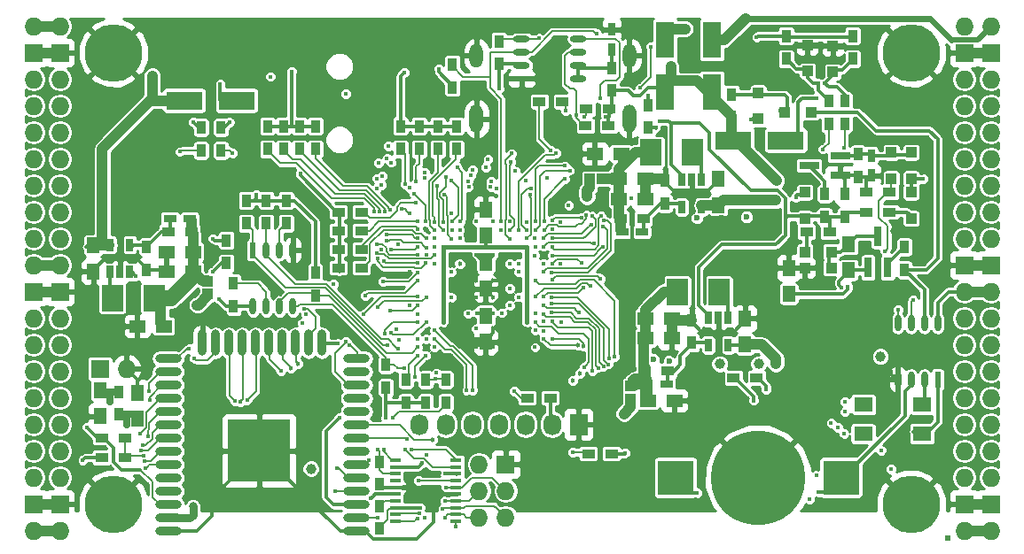
<source format=gbl>
G04 #@! TF.FileFunction,Copper,L4,Bot,Signal*
%FSLAX46Y46*%
G04 Gerber Fmt 4.6, Leading zero omitted, Abs format (unit mm)*
G04 Created by KiCad (PCBNEW 4.0.7+dfsg1-1) date Mon Dec 11 16:34:10 2017*
%MOMM*%
%LPD*%
G01*
G04 APERTURE LIST*
%ADD10C,0.100000*%
%ADD11O,1.727200X1.727200*%
%ADD12R,1.727200X1.727200*%
%ADD13R,0.500000X0.500000*%
%ADD14R,0.900000X1.200000*%
%ADD15R,1.000000X1.000000*%
%ADD16R,1.800000X3.500000*%
%ADD17R,2.000000X2.500000*%
%ADD18R,0.700000X1.200000*%
%ADD19R,1.250000X1.500000*%
%ADD20R,1.500000X1.250000*%
%ADD21R,0.800000X1.900000*%
%ADD22R,1.900000X0.800000*%
%ADD23R,1.200000X0.750000*%
%ADD24R,0.750000X1.200000*%
%ADD25R,1.200000X0.900000*%
%ADD26C,5.500000*%
%ADD27R,1.000000X0.400000*%
%ADD28R,1.727200X2.032000*%
%ADD29O,1.727200X2.032000*%
%ADD30R,3.500000X1.800000*%
%ADD31R,3.500000X3.300000*%
%ADD32C,9.000000*%
%ADD33O,1.300000X2.700000*%
%ADD34O,1.300000X2.300000*%
%ADD35R,0.600000X1.550000*%
%ADD36O,0.600000X1.550000*%
%ADD37R,1.550000X0.600000*%
%ADD38O,1.550000X0.600000*%
%ADD39O,2.500000X0.900000*%
%ADD40O,0.900000X2.500000*%
%ADD41R,6.000000X6.000000*%
%ADD42R,1.800000X1.400000*%
%ADD43C,0.400000*%
%ADD44C,1.000000*%
%ADD45C,0.600000*%
%ADD46C,0.454000*%
%ADD47C,0.800000*%
%ADD48C,0.700000*%
%ADD49C,0.300000*%
%ADD50C,0.190000*%
%ADD51C,1.000000*%
%ADD52C,0.600000*%
%ADD53C,0.500000*%
%ADD54C,0.800000*%
%ADD55C,0.700000*%
%ADD56C,0.400000*%
%ADD57C,0.200000*%
%ADD58C,1.500000*%
%ADD59C,0.127000*%
%ADD60C,1.200000*%
%ADD61C,0.254000*%
G04 APERTURE END LIST*
D10*
D11*
X97910000Y-62690000D03*
X95370000Y-62690000D03*
D12*
X97910000Y-65230000D03*
X95370000Y-65230000D03*
D11*
X97910000Y-67770000D03*
X95370000Y-67770000D03*
X97910000Y-70310000D03*
X95370000Y-70310000D03*
X97910000Y-72850000D03*
X95370000Y-72850000D03*
X97910000Y-75390000D03*
X95370000Y-75390000D03*
X97910000Y-77930000D03*
X95370000Y-77930000D03*
X97910000Y-80470000D03*
X95370000Y-80470000D03*
X97910000Y-83010000D03*
X95370000Y-83010000D03*
X97910000Y-85550000D03*
X95370000Y-85550000D03*
D12*
X97910000Y-88090000D03*
X95370000Y-88090000D03*
D11*
X97910000Y-90630000D03*
X95370000Y-90630000D03*
X97910000Y-93170000D03*
X95370000Y-93170000D03*
X97910000Y-95710000D03*
X95370000Y-95710000D03*
X97910000Y-98250000D03*
X95370000Y-98250000D03*
X97910000Y-100790000D03*
X95370000Y-100790000D03*
X97910000Y-103330000D03*
X95370000Y-103330000D03*
X97910000Y-105870000D03*
X95370000Y-105870000D03*
D12*
X97910000Y-108410000D03*
X95370000Y-108410000D03*
D11*
X97910000Y-110950000D03*
X95370000Y-110950000D03*
D13*
X182675150Y-111637626D03*
D14*
X103498000Y-99858000D03*
X103498000Y-97658000D03*
D15*
X152393000Y-97142000D03*
X152393000Y-98342000D03*
D16*
X155695000Y-69000000D03*
X155695000Y-64000000D03*
D14*
X154044000Y-72426000D03*
X154044000Y-70226000D03*
D17*
X160870000Y-88090000D03*
X156870000Y-88090000D03*
D18*
X159825000Y-90600000D03*
X160775000Y-90600000D03*
X161725000Y-90600000D03*
X161725000Y-93200000D03*
X159825000Y-93200000D03*
D17*
X102895000Y-88725000D03*
X106895000Y-88725000D03*
D18*
X104575000Y-86215000D03*
X103625000Y-86215000D03*
X102675000Y-86215000D03*
X102675000Y-83615000D03*
X104575000Y-83615000D03*
D17*
X158330000Y-74755000D03*
X154330000Y-74755000D03*
D18*
X157285000Y-77392000D03*
X158235000Y-77392000D03*
X159185000Y-77392000D03*
X159185000Y-79992000D03*
X157285000Y-79992000D03*
D19*
X101085000Y-83665000D03*
X101085000Y-86165000D03*
D20*
X153810000Y-90630000D03*
X156310000Y-90630000D03*
X153810000Y-92535000D03*
X156310000Y-92535000D03*
D19*
X163315000Y-93150000D03*
X163315000Y-90650000D03*
D20*
X151270000Y-79200000D03*
X153770000Y-79200000D03*
X151270000Y-77295000D03*
X153770000Y-77295000D03*
D19*
X160775000Y-79815000D03*
X160775000Y-77315000D03*
D20*
X110590000Y-84280000D03*
X108090000Y-84280000D03*
X110590000Y-86185000D03*
X108090000Y-86185000D03*
D19*
X173221000Y-86038000D03*
X173221000Y-83538000D03*
D21*
X176965000Y-85780000D03*
X175065000Y-85780000D03*
X176015000Y-82780000D03*
D22*
X172435000Y-75075000D03*
X172435000Y-76975000D03*
X169435000Y-76025000D03*
D23*
X153910000Y-96910000D03*
X155810000Y-96910000D03*
X151570000Y-82375000D03*
X153470000Y-82375000D03*
X110290000Y-81105000D03*
X108390000Y-81105000D03*
D24*
X175380000Y-75075000D03*
X175380000Y-76975000D03*
D25*
X169200000Y-82375000D03*
X171400000Y-82375000D03*
D14*
X172840000Y-80935000D03*
X172840000Y-78735000D03*
D25*
X177115000Y-80470000D03*
X174915000Y-80470000D03*
D14*
X174110000Y-74925000D03*
X174110000Y-77125000D03*
X178555000Y-83815000D03*
X178555000Y-86015000D03*
X113785000Y-83180000D03*
X113785000Y-85380000D03*
X170935000Y-80935000D03*
X170935000Y-78735000D03*
X128390000Y-108580000D03*
X128390000Y-110780000D03*
D25*
X150572000Y-103584000D03*
X148372000Y-103584000D03*
X177115000Y-78565000D03*
X174915000Y-78565000D03*
X153760000Y-95640000D03*
X155960000Y-95640000D03*
X110440000Y-82375000D03*
X108240000Y-82375000D03*
X151420000Y-81105000D03*
X153620000Y-81105000D03*
D14*
X158235000Y-90800000D03*
X158235000Y-93000000D03*
X106165000Y-86015000D03*
X106165000Y-83815000D03*
X155695000Y-77465000D03*
X155695000Y-79665000D03*
D25*
X126696000Y-85804000D03*
X124496000Y-85804000D03*
X126696000Y-84026000D03*
X124496000Y-84026000D03*
X126696000Y-82248000D03*
X124496000Y-82248000D03*
X126696000Y-80470000D03*
X124496000Y-80470000D03*
D14*
X130422000Y-74458000D03*
X130422000Y-72258000D03*
X132200000Y-74458000D03*
X132200000Y-72258000D03*
X133978000Y-74458000D03*
X133978000Y-72258000D03*
X135756000Y-74458000D03*
X135756000Y-72258000D03*
D24*
X150589600Y-64910000D03*
X150589600Y-63010000D03*
D11*
X184270000Y-110950000D03*
X186810000Y-110950000D03*
D12*
X184270000Y-108410000D03*
X186810000Y-108410000D03*
D11*
X184270000Y-105870000D03*
X186810000Y-105870000D03*
X184270000Y-103330000D03*
X186810000Y-103330000D03*
X184270000Y-100790000D03*
X186810000Y-100790000D03*
X184270000Y-98250000D03*
X186810000Y-98250000D03*
X184270000Y-95710000D03*
X186810000Y-95710000D03*
X184270000Y-93170000D03*
X186810000Y-93170000D03*
X184270000Y-90630000D03*
X186810000Y-90630000D03*
X184270000Y-88090000D03*
X186810000Y-88090000D03*
D12*
X184270000Y-85550000D03*
X186810000Y-85550000D03*
D11*
X184270000Y-83010000D03*
X186810000Y-83010000D03*
X184270000Y-80470000D03*
X186810000Y-80470000D03*
X184270000Y-77930000D03*
X186810000Y-77930000D03*
X184270000Y-75390000D03*
X186810000Y-75390000D03*
X184270000Y-72850000D03*
X186810000Y-72850000D03*
X184270000Y-70310000D03*
X186810000Y-70310000D03*
X184270000Y-67770000D03*
X186810000Y-67770000D03*
D12*
X184270000Y-65230000D03*
X186810000Y-65230000D03*
D11*
X184270000Y-62690000D03*
X186810000Y-62690000D03*
D26*
X102990000Y-108410000D03*
X179190000Y-108410000D03*
X179190000Y-65230000D03*
X102990000Y-65230000D03*
D14*
X162045000Y-71410000D03*
X162045000Y-69210000D03*
X139820000Y-66330000D03*
X139820000Y-64130000D03*
X135375000Y-68532000D03*
X135375000Y-66332000D03*
X150615000Y-68870000D03*
X150615000Y-66670000D03*
D25*
X150275000Y-72215000D03*
X148075000Y-72215000D03*
X150380000Y-70600000D03*
X148180000Y-70600000D03*
D27*
X135735000Y-104215000D03*
X135735000Y-104865000D03*
X135735000Y-105515000D03*
X135735000Y-106165000D03*
X135735000Y-106815000D03*
X135735000Y-107465000D03*
X135735000Y-108115000D03*
X135735000Y-108765000D03*
X135735000Y-109415000D03*
X135735000Y-110065000D03*
X129935000Y-110065000D03*
X129935000Y-109415000D03*
X129935000Y-108765000D03*
X129935000Y-108115000D03*
X129935000Y-107465000D03*
X129935000Y-106815000D03*
X129935000Y-106165000D03*
X129935000Y-105515000D03*
X129935000Y-104865000D03*
X129935000Y-104215000D03*
D14*
X119500000Y-79370000D03*
X119500000Y-81570000D03*
X114480000Y-89500000D03*
X114480000Y-87300000D03*
X129025000Y-97275000D03*
X129025000Y-95075000D03*
X117595000Y-79370000D03*
X117595000Y-81570000D03*
X122280000Y-86300000D03*
X122280000Y-88500000D03*
X115690000Y-79370000D03*
X115690000Y-81570000D03*
D25*
X144730000Y-98250000D03*
X142530000Y-98250000D03*
D14*
X132835000Y-98715000D03*
X132835000Y-96515000D03*
X130930000Y-98715000D03*
X130930000Y-96515000D03*
D25*
X101890000Y-103965000D03*
X104090000Y-103965000D03*
D12*
X101720000Y-95456000D03*
D11*
X104260000Y-95456000D03*
D25*
X104090000Y-102060000D03*
X101890000Y-102060000D03*
D19*
X167506000Y-88324000D03*
X167506000Y-85824000D03*
D25*
X164415000Y-96345000D03*
X162215000Y-96345000D03*
D14*
X167252000Y-65822000D03*
X167252000Y-63622000D03*
D12*
X140455000Y-104600000D03*
D11*
X137915000Y-104600000D03*
X140455000Y-107140000D03*
X137915000Y-107140000D03*
X140455000Y-109680000D03*
X137915000Y-109680000D03*
D19*
X138550000Y-90396000D03*
X138550000Y-92896000D03*
X138550000Y-82736000D03*
X138550000Y-80236000D03*
X138550000Y-85316000D03*
X138550000Y-87816000D03*
X101720000Y-97508000D03*
X101720000Y-100008000D03*
D14*
X113277000Y-74585000D03*
X113277000Y-72385000D03*
X111372000Y-74585000D03*
X111372000Y-72385000D03*
X172840000Y-72045000D03*
X172840000Y-69845000D03*
X171316000Y-72045000D03*
X171316000Y-69845000D03*
D28*
X147440000Y-100790000D03*
D29*
X144900000Y-100790000D03*
X142360000Y-100790000D03*
X139820000Y-100790000D03*
X137280000Y-100790000D03*
X134740000Y-100790000D03*
X132200000Y-100790000D03*
D19*
X105276000Y-100262000D03*
X105276000Y-97762000D03*
D30*
X109761000Y-69802000D03*
X114761000Y-69802000D03*
X167212000Y-73612000D03*
X162212000Y-73612000D03*
D16*
X160140000Y-64000000D03*
X160140000Y-69000000D03*
D20*
X154064000Y-98504000D03*
X156564000Y-98504000D03*
X107796000Y-91392000D03*
X105296000Y-91392000D03*
X151484000Y-74882000D03*
X148984000Y-74882000D03*
D14*
X173602000Y-65822000D03*
X173602000Y-63622000D03*
X134740000Y-96515000D03*
X134740000Y-98715000D03*
D31*
X172485000Y-105870000D03*
X156685000Y-105870000D03*
D32*
X164585000Y-105870000D03*
D15*
X169284000Y-66988000D03*
X169284000Y-64488000D03*
X171697000Y-67081000D03*
X171697000Y-64581000D03*
X169050000Y-84280000D03*
X171550000Y-84280000D03*
X179190000Y-81085000D03*
X179190000Y-78585000D03*
X169030000Y-81085000D03*
X169030000Y-78585000D03*
X171550000Y-85804000D03*
X169050000Y-85804000D03*
X179190000Y-77275000D03*
X179190000Y-74775000D03*
X177285000Y-74775000D03*
X177285000Y-77275000D03*
X167145000Y-70945000D03*
X169645000Y-70945000D03*
X164585000Y-69060000D03*
X164585000Y-71560000D03*
X112007000Y-87109000D03*
X112007000Y-88309000D03*
X149691000Y-77295000D03*
X148491000Y-77295000D03*
D14*
X128390000Y-106546000D03*
X128390000Y-104346000D03*
X117722000Y-74458000D03*
X117722000Y-72258000D03*
X119246000Y-74458000D03*
X119246000Y-72258000D03*
X120770000Y-74458000D03*
X120770000Y-72258000D03*
X122294000Y-74458000D03*
X122294000Y-72258000D03*
D25*
X145880000Y-69900000D03*
X143680000Y-69900000D03*
D33*
X152280000Y-71550000D03*
X137680000Y-71550000D03*
D34*
X137680000Y-65500000D03*
X152280000Y-65500000D03*
D35*
X181730000Y-96505000D03*
D36*
X180460000Y-96505000D03*
X179190000Y-96505000D03*
X177920000Y-96505000D03*
X177920000Y-91105000D03*
X179190000Y-91105000D03*
X180460000Y-91105000D03*
X181730000Y-91105000D03*
D37*
X141980000Y-67706500D03*
D38*
X141980000Y-66436500D03*
X141980000Y-65166500D03*
X141980000Y-63896500D03*
X147380000Y-63896500D03*
X147380000Y-65166500D03*
X147380000Y-66436500D03*
X147380000Y-67706500D03*
D35*
X116325000Y-84120000D03*
D36*
X117595000Y-84120000D03*
X118865000Y-84120000D03*
X120135000Y-84120000D03*
X120135000Y-89520000D03*
X118865000Y-89520000D03*
X117595000Y-89520000D03*
X116325000Y-89520000D03*
D39*
X126230000Y-111000000D03*
X126230000Y-109730000D03*
X126230000Y-108460000D03*
X126230000Y-107190000D03*
X126230000Y-105920000D03*
X126230000Y-104650000D03*
X126230000Y-103380000D03*
X126230000Y-102110000D03*
X126230000Y-100840000D03*
X126230000Y-99570000D03*
X126230000Y-98300000D03*
X126230000Y-97030000D03*
X126230000Y-95760000D03*
X126230000Y-94490000D03*
D40*
X122945000Y-93000000D03*
X121675000Y-93000000D03*
X120405000Y-93000000D03*
X119135000Y-93000000D03*
X117865000Y-93000000D03*
X116595000Y-93000000D03*
X115325000Y-93000000D03*
X114055000Y-93000000D03*
X112785000Y-93000000D03*
X111515000Y-93000000D03*
D39*
X108230000Y-94490000D03*
X108230000Y-95760000D03*
X108230000Y-97030000D03*
X108230000Y-98300000D03*
X108230000Y-99570000D03*
X108230000Y-100840000D03*
X108230000Y-102110000D03*
X108230000Y-103380000D03*
X108230000Y-104650000D03*
X108230000Y-105920000D03*
X108230000Y-107190000D03*
X108230000Y-108460000D03*
X108230000Y-109730000D03*
X108230000Y-111000000D03*
D41*
X116930000Y-103300000D03*
D42*
X180212000Y-98882000D03*
X174612000Y-98882000D03*
X174612000Y-101682000D03*
X180212000Y-101682000D03*
D43*
X144103496Y-84660400D03*
D44*
X177658444Y-82281349D03*
D43*
X145680000Y-81405125D03*
X145691238Y-94166752D03*
X145759873Y-91010176D03*
D45*
X152525938Y-81463870D03*
D44*
X162956098Y-95078488D03*
X158539988Y-94868772D03*
D45*
X161075765Y-80992022D03*
X164882869Y-80938986D03*
X156262773Y-81349374D03*
X123437000Y-108972000D03*
D43*
X132871770Y-84533979D03*
X132862998Y-82124544D03*
X131278306Y-86213101D03*
X135281276Y-80583119D03*
X131279502Y-89407325D03*
X170309539Y-85441529D03*
X145672808Y-85396062D03*
X133216000Y-107465000D03*
X137680000Y-88600000D03*
X142480000Y-95000000D03*
X141680000Y-92600000D03*
X140836000Y-84534000D03*
X135284627Y-94985297D03*
X135288625Y-94225619D03*
X134455822Y-94267172D03*
X136095958Y-93369652D03*
D46*
X139264636Y-91615205D03*
D44*
X116880503Y-64802940D03*
X106974809Y-64953974D03*
X175210328Y-64948943D03*
X165417246Y-64954666D03*
D43*
X175495631Y-71457432D03*
X177285000Y-95710000D03*
X140880000Y-81400000D03*
X136085174Y-89394826D03*
X140874194Y-91433353D03*
X142480000Y-94200000D03*
X140880000Y-93400000D03*
X139280000Y-93400000D03*
X137680000Y-93400000D03*
X136880000Y-92600000D03*
X135280000Y-92600000D03*
X132880000Y-91800000D03*
X132880000Y-93400000D03*
D46*
X141042859Y-86994997D03*
X139280000Y-87000000D03*
X136110990Y-86995403D03*
X137680000Y-87000000D03*
X136080000Y-84600000D03*
X139280000Y-88600000D03*
D44*
X106720415Y-67436305D03*
X166284693Y-95025145D03*
X166248957Y-79348409D03*
X166343357Y-77477990D03*
D43*
X172564535Y-87722010D03*
D44*
X121861867Y-105030174D03*
D43*
X150030853Y-71331848D03*
D44*
X156235582Y-66548363D03*
X101932065Y-82585048D03*
D43*
X127586603Y-107875044D03*
D44*
X157600000Y-62944000D03*
X148237462Y-79019093D03*
D43*
X148271935Y-77558071D03*
X117976000Y-67516000D03*
D44*
X160905403Y-95006436D03*
D45*
X158731133Y-81048929D03*
X154593901Y-94607945D03*
X156088245Y-94762980D03*
D44*
X164625730Y-94982471D03*
D45*
X163462982Y-80942429D03*
D44*
X176254940Y-94288458D03*
D47*
X110593913Y-108636458D03*
D43*
X180340784Y-77316932D03*
X173137949Y-87594275D03*
D48*
X102710050Y-98594954D03*
D43*
X154794000Y-72426000D03*
X129005202Y-100174798D03*
X137659051Y-91638034D03*
X139820000Y-68665673D03*
X172834633Y-99599920D03*
X172879922Y-98618650D03*
X176305593Y-103279812D03*
X164433885Y-63737451D03*
X134079160Y-66786153D03*
X116654336Y-78777990D03*
X112515000Y-83010000D03*
X100080000Y-104200000D03*
X113080000Y-88800000D03*
X135273306Y-88618602D03*
X139272517Y-84611349D03*
X137680556Y-84534085D03*
X141680000Y-86200000D03*
X135280000Y-86200000D03*
X132880000Y-92600000D03*
X132080000Y-92600000D03*
X141680000Y-88600000D03*
X141680000Y-85400000D03*
X165349214Y-97422919D03*
X121401947Y-90251871D03*
X129988160Y-91721995D03*
X130302262Y-92700329D03*
X121041200Y-91125073D03*
D44*
X110991000Y-89360000D03*
D43*
X142480000Y-91000000D03*
X142480000Y-83800000D03*
X134480000Y-83800000D03*
X134480000Y-91000000D03*
X105160274Y-86610828D03*
X125193541Y-69156848D03*
X155149360Y-71764535D03*
X170182962Y-69571012D03*
X170362901Y-107286196D03*
X158716651Y-107325176D03*
X128216338Y-109760338D03*
X132708000Y-109680000D03*
X137295592Y-97538017D03*
X134750646Y-106810513D03*
X133680000Y-91800000D03*
X136740903Y-97514503D03*
X134675868Y-108131585D03*
D46*
X133449289Y-102232615D03*
D43*
X133680000Y-92600000D03*
X132936956Y-103711000D03*
X127385678Y-104203668D03*
X133685482Y-93402296D03*
X134463998Y-108841973D03*
X131039072Y-102187000D03*
X131808905Y-96227367D03*
X134636872Y-109719950D03*
X132846234Y-94197073D03*
X176700000Y-84220000D03*
X143260000Y-84620000D03*
X120834553Y-76779094D03*
X130761990Y-67119621D03*
X147186000Y-71200000D03*
X147983153Y-71347080D03*
X149475951Y-69619684D03*
X153297112Y-68608292D03*
X177926984Y-89812061D03*
X154329326Y-64643767D03*
X152497066Y-79193467D03*
X146481406Y-79819384D03*
X143650666Y-63862520D03*
X179351513Y-88868327D03*
X149134122Y-63424051D03*
X140035989Y-81400000D03*
X115759823Y-98502036D03*
X132083026Y-86260405D03*
X128776655Y-87135140D03*
X119008515Y-95662939D03*
D46*
X119978162Y-95412951D03*
X120634035Y-94977604D03*
D43*
X113212238Y-68244401D03*
X146180000Y-70800000D03*
X131453853Y-103208291D03*
X149771692Y-81825658D03*
X144080000Y-86200000D03*
X149533922Y-86870784D03*
X144894316Y-86977564D03*
X144896700Y-83835368D03*
X149549750Y-80868432D03*
D46*
X147343891Y-93217126D03*
D43*
X144113248Y-92588762D03*
X144875155Y-86292748D03*
X149846468Y-81303978D03*
X148696112Y-80861847D03*
X144916886Y-82991356D03*
D46*
X147915304Y-93322307D03*
D43*
X144882352Y-92577990D03*
X144902941Y-90956495D03*
X148747982Y-95669626D03*
X144867244Y-90112484D03*
X149795895Y-95251084D03*
X144855814Y-89268481D03*
X150278898Y-95040253D03*
X150345974Y-94517527D03*
X144877648Y-88622010D03*
X150889207Y-94332565D03*
X143280000Y-87000000D03*
X130807074Y-95454141D03*
X130171404Y-93544341D03*
X132080000Y-93400000D03*
X129196652Y-93209125D03*
X133852393Y-95875797D03*
X141280000Y-97600000D03*
X133762848Y-96395146D03*
X132080000Y-94200000D03*
X128610772Y-84072485D03*
X105895603Y-103765816D03*
X130839486Y-103208291D03*
X132075624Y-89410644D03*
X129449238Y-89926948D03*
X128806823Y-103185900D03*
X128251440Y-89564206D03*
X132162861Y-106185868D03*
X132880000Y-88600000D03*
X124329568Y-104994951D03*
X127040053Y-88481065D03*
X132080000Y-87000000D03*
X125499542Y-93250681D03*
X124202418Y-107207639D03*
X109323798Y-74706222D03*
X132024412Y-109766775D03*
X114371508Y-74859518D03*
X132219727Y-109277292D03*
X135315381Y-81391918D03*
X135280062Y-77463305D03*
X134471370Y-81406751D03*
X134758050Y-77130140D03*
X132761172Y-77202673D03*
X132737245Y-76676207D03*
X128644933Y-77050030D03*
X128152012Y-77257840D03*
X128125571Y-78233647D03*
X110718734Y-94451783D03*
X128590544Y-77894041D03*
X110249038Y-93533767D03*
X106368514Y-97598098D03*
X131253134Y-78134216D03*
X106477197Y-98487772D03*
X132783339Y-81400004D03*
X131709326Y-78745875D03*
X132079024Y-82984045D03*
X129109095Y-82655074D03*
X105572759Y-101661319D03*
X106276126Y-101893466D03*
X132880889Y-83897835D03*
X129054383Y-83179239D03*
X129487667Y-84079929D03*
X132083682Y-83828056D03*
X105813763Y-102819336D03*
X132062099Y-84533979D03*
X128165458Y-83528763D03*
X105627254Y-103312241D03*
X128183315Y-84380742D03*
X105992720Y-104283802D03*
X133671942Y-84595200D03*
X132834641Y-85377990D03*
X128203260Y-84907376D03*
X106088753Y-104974041D03*
D46*
X146862501Y-96617499D03*
X147534467Y-95913260D03*
D43*
X147927932Y-95329243D03*
X143280000Y-91000000D03*
X149284391Y-95377990D03*
X144077013Y-90266968D03*
X147430953Y-90112484D03*
X144076240Y-89395301D03*
X143281824Y-90201951D03*
X144102010Y-85397219D03*
X144889349Y-85448737D03*
X147687390Y-85374093D03*
X148610661Y-81705858D03*
X144102010Y-83000000D03*
X144888125Y-82147345D03*
X147910791Y-87683418D03*
X144082832Y-88584510D03*
X148540663Y-87547222D03*
X143278026Y-88595030D03*
X148175253Y-80781550D03*
X144125486Y-82186468D03*
X147688311Y-80983115D03*
X144880008Y-81303333D03*
X139280000Y-81400000D03*
X139578623Y-78205862D03*
X139034115Y-78040948D03*
X139046749Y-77514088D03*
X138580000Y-76200000D03*
X138779198Y-75400762D03*
X137680000Y-81400000D03*
X137308732Y-76415018D03*
X137106948Y-76979922D03*
X136859538Y-77550820D03*
X136922059Y-78097889D03*
X136096392Y-81395070D03*
X135830698Y-76200613D03*
X149732494Y-83807694D03*
X144912409Y-84635817D03*
X148921512Y-83442010D03*
X144103186Y-83777990D03*
X142841210Y-78784254D03*
X142473549Y-82998913D03*
X142864275Y-78217369D03*
X142437464Y-82181475D03*
X146089079Y-77300571D03*
X144144931Y-81387081D03*
X144394875Y-77219934D03*
X146577729Y-76500816D03*
X143281475Y-82206074D03*
X146130802Y-76060132D03*
X143300920Y-81377293D03*
X145255695Y-74817220D03*
X141662690Y-82207782D03*
X142456909Y-81405800D03*
X140030954Y-82200000D03*
X141342967Y-76554996D03*
X141046643Y-74873804D03*
X140864029Y-83041403D03*
X140874966Y-82177164D03*
X140980062Y-75681941D03*
X115149319Y-98625494D03*
X132872609Y-82968555D03*
X132080007Y-82103333D03*
X132080000Y-81400000D03*
X131847310Y-79589886D03*
X130856828Y-77786820D03*
X131923295Y-77584853D03*
X133648389Y-82190597D03*
X133627359Y-81414685D03*
X129477855Y-92000822D03*
X132880000Y-91000000D03*
X128879646Y-92111037D03*
X132077648Y-90977990D03*
X131275302Y-80595752D03*
X130489904Y-80167235D03*
X128823114Y-85153560D03*
X132072985Y-85377990D03*
X134476508Y-82180155D03*
X133942383Y-77980766D03*
X163908850Y-71651861D03*
X135656559Y-110610712D03*
X132468001Y-104503413D03*
X146844288Y-103452739D03*
X132285867Y-108754446D03*
X134707351Y-105508447D03*
D48*
X104260000Y-100790000D03*
D43*
X114604320Y-98573680D03*
X112515000Y-86185000D03*
X164144561Y-98511733D03*
X170157734Y-105666345D03*
X169506589Y-107953726D03*
X170735900Y-74464979D03*
X143257990Y-83000000D03*
X168166438Y-79108038D03*
X151896383Y-103510715D03*
X114075797Y-71903914D03*
X110632496Y-71877629D03*
X143269694Y-93414905D03*
X177274002Y-105079115D03*
X172761273Y-101651681D03*
X143280000Y-91800000D03*
X172193360Y-101105663D03*
X144064831Y-91877646D03*
X144080000Y-90956495D03*
X171540304Y-100645743D03*
X135320520Y-82196441D03*
X129493343Y-75737814D03*
X136080000Y-82200000D03*
X129125079Y-75315804D03*
X136080000Y-83000000D03*
X129252218Y-74142461D03*
X142377451Y-77497451D03*
X172746637Y-74347988D03*
X143280000Y-83800000D03*
X170300000Y-68151000D03*
X170950000Y-68125562D03*
X125167387Y-92841517D03*
X121206217Y-89762554D03*
X132082956Y-90210779D03*
X182675150Y-111637626D03*
X124027706Y-87347706D03*
X124027707Y-87347707D03*
X166678914Y-70803555D03*
X129660000Y-100155000D03*
X124580000Y-100155000D03*
X132084049Y-88558274D03*
X126880008Y-90276109D03*
X128280000Y-103200000D03*
X120008000Y-67008000D03*
X127889625Y-80407426D03*
X133680000Y-85400000D03*
X130204628Y-83599483D03*
X128416582Y-80399850D03*
X133680000Y-83800000D03*
X128943593Y-80399729D03*
X133680000Y-83000000D03*
X129457990Y-80285112D03*
X144780000Y-74590382D03*
X124453000Y-93043000D03*
X137689001Y-90122990D03*
D44*
X151758000Y-99774000D03*
D43*
X136885174Y-90194826D03*
X140094890Y-90122990D03*
X139280000Y-90122990D03*
X140880000Y-89400000D03*
X140880000Y-87800000D03*
X140880000Y-85400000D03*
D46*
X136080000Y-85400000D03*
D43*
X128333179Y-75769807D03*
X134613000Y-78819000D03*
X135280000Y-83022010D03*
X154052298Y-69302298D03*
X100450000Y-101044000D03*
D49*
X155822000Y-83645000D02*
X155822000Y-81790147D01*
X155822000Y-81790147D02*
X156262773Y-81349374D01*
X153039876Y-83645000D02*
X155822000Y-83645000D01*
X152525938Y-83131062D02*
X153039876Y-83645000D01*
X152525938Y-81463870D02*
X152525938Y-83131062D01*
D50*
X138029000Y-66332000D02*
X138115000Y-66246000D01*
D49*
X133415999Y-107664999D02*
X133216000Y-107465000D01*
X133612013Y-107861013D02*
X133415999Y-107664999D01*
X131991648Y-111780338D02*
X133612013Y-110159973D01*
X127810434Y-111780338D02*
X131991648Y-111780338D01*
X133612013Y-110159973D02*
X133612013Y-107861013D01*
X127060434Y-111030338D02*
X127810434Y-111780338D01*
X126260434Y-111030338D02*
X127060434Y-111030338D01*
D51*
X184270000Y-108410000D02*
X186810000Y-108410000D01*
X184270000Y-85550000D02*
X186810000Y-85550000D01*
X184270000Y-65230000D02*
X186810000Y-65230000D01*
X95370000Y-65230000D02*
X97910000Y-65230000D01*
X95370000Y-88090000D02*
X97910000Y-88090000D01*
X95370000Y-108410000D02*
X97910000Y-108410000D01*
D49*
X108260434Y-111030338D02*
X109060434Y-111030338D01*
X109060434Y-111030338D02*
X109140772Y-110950000D01*
X110957617Y-110950000D02*
X112380000Y-109527617D01*
X109140772Y-110950000D02*
X110957617Y-110950000D01*
X112380000Y-109527617D02*
X112380000Y-107854384D01*
X112380000Y-107854384D02*
X116904046Y-103330338D01*
X116904046Y-103330338D02*
X116960434Y-103330338D01*
X167506000Y-85824000D02*
X169927068Y-85824000D01*
X169927068Y-85824000D02*
X170109540Y-85641528D01*
X170109540Y-85641528D02*
X170309539Y-85441529D01*
X104260000Y-95456000D02*
X105276000Y-96472000D01*
X105276000Y-96472000D02*
X105276000Y-97762000D01*
X133216000Y-107465000D02*
X132214478Y-107465000D01*
X135735000Y-107465000D02*
X133216000Y-107465000D01*
X132214478Y-107465000D02*
X131572496Y-106823018D01*
X131572496Y-106823018D02*
X129919874Y-106823018D01*
X126260434Y-111030338D02*
X124660659Y-111030338D01*
X124660659Y-111030338D02*
X116960659Y-103330338D01*
X116960659Y-103330338D02*
X116960434Y-103330338D01*
X129935000Y-106815000D02*
X128659000Y-106815000D01*
X128659000Y-106815000D02*
X128390000Y-106546000D01*
X128390000Y-106546000D02*
X128558000Y-106546000D01*
X136126306Y-93400000D02*
X136095958Y-93369652D01*
X136880000Y-92600000D02*
X136110348Y-93369652D01*
X136049652Y-93369652D02*
X136095958Y-93369652D01*
X137680000Y-93400000D02*
X136126306Y-93400000D01*
X135280000Y-92600000D02*
X136049652Y-93369652D01*
X136110348Y-93369652D02*
X136095958Y-93369652D01*
X139264636Y-92054364D02*
X139264636Y-91936231D01*
X139264636Y-91936231D02*
X139264636Y-91615205D01*
X138550000Y-92769000D02*
X139264636Y-92054364D01*
X136880000Y-92600000D02*
X137680000Y-93400000D01*
X136880000Y-92600000D02*
X138381000Y-92600000D01*
X138381000Y-92600000D02*
X138550000Y-92769000D01*
X135280000Y-92600000D02*
X136880000Y-92600000D01*
X138550000Y-92769000D02*
X138649000Y-92769000D01*
X138649000Y-92769000D02*
X139280000Y-93400000D01*
X138550000Y-92769000D02*
X138311000Y-92769000D01*
X138311000Y-92769000D02*
X137680000Y-93400000D01*
X175042385Y-64781000D02*
X175210328Y-64948943D01*
X171697000Y-64781000D02*
X175042385Y-64781000D01*
X165683912Y-64688000D02*
X165417246Y-64954666D01*
X169284000Y-64688000D02*
X165683912Y-64688000D01*
X169284000Y-64688000D02*
X171604000Y-64688000D01*
X171604000Y-64688000D02*
X171697000Y-64781000D01*
X177285000Y-95710000D02*
X177285000Y-95964000D01*
X177285000Y-95964000D02*
X177920000Y-96599000D01*
X102210000Y-84915000D02*
X103625000Y-84915000D01*
X103625000Y-84915000D02*
X105215000Y-84915000D01*
X103625000Y-86215000D02*
X103625000Y-84915000D01*
X105215000Y-84915000D02*
X106165000Y-85865000D01*
X106165000Y-85865000D02*
X106165000Y-86015000D01*
X101085000Y-86165000D02*
X101085000Y-86040000D01*
X101085000Y-86040000D02*
X102210000Y-84915000D01*
X106165000Y-86015000D02*
X107920000Y-86015000D01*
X107920000Y-86015000D02*
X108090000Y-86185000D01*
D51*
X153770000Y-77295000D02*
X155525000Y-77295000D01*
D49*
X155525000Y-77295000D02*
X155695000Y-77465000D01*
D51*
X153770000Y-79200000D02*
X153770000Y-77295000D01*
D49*
X174110000Y-77125000D02*
X174745000Y-77125000D01*
X174745000Y-77125000D02*
X175230000Y-77125000D01*
X174915000Y-78565000D02*
X174915000Y-77295000D01*
X174915000Y-77295000D02*
X174745000Y-77125000D01*
X172840000Y-78735000D02*
X172840000Y-77380000D01*
X172840000Y-77380000D02*
X172435000Y-76975000D01*
X175230000Y-77125000D02*
X175380000Y-76975000D01*
X172435000Y-76975000D02*
X173960000Y-76975000D01*
X173960000Y-76975000D02*
X174110000Y-77125000D01*
X137680000Y-86200000D02*
X137680000Y-86600000D01*
X136080000Y-84600000D02*
X137680000Y-86200000D01*
X159850000Y-78365000D02*
X158235000Y-78365000D01*
X158235000Y-78365000D02*
X156445000Y-78365000D01*
X158235000Y-77235000D02*
X158235000Y-78365000D01*
X160775000Y-77315000D02*
X160775000Y-77440000D01*
X160775000Y-77440000D02*
X159850000Y-78365000D01*
X156445000Y-78365000D02*
X155695000Y-77615000D01*
X155695000Y-77615000D02*
X155695000Y-77465000D01*
D51*
X156310000Y-90630000D02*
X156310000Y-92535000D01*
X158235000Y-90800000D02*
X156480000Y-90800000D01*
D49*
X156480000Y-90800000D02*
X156310000Y-90630000D01*
X163315000Y-90650000D02*
X163315000Y-90834602D01*
X163315000Y-90834602D02*
X162249602Y-91900000D01*
X162249602Y-91900000D02*
X160775000Y-91900000D01*
X101085000Y-86165000D02*
X101085000Y-85929893D01*
X106165000Y-85944374D02*
X106165000Y-86015000D01*
X159185000Y-91900000D02*
X160775000Y-91900000D01*
X160775000Y-90600000D02*
X160775000Y-91900000D01*
X158235000Y-90800000D02*
X158235000Y-90950000D01*
X158235000Y-90950000D02*
X159185000Y-91900000D01*
X108090000Y-84280000D02*
X108090000Y-86185000D01*
X107625000Y-84745000D02*
X108090000Y-84280000D01*
X108070000Y-84260000D02*
X108090000Y-84280000D01*
X141037856Y-87000000D02*
X141042859Y-86994997D01*
X139280000Y-87000000D02*
X141037856Y-87000000D01*
X136432016Y-86995403D02*
X136110990Y-86995403D01*
X137284597Y-86995403D02*
X136432016Y-86995403D01*
X137680000Y-86600000D02*
X137284597Y-86995403D01*
X137680000Y-86600000D02*
X137680000Y-87000000D01*
D51*
X106720415Y-69627585D02*
X106720415Y-68143411D01*
X106407114Y-69940886D02*
X106720415Y-69627585D01*
X106720415Y-68143411D02*
X106720415Y-67436305D01*
X166284693Y-94494693D02*
X166284693Y-95025145D01*
X164940000Y-93150000D02*
X166284693Y-94494693D01*
X163315000Y-93150000D02*
X164940000Y-93150000D01*
X165541851Y-79348409D02*
X166248957Y-79348409D01*
X161241591Y-79348409D02*
X165541851Y-79348409D01*
X160790000Y-79800000D02*
X161241591Y-79348409D01*
D49*
X150615000Y-68870000D02*
X152180000Y-68870000D01*
X153331001Y-69348999D02*
X152658999Y-69348999D01*
X152658999Y-69348999D02*
X152180000Y-68870000D01*
X154087002Y-68592998D02*
X155287998Y-68592998D01*
X153331001Y-69348999D02*
X154087002Y-68592998D01*
X155287998Y-68592998D02*
X155695000Y-69000000D01*
D51*
X162045000Y-71410000D02*
X162045000Y-73179633D01*
X162045000Y-73179633D02*
X165843358Y-76977991D01*
X165843358Y-76977991D02*
X166343357Y-77477990D01*
D49*
X101085000Y-83665000D02*
X101684316Y-83665000D01*
X101684316Y-83665000D02*
X101913492Y-83435824D01*
D51*
X101913492Y-83435824D02*
X101913492Y-82603621D01*
D49*
X101913492Y-82603621D02*
X101932065Y-82585048D01*
X172296000Y-87453475D02*
X172364536Y-87522011D01*
X172364536Y-87522011D02*
X172564535Y-87722010D01*
X172296000Y-87088000D02*
X172296000Y-87453475D01*
X173221000Y-86038000D02*
X173221000Y-86163000D01*
X173221000Y-86163000D02*
X172296000Y-87088000D01*
X150275000Y-71465000D02*
X150380000Y-71360000D01*
X150380000Y-71360000D02*
X150380000Y-70600000D01*
X150615000Y-70935000D02*
X150615000Y-69995990D01*
X150615000Y-69995990D02*
X150615000Y-68870000D01*
X150313695Y-71331848D02*
X150030853Y-71331848D01*
X150141848Y-71331848D02*
X150030853Y-71331848D01*
X150275000Y-71465000D02*
X150141848Y-71331848D01*
X150275000Y-72215000D02*
X150275000Y-71465000D01*
X160140000Y-69000000D02*
X160140000Y-69850000D01*
X160140000Y-69850000D02*
X161700000Y-71410000D01*
D51*
X156235582Y-67716832D02*
X156235582Y-66548363D01*
X158681338Y-67896338D02*
X156415088Y-67896338D01*
X156415088Y-67896338D02*
X156235582Y-67716832D01*
D49*
X156235582Y-66578582D02*
X156235582Y-66548363D01*
D51*
X101932065Y-81877942D02*
X101932065Y-82585048D01*
X101932065Y-74415935D02*
X101932065Y-81877942D01*
X106407114Y-69940886D02*
X101932065Y-74415935D01*
D49*
X110610000Y-69548000D02*
X110610000Y-69802000D01*
D51*
X109975000Y-69802000D02*
X106546000Y-69802000D01*
X106546000Y-69802000D02*
X106419000Y-69929000D01*
X106419000Y-69929000D02*
X106407114Y-69940886D01*
D49*
X106419000Y-69675000D02*
X106419000Y-69929000D01*
X100572432Y-83665000D02*
X100424079Y-83813353D01*
X101085000Y-83665000D02*
X100572432Y-83665000D01*
X160790000Y-79800000D02*
X160775000Y-79815000D01*
X160775000Y-79940000D02*
X160775000Y-79815000D01*
X164925000Y-93150000D02*
X164240000Y-93150000D01*
X164240000Y-93150000D02*
X163315000Y-93150000D01*
X101085000Y-83665000D02*
X101085000Y-83790000D01*
D51*
X159185000Y-79835000D02*
X160755000Y-79835000D01*
D49*
X160755000Y-79835000D02*
X160775000Y-79815000D01*
X161725000Y-93200000D02*
X163265000Y-93200000D01*
X163265000Y-93200000D02*
X163315000Y-93150000D01*
X173221000Y-86038000D02*
X174807000Y-86038000D01*
X174807000Y-86038000D02*
X175065000Y-85780000D01*
D51*
X101085000Y-83665000D02*
X102625000Y-83665000D01*
D49*
X102625000Y-83665000D02*
X102675000Y-83615000D01*
X161700000Y-71410000D02*
X162045000Y-71410000D01*
D51*
X162045000Y-71410000D02*
X162045000Y-71260000D01*
X162045000Y-71260000D02*
X158681338Y-67896338D01*
D49*
X162045000Y-71753000D02*
X162045000Y-71410000D01*
X127786602Y-107675045D02*
X127586603Y-107875044D01*
X129935000Y-107465000D02*
X127996647Y-107465000D01*
X127996647Y-107465000D02*
X127786602Y-107675045D01*
X155695000Y-64000000D02*
X155695000Y-63368337D01*
X155695000Y-63368337D02*
X156119337Y-62944000D01*
D51*
X156119337Y-62944000D02*
X157600000Y-62944000D01*
X160140000Y-64000000D02*
X161340000Y-64000000D01*
X161340000Y-64000000D02*
X163399217Y-61940783D01*
D52*
X163399217Y-61940783D02*
X180980783Y-61940783D01*
D53*
X185540000Y-63960000D02*
X186810000Y-62690000D01*
D52*
X180980783Y-61940783D02*
X183000000Y-63960000D01*
D53*
X183000000Y-63960000D02*
X185540000Y-63960000D01*
D51*
X148202000Y-78413082D02*
X148202454Y-78413536D01*
D49*
X148491000Y-77295000D02*
X148491000Y-77339006D01*
X148491000Y-77339006D02*
X148471934Y-77358072D01*
X148471934Y-77358072D02*
X148271935Y-77558071D01*
X148202000Y-78022023D02*
X148271935Y-77952088D01*
X148271935Y-77952088D02*
X148271935Y-77840913D01*
D51*
X148202454Y-78413536D02*
X148202454Y-78984085D01*
X148202454Y-78984085D02*
X148237462Y-79019093D01*
D49*
X148271935Y-77840913D02*
X148271935Y-77558071D01*
D54*
X110593913Y-109202143D02*
X110593913Y-108636458D01*
X110593913Y-109476859D02*
X110593913Y-109202143D01*
X110310434Y-109760338D02*
X110593913Y-109476859D01*
X108260434Y-109760338D02*
X110310434Y-109760338D01*
D49*
X179190000Y-77075000D02*
X179431932Y-77316932D01*
X179431932Y-77316932D02*
X180057942Y-77316932D01*
X180057942Y-77316932D02*
X180340784Y-77316932D01*
D51*
X184270000Y-110950000D02*
X186810000Y-110950000D01*
X184270000Y-88090000D02*
X186810000Y-88090000D01*
X95370000Y-62690000D02*
X97910000Y-62690000D01*
X95370000Y-85550000D02*
X97910000Y-85550000D01*
X95370000Y-110950000D02*
X97910000Y-110950000D01*
D49*
X179190000Y-78585000D02*
X179190000Y-77275000D01*
X129025000Y-97275000D02*
X129025000Y-98800000D01*
X129025000Y-98800000D02*
X129025000Y-100155000D01*
X130930000Y-98715000D02*
X129110000Y-98715000D01*
X129110000Y-98715000D02*
X129025000Y-98800000D01*
X167506000Y-88324000D02*
X172691066Y-88324000D01*
X172691066Y-88324000D02*
X173137949Y-87877117D01*
X173137949Y-87877117D02*
X173137949Y-87594275D01*
D55*
X102710050Y-97683950D02*
X102710050Y-98099980D01*
X102736000Y-97658000D02*
X102710050Y-97683950D01*
X102710050Y-98099980D02*
X102710050Y-98594954D01*
X102736000Y-97658000D02*
X101870000Y-97658000D01*
X103498000Y-97658000D02*
X102736000Y-97658000D01*
D49*
X101870000Y-97658000D02*
X101720000Y-97508000D01*
X148202000Y-78413082D02*
X148491000Y-78124082D01*
D51*
X148491000Y-78124082D02*
X148491000Y-77295000D01*
X148202000Y-78413082D02*
X148439744Y-78175338D01*
D49*
X154806000Y-72438000D02*
X154794000Y-72426000D01*
X154044000Y-72426000D02*
X154794000Y-72426000D01*
X129025000Y-100155000D02*
X129005202Y-100174798D01*
X129025000Y-97275000D02*
X129025000Y-98175000D01*
X132835000Y-98715000D02*
X130930000Y-98715000D01*
X173602000Y-63706000D02*
X167336000Y-63706000D01*
X167336000Y-63706000D02*
X167252000Y-63622000D01*
X167252000Y-63622000D02*
X164549336Y-63622000D01*
X164549336Y-63622000D02*
X164433885Y-63737451D01*
X138550000Y-85042000D02*
X138188471Y-85042000D01*
X138188471Y-85042000D02*
X137680556Y-84534085D01*
X138550000Y-85042000D02*
X138841866Y-85042000D01*
X138841866Y-85042000D02*
X139272517Y-84611349D01*
X137680556Y-84534085D02*
X139195253Y-84534085D01*
X139195253Y-84534085D02*
X139272517Y-84611349D01*
X139820000Y-66330000D02*
X139820000Y-68665673D01*
X165349214Y-97129214D02*
X165349214Y-97422919D01*
X164565000Y-96345000D02*
X165349214Y-97129214D01*
X164415000Y-96345000D02*
X164565000Y-96345000D01*
X134079160Y-67068995D02*
X134079160Y-66786153D01*
X134079160Y-67086160D02*
X134079160Y-67068995D01*
X135375000Y-68382000D02*
X134079160Y-67086160D01*
X135375000Y-68532000D02*
X135375000Y-68382000D01*
X116654336Y-79155664D02*
X116654336Y-79060832D01*
X115690000Y-79370000D02*
X116440000Y-79370000D01*
X116440000Y-79370000D02*
X116654336Y-79155664D01*
X116654336Y-79060832D02*
X116654336Y-78777990D01*
X181730000Y-89106000D02*
X182746000Y-88090000D01*
X182746000Y-88090000D02*
X184270000Y-88090000D01*
X181730000Y-91011000D02*
X181730000Y-89106000D01*
X144730000Y-98250000D02*
X144730000Y-99266000D01*
X144730000Y-99266000D02*
X144730000Y-99400000D01*
X144730000Y-99400000D02*
X144730000Y-100620000D01*
X113785000Y-83180000D02*
X112685000Y-83180000D01*
X112685000Y-83180000D02*
X112515000Y-83010000D01*
X122280000Y-86300000D02*
X122280000Y-81400000D01*
X122280000Y-81400000D02*
X120250000Y-79370000D01*
X120250000Y-79370000D02*
X119500000Y-79370000D01*
X100315000Y-103965000D02*
X100080000Y-104200000D01*
X101890000Y-103965000D02*
X100315000Y-103965000D01*
X117595000Y-79370000D02*
X119500000Y-79370000D01*
X115690000Y-79370000D02*
X117595000Y-79370000D01*
X114480000Y-89500000D02*
X113780000Y-89500000D01*
X113780000Y-89500000D02*
X113080000Y-88800000D01*
X114480000Y-89500000D02*
X116305000Y-89500000D01*
X116305000Y-89500000D02*
X116325000Y-89520000D01*
X144900000Y-98250000D02*
X144730000Y-98250000D01*
X144730000Y-100620000D02*
X144900000Y-100790000D01*
X139820000Y-66330000D02*
X141875000Y-66330000D01*
X141875000Y-66330000D02*
X141980000Y-66435000D01*
X156010000Y-95710000D02*
X156524914Y-95710000D01*
X156524914Y-95710000D02*
X157145126Y-95089788D01*
X157145126Y-95089788D02*
X157145126Y-94239874D01*
X157145126Y-94239874D02*
X158235000Y-93150000D01*
X158235000Y-93150000D02*
X158235000Y-93000000D01*
X155960000Y-95640000D02*
X155960000Y-96760000D01*
X155960000Y-96760000D02*
X155810000Y-96910000D01*
X158235000Y-93000000D02*
X159625000Y-93000000D01*
X159625000Y-93000000D02*
X159825000Y-93200000D01*
D51*
X112007000Y-88471000D02*
X111118000Y-89360000D01*
X111118000Y-89360000D02*
X110991000Y-89360000D01*
D49*
X112007000Y-88359000D02*
X112007000Y-88471000D01*
D56*
X137480000Y-83800000D02*
X138550000Y-83800000D01*
X138550000Y-83800000D02*
X142480000Y-83800000D01*
D49*
X138550000Y-83298000D02*
X138550000Y-83800000D01*
D56*
X134480000Y-83800000D02*
X137480000Y-83800000D01*
X142480000Y-83800000D02*
X142480000Y-91000000D01*
X134480000Y-91000000D02*
X134480000Y-83800000D01*
D49*
X167183550Y-79184144D02*
X167183550Y-81105000D01*
X163850815Y-78403160D02*
X166402566Y-78403160D01*
X159926293Y-72922306D02*
X159926293Y-74478638D01*
X159003987Y-72000000D02*
X159926293Y-72922306D01*
X156280000Y-72000000D02*
X159003987Y-72000000D01*
X166402566Y-78403160D02*
X167183550Y-79184144D01*
X159926293Y-74478638D02*
X163850815Y-78403160D01*
X104960275Y-86410829D02*
X105160274Y-86610828D01*
X104764446Y-86215000D02*
X104960275Y-86410829D01*
X104575000Y-86215000D02*
X104764446Y-86215000D01*
X167183550Y-81105000D02*
X167183550Y-82681450D01*
X166265000Y-83600000D02*
X161080000Y-83600000D01*
X167183550Y-82681450D02*
X166265000Y-83600000D01*
X161080000Y-83600000D02*
X158880000Y-85800000D01*
X158880000Y-85800000D02*
X158880000Y-89400000D01*
X158880000Y-89400000D02*
X159825000Y-90345000D01*
X159825000Y-90345000D02*
X159825000Y-90600000D01*
X156280000Y-72000000D02*
X156044535Y-71764535D01*
X156044535Y-71764535D02*
X155432202Y-71764535D01*
X155432202Y-71764535D02*
X155149360Y-71764535D01*
X169030000Y-80885000D02*
X167403550Y-80885000D01*
X167403550Y-80885000D02*
X167183550Y-81105000D01*
X156280000Y-75980000D02*
X156280000Y-72000000D01*
X157285000Y-77235000D02*
X157285000Y-76985000D01*
X157285000Y-76985000D02*
X156280000Y-75980000D01*
X168980000Y-80885000D02*
X169030000Y-80885000D01*
X169030000Y-80885000D02*
X170885000Y-80885000D01*
X170885000Y-80885000D02*
X170935000Y-80935000D01*
X170935000Y-80935000D02*
X171570000Y-80935000D01*
X171570000Y-80935000D02*
X172840000Y-80935000D01*
X171400000Y-82375000D02*
X171400000Y-81105000D01*
X171400000Y-81105000D02*
X171570000Y-80935000D01*
X174915000Y-80470000D02*
X173305000Y-80470000D01*
X173305000Y-80470000D02*
X172840000Y-80935000D01*
X155210000Y-79665000D02*
X155695000Y-79665000D01*
X153620000Y-81105000D02*
X153770000Y-81105000D01*
X153770000Y-81105000D02*
X155210000Y-79665000D01*
X153620000Y-81105000D02*
X153620000Y-82225000D01*
X153620000Y-82225000D02*
X153470000Y-82375000D01*
X155695000Y-79665000D02*
X157115000Y-79665000D01*
X155525000Y-79835000D02*
X155695000Y-79665000D01*
X157115000Y-79665000D02*
X157285000Y-79835000D01*
X104575000Y-83615000D02*
X105965000Y-83615000D01*
X104775000Y-83815000D02*
X104575000Y-83615000D01*
X108240000Y-82375000D02*
X107605000Y-82375000D01*
X107605000Y-82375000D02*
X106165000Y-83815000D01*
X105965000Y-83615000D02*
X106165000Y-83815000D01*
X108070000Y-82545000D02*
X108240000Y-82375000D01*
X108390000Y-81105000D02*
X108390000Y-82225000D01*
X108390000Y-82225000D02*
X108240000Y-82375000D01*
X168141000Y-73485000D02*
X168402683Y-73223317D01*
X168402683Y-73223317D02*
X168402683Y-69932420D01*
X168402683Y-69932420D02*
X168764091Y-69571012D01*
X168764091Y-69571012D02*
X169900120Y-69571012D01*
X169900120Y-69571012D02*
X170182962Y-69571012D01*
X170645743Y-107286196D02*
X170362901Y-107286196D01*
X171252736Y-107286196D02*
X170645743Y-107286196D01*
X178585200Y-99953732D02*
X171252736Y-107286196D01*
X178585200Y-97635600D02*
X178585200Y-99953732D01*
X179190000Y-97030800D02*
X178585200Y-97635600D01*
X179190000Y-96599000D02*
X179190000Y-97030800D01*
X158433809Y-107325176D02*
X158716651Y-107325176D01*
X158140176Y-107325176D02*
X158433809Y-107325176D01*
X156685000Y-105870000D02*
X158140176Y-107325176D01*
D50*
X126260434Y-109760338D02*
X128216338Y-109760338D01*
X126260434Y-109760338D02*
X127060434Y-109760338D01*
X127060434Y-109760338D02*
X127107096Y-109807000D01*
X137295592Y-97255175D02*
X137295592Y-97538017D01*
X135181878Y-93301878D02*
X135425772Y-93301878D01*
X135425772Y-93301878D02*
X137295592Y-95171698D01*
X133680000Y-91800000D02*
X135181878Y-93301878D01*
X137295592Y-95171698D02*
X137295592Y-97255175D01*
X137254415Y-105873269D02*
X139188269Y-105873269D01*
X139188269Y-105873269D02*
X140455000Y-107140000D01*
X135735000Y-106856777D02*
X135718950Y-106872827D01*
X135718950Y-106872827D02*
X135656636Y-106810513D01*
X135656636Y-106810513D02*
X135033488Y-106810513D01*
X135033488Y-106810513D02*
X134750646Y-106810513D01*
X137254415Y-105873269D02*
X136254857Y-106872827D01*
X135735000Y-106815000D02*
X135735000Y-106856777D01*
X136254857Y-106872827D02*
X135718950Y-106872827D01*
X133449289Y-102232615D02*
X131722624Y-102232615D01*
X127700434Y-100870338D02*
X126260434Y-100870338D01*
X131722624Y-102232615D02*
X130360347Y-100870338D01*
X130360347Y-100870338D02*
X127700434Y-100870338D01*
X134698889Y-93618889D02*
X135294462Y-93618889D01*
X136740903Y-95065330D02*
X136740903Y-97231661D01*
X133680000Y-92600000D02*
X134698889Y-93618889D01*
X135294462Y-93618889D02*
X136740903Y-95065330D01*
X136740903Y-97231661D02*
X136740903Y-97514503D01*
X135735000Y-108115000D02*
X136940000Y-108115000D01*
X136940000Y-108115000D02*
X137915000Y-107140000D01*
X135644172Y-108131585D02*
X134958710Y-108131585D01*
X134958710Y-108131585D02*
X134675868Y-108131585D01*
X135669098Y-108106659D02*
X135644172Y-108131585D01*
X135726659Y-108106659D02*
X135669098Y-108106659D01*
X135735000Y-108115000D02*
X135726659Y-108106659D01*
X126909008Y-104680338D02*
X127185679Y-104403667D01*
X126260434Y-104680338D02*
X126909008Y-104680338D01*
X127185679Y-104403667D02*
X127385678Y-104203668D01*
X135735000Y-108765000D02*
X136425000Y-108765000D01*
X136595601Y-108594399D02*
X139369399Y-108594399D01*
X139369399Y-108594399D02*
X139591401Y-108816401D01*
X136425000Y-108765000D02*
X136595601Y-108594399D01*
X139591401Y-108816401D02*
X140455000Y-109680000D01*
X134540971Y-108765000D02*
X134463998Y-108841973D01*
X135735000Y-108765000D02*
X134540971Y-108765000D01*
X126260434Y-102140338D02*
X130992410Y-102140338D01*
X130992410Y-102140338D02*
X131039072Y-102187000D01*
X131808905Y-95944525D02*
X131808905Y-96227367D01*
X131808905Y-95234402D02*
X131808905Y-95944525D01*
X132846234Y-94197073D02*
X131808905Y-95234402D01*
X136690000Y-109680000D02*
X137915000Y-109680000D01*
X135735000Y-109415000D02*
X136425000Y-109415000D01*
X136425000Y-109415000D02*
X136690000Y-109680000D01*
X134636872Y-109719950D02*
X134941822Y-109415000D01*
X134941822Y-109415000D02*
X135735000Y-109415000D01*
D49*
X180460000Y-87920000D02*
X178555000Y-86015000D01*
X180460000Y-91011000D02*
X180460000Y-87920000D01*
X169445000Y-70945000D02*
X174084740Y-70945000D01*
X174084740Y-70945000D02*
X175826942Y-72687202D01*
X175826942Y-72687202D02*
X180932202Y-72687202D01*
X180932202Y-72687202D02*
X181730000Y-73485000D01*
X181730000Y-73485000D02*
X181730000Y-84915000D01*
X181730000Y-84915000D02*
X180630000Y-86015000D01*
X180630000Y-86015000D02*
X178555000Y-86015000D01*
X176015000Y-82780000D02*
X173979000Y-82780000D01*
X173979000Y-82780000D02*
X173221000Y-83538000D01*
X171350000Y-84280000D02*
X172479000Y-84280000D01*
X172479000Y-84280000D02*
X173221000Y-83538000D01*
X171350000Y-84280000D02*
X171350000Y-85804000D01*
X177285000Y-74975000D02*
X179190000Y-74975000D01*
X175380000Y-75075000D02*
X177185000Y-75075000D01*
X177185000Y-75075000D02*
X177285000Y-74975000D01*
X174110000Y-74925000D02*
X175230000Y-74925000D01*
X175230000Y-74925000D02*
X175380000Y-75075000D01*
X172435000Y-75075000D02*
X173960000Y-75075000D01*
X173960000Y-75075000D02*
X174110000Y-74925000D01*
X169200000Y-82375000D02*
X169200000Y-84230000D01*
X169200000Y-84230000D02*
X169250000Y-84280000D01*
X177115000Y-80470000D02*
X178775000Y-80470000D01*
X178775000Y-80470000D02*
X179190000Y-80885000D01*
X176965000Y-85780000D02*
X176965000Y-85405000D01*
X176965000Y-85405000D02*
X178555000Y-83815000D01*
X181730000Y-100536000D02*
X180784000Y-101482000D01*
X180784000Y-101482000D02*
X179412000Y-101482000D01*
X181730000Y-96599000D02*
X181730000Y-100536000D01*
X180460000Y-96599000D02*
X180460000Y-99057757D01*
X180460000Y-99057757D02*
X180446075Y-99071682D01*
X170935000Y-78735000D02*
X170935000Y-77525000D01*
X170935000Y-77525000D02*
X169435000Y-76025000D01*
D50*
X177115000Y-78565000D02*
X176965000Y-78565000D01*
X176965000Y-78565000D02*
X176100000Y-79430000D01*
X176100000Y-79430000D02*
X176100000Y-80981630D01*
X176100000Y-80981630D02*
X176936434Y-81818064D01*
X176936434Y-81818064D02*
X176936434Y-84006426D01*
X176936434Y-84006426D02*
X176722860Y-84220000D01*
X176722860Y-84220000D02*
X176700000Y-84220000D01*
X177285000Y-77075000D02*
X177285000Y-78395000D01*
X177285000Y-78395000D02*
X177115000Y-78565000D01*
D49*
X124496000Y-80470000D02*
X124346000Y-80470000D01*
X120834553Y-76958553D02*
X120834553Y-76779094D01*
X124346000Y-80470000D02*
X120834553Y-76958553D01*
X124582000Y-80470000D02*
X124432000Y-80470000D01*
X124582000Y-84279000D02*
X124582000Y-86185000D01*
X124582000Y-82375000D02*
X124582000Y-84279000D01*
X124582000Y-80470000D02*
X124582000Y-82375000D01*
X132200000Y-72258000D02*
X130422000Y-72258000D01*
X133978000Y-72258000D02*
X132200000Y-72258000D01*
X135756000Y-72258000D02*
X133978000Y-72258000D01*
X135748350Y-72191002D02*
X135722352Y-72217000D01*
X130402940Y-67478671D02*
X130761990Y-67119621D01*
X130402940Y-72217000D02*
X130402940Y-67478671D01*
D50*
X147380000Y-65165000D02*
X146460390Y-65165000D01*
X146586447Y-68691785D02*
X146964785Y-68691785D01*
X146460390Y-65165000D02*
X146133498Y-65491892D01*
X146133498Y-65491892D02*
X146133498Y-68238836D01*
X146133498Y-68238836D02*
X146586447Y-68691785D01*
X146964785Y-68691785D02*
X147186000Y-68913000D01*
X147186000Y-68913000D02*
X147186000Y-71200000D01*
X147186000Y-71476000D02*
X147186000Y-71200000D01*
X148075000Y-72215000D02*
X147925000Y-72215000D01*
X147925000Y-72215000D02*
X147186000Y-71476000D01*
X148075000Y-72215000D02*
X148075000Y-71961000D01*
X147380000Y-63895000D02*
X150955962Y-63895000D01*
X150955962Y-63895000D02*
X151352044Y-64291082D01*
X151352044Y-67579418D02*
X151043301Y-67888161D01*
X151352044Y-64291082D02*
X151352044Y-67579418D01*
X151043301Y-67888161D02*
X149894932Y-67888161D01*
X149894932Y-67888161D02*
X149475951Y-68307142D01*
X149475951Y-68307142D02*
X149475951Y-69336842D01*
X149475951Y-69336842D02*
X149475951Y-69619684D01*
X148072920Y-71347080D02*
X147983153Y-71347080D01*
X148180000Y-71240000D02*
X148072920Y-71347080D01*
X148180000Y-70600000D02*
X148180000Y-71240000D01*
X154329326Y-64643767D02*
X154329326Y-67576078D01*
X153497111Y-68408293D02*
X153297112Y-68608292D01*
X154329326Y-67576078D02*
X153497111Y-68408293D01*
X177920000Y-89819045D02*
X177926984Y-89812061D01*
X177920000Y-91011000D02*
X177920000Y-89819045D01*
X141980000Y-63895000D02*
X143618186Y-63895000D01*
X143618186Y-63895000D02*
X143650666Y-63862520D01*
X141980000Y-63895000D02*
X140055000Y-63895000D01*
X140055000Y-63895000D02*
X139820000Y-64130000D01*
X179190000Y-91011000D02*
X179190000Y-89029840D01*
X179190000Y-89029840D02*
X179351513Y-88868327D01*
X142945000Y-65165000D02*
X144935202Y-63174798D01*
X148934123Y-63224052D02*
X149134122Y-63424051D01*
X144935202Y-63174798D02*
X148884869Y-63174798D01*
X148884869Y-63174798D02*
X148934123Y-63224052D01*
X141980000Y-65165000D02*
X142945000Y-65165000D01*
X138980000Y-68578574D02*
X138980000Y-67516000D01*
X140035989Y-81400000D02*
X140035989Y-69634563D01*
X140035989Y-69634563D02*
X138980000Y-68578574D01*
X136409000Y-67516000D02*
X138980000Y-67516000D01*
X138980000Y-67516000D02*
X138980000Y-65165000D01*
X135375000Y-66332000D02*
X135375000Y-66482000D01*
X135375000Y-66482000D02*
X136409000Y-67516000D01*
X138980000Y-65165000D02*
X141980000Y-65165000D01*
D49*
X150589600Y-64910000D02*
X150589600Y-66644600D01*
X150589600Y-66644600D02*
X150615000Y-66670000D01*
X147380000Y-67705000D02*
X147380000Y-66435000D01*
X150615000Y-66670000D02*
X147615000Y-66670000D01*
X147615000Y-66670000D02*
X147380000Y-66435000D01*
D50*
X116625434Y-93030338D02*
X116625434Y-97636425D01*
X115959822Y-98302037D02*
X115759823Y-98502036D01*
X116625434Y-97636425D02*
X115959822Y-98302037D01*
X128776655Y-87135140D02*
X131208291Y-87135140D01*
X131883027Y-86460404D02*
X132083026Y-86260405D01*
X131208291Y-87135140D02*
X131883027Y-86460404D01*
X117895434Y-93030338D02*
X117895434Y-94549858D01*
X118808516Y-95462940D02*
X119008515Y-95662939D01*
X117895434Y-94549858D02*
X118808516Y-95462940D01*
X119751163Y-95185952D02*
X119978162Y-95412951D01*
X119165434Y-94600223D02*
X119751163Y-95185952D01*
X119165434Y-93030338D02*
X119165434Y-94600223D01*
X120435434Y-94779003D02*
X120634035Y-94977604D01*
X120435434Y-93030338D02*
X120435434Y-94779003D01*
D49*
X113212238Y-69737238D02*
X113212238Y-68527243D01*
X113277000Y-69802000D02*
X113212238Y-69737238D01*
X113212238Y-68527243D02*
X113212238Y-68244401D01*
D50*
X146180000Y-70800000D02*
X146180000Y-70200000D01*
X146180000Y-70200000D02*
X145880000Y-69900000D01*
X129935000Y-108115000D02*
X128895397Y-108115000D01*
X128895397Y-108115000D02*
X128373228Y-108637169D01*
X135760266Y-104239298D02*
X134729259Y-103208291D01*
X134729259Y-103208291D02*
X131736695Y-103208291D01*
X131736695Y-103208291D02*
X131453853Y-103208291D01*
X148299372Y-85865380D02*
X150154496Y-84010256D01*
X145206679Y-85865380D02*
X148299372Y-85865380D01*
X145201320Y-85870739D02*
X145206679Y-85865380D01*
X144409261Y-85870739D02*
X145201320Y-85870739D01*
X144080000Y-86200000D02*
X144409261Y-85870739D01*
X150154496Y-82208462D02*
X149971691Y-82025657D01*
X150154496Y-84010256D02*
X150154496Y-82208462D01*
X149971691Y-82025657D02*
X149771692Y-81825658D01*
X149333923Y-86670785D02*
X149533922Y-86870784D01*
X145244485Y-86627395D02*
X149290533Y-86627395D01*
X144894316Y-86977564D02*
X145244485Y-86627395D01*
X149290533Y-86627395D02*
X149333923Y-86670785D01*
X145096699Y-84035367D02*
X144896700Y-83835368D01*
X149349682Y-81068500D02*
X149349682Y-83481067D01*
X148952171Y-84035367D02*
X145096699Y-84035367D01*
X149343514Y-83487235D02*
X149343514Y-83644024D01*
X149549750Y-80868432D02*
X149349682Y-81068500D01*
X149349682Y-83481067D02*
X149343514Y-83487235D01*
X149343514Y-83644024D02*
X148952171Y-84035367D01*
X147022865Y-93217126D02*
X147343891Y-93217126D01*
X144741612Y-93217126D02*
X147022865Y-93217126D01*
X144113248Y-92588762D02*
X144741612Y-93217126D01*
X148320325Y-86292748D02*
X145157997Y-86292748D01*
X150471507Y-84141566D02*
X148320325Y-86292748D01*
X150471507Y-81646175D02*
X150471507Y-84141566D01*
X149846468Y-81303978D02*
X150129310Y-81303978D01*
X145157997Y-86292748D02*
X144875155Y-86292748D01*
X150129310Y-81303978D02*
X150471507Y-81646175D01*
X148896111Y-81061846D02*
X148696112Y-80861847D01*
X148142234Y-82797999D02*
X149032671Y-81907562D01*
X149032671Y-81198406D02*
X148896111Y-81061846D01*
X149032671Y-81907562D02*
X149032671Y-81198406D01*
X147904080Y-82991358D02*
X148097439Y-82797999D01*
X147466871Y-82991358D02*
X147904080Y-82991358D01*
X148097439Y-82797999D02*
X148142234Y-82797999D01*
X145199728Y-82991356D02*
X144916886Y-82991356D01*
X147466871Y-82991358D02*
X147466869Y-82991356D01*
X147466869Y-82991356D02*
X145199728Y-82991356D01*
X147481096Y-83005583D02*
X147466871Y-82991358D01*
X147915304Y-93001281D02*
X147915304Y-93322307D01*
X144882352Y-92577990D02*
X147492013Y-92577990D01*
X147492013Y-92577990D02*
X147915304Y-93001281D01*
X148747982Y-95669626D02*
X148747982Y-95386784D01*
X148747982Y-95386784D02*
X148723536Y-95362338D01*
X148723536Y-95362338D02*
X148723536Y-91850270D01*
X148723536Y-91850270D02*
X148359395Y-91486129D01*
X148359395Y-91486129D02*
X145413039Y-91486129D01*
X145413039Y-91486129D02*
X144902941Y-90976031D01*
X144902941Y-90976031D02*
X144902941Y-90956495D01*
X147228392Y-90654224D02*
X146686652Y-90112484D01*
X148424130Y-90654224D02*
X147228392Y-90654224D01*
X149368234Y-94823423D02*
X149368234Y-91598328D01*
X149795895Y-95251084D02*
X149368234Y-94823423D01*
X149368234Y-91598328D02*
X148424130Y-90654224D01*
X145150086Y-90112484D02*
X144867244Y-90112484D01*
X146686652Y-90112484D02*
X145150086Y-90112484D01*
X147486708Y-89268481D02*
X145138656Y-89268481D01*
X145138656Y-89268481D02*
X144855814Y-89268481D01*
X149828669Y-94609733D02*
X149828669Y-91610442D01*
X150259189Y-95040253D02*
X149828669Y-94609733D01*
X150278898Y-95040253D02*
X150259189Y-95040253D01*
X149828669Y-91610442D02*
X147486708Y-89268481D01*
X144877648Y-88622010D02*
X147288558Y-88622010D01*
X150345974Y-94234685D02*
X150345974Y-94517527D01*
X150345974Y-91679426D02*
X150345974Y-94234685D01*
X147288558Y-88622010D02*
X150345974Y-91679426D01*
X143280000Y-87000000D02*
X143680000Y-87400000D01*
X143680000Y-87400000D02*
X147121326Y-87400000D01*
X148879491Y-86944406D02*
X150889207Y-88954122D01*
X147576920Y-86944406D02*
X148879491Y-86944406D01*
X147121326Y-87400000D02*
X147576920Y-86944406D01*
X150889207Y-88954122D02*
X150889207Y-94049723D01*
X150889207Y-94049723D02*
X150889207Y-94332565D01*
X118865000Y-84120000D02*
X118865000Y-82205000D01*
X118865000Y-82205000D02*
X119500000Y-81570000D01*
X116780000Y-87300000D02*
X117595000Y-88115000D01*
X117595000Y-88115000D02*
X117595000Y-89520000D01*
X114480000Y-87300000D02*
X116780000Y-87300000D01*
X120625000Y-89520000D02*
X120804456Y-89340544D01*
X120135000Y-89520000D02*
X120625000Y-89520000D01*
X120804456Y-89340544D02*
X123946751Y-89340544D01*
X123946751Y-89340544D02*
X129025000Y-94418793D01*
X129025000Y-94418793D02*
X129025000Y-95075000D01*
X130185090Y-95454141D02*
X130088513Y-95454141D01*
X129025000Y-95075000D02*
X129805949Y-95075000D01*
X129805949Y-95075000D02*
X130185090Y-95454141D01*
X130807074Y-95454141D02*
X130185090Y-95454141D01*
X128596678Y-92617343D02*
X129244406Y-92617343D01*
X123340323Y-87360988D02*
X128596678Y-92617343D01*
X117595000Y-84595000D02*
X120360988Y-87360988D01*
X120360988Y-87360988D02*
X123340323Y-87360988D01*
X117595000Y-84120000D02*
X117595000Y-84595000D01*
X129971405Y-93344342D02*
X130171404Y-93544341D01*
X129244406Y-92617343D02*
X129971405Y-93344342D01*
X117595000Y-84120000D02*
X117595000Y-81570000D01*
X122920000Y-88500000D02*
X122280000Y-88500000D01*
X123582693Y-88500000D02*
X122920000Y-88500000D01*
X131513657Y-93966343D02*
X129049036Y-93966343D01*
X129049036Y-93966343D02*
X123582693Y-88500000D01*
X132080000Y-93400000D02*
X131513657Y-93966343D01*
X122280000Y-88500000D02*
X122031234Y-88251234D01*
X122031234Y-88251234D02*
X119658766Y-88251234D01*
X119658766Y-88251234D02*
X118865000Y-89045000D01*
X118865000Y-89045000D02*
X118865000Y-89520000D01*
X128913810Y-93209125D02*
X129196652Y-93209125D01*
X123209013Y-87677999D02*
X128740139Y-93209125D01*
X119407999Y-87677999D02*
X123209013Y-87677999D01*
X128740139Y-93209125D02*
X128913810Y-93209125D01*
X116325000Y-84120000D02*
X116325000Y-84595000D01*
X116325000Y-84595000D02*
X119407999Y-87677999D01*
X116325000Y-84120000D02*
X116325000Y-82205000D01*
X116325000Y-82205000D02*
X115690000Y-81570000D01*
X142530000Y-98250000D02*
X141930000Y-98250000D01*
X141930000Y-98250000D02*
X141280000Y-97600000D01*
X134045690Y-96395146D02*
X133762848Y-96395146D01*
X132835000Y-96515000D02*
X133642994Y-96515000D01*
X134902547Y-96248879D02*
X134756280Y-96395146D01*
X133642994Y-96515000D02*
X133762848Y-96395146D01*
X134756280Y-96395146D02*
X134045690Y-96395146D01*
X132080000Y-94200000D02*
X131242159Y-95037841D01*
X131242159Y-95037841D02*
X131242159Y-96202841D01*
X131242159Y-96202841D02*
X130930000Y-96515000D01*
X105895603Y-103765816D02*
X105530000Y-103765816D01*
X105530000Y-103765816D02*
X104289184Y-103765816D01*
X104289184Y-103765816D02*
X104090000Y-103965000D01*
X104090000Y-103965000D02*
X104090000Y-102432010D01*
X104090000Y-103965000D02*
X104434394Y-103965000D01*
X103945000Y-103965000D02*
X104090000Y-103965000D01*
D49*
X103940000Y-102060000D02*
X104090000Y-102060000D01*
X104260000Y-101890000D02*
X104090000Y-102060000D01*
D50*
X131712607Y-104081412D02*
X131039485Y-103408290D01*
X132670562Y-104081412D02*
X131712607Y-104081412D01*
X133454150Y-104865000D02*
X132670562Y-104081412D01*
X135735000Y-104865000D02*
X133454150Y-104865000D01*
X131039485Y-103408290D02*
X130839486Y-103208291D01*
X131875625Y-89610643D02*
X132075624Y-89410644D01*
X131559320Y-89926948D02*
X131875625Y-89610643D01*
X129449238Y-89926948D02*
X131559320Y-89926948D01*
X128806823Y-103386823D02*
X128806823Y-103185900D01*
X129635000Y-104215000D02*
X128806823Y-103386823D01*
X129935000Y-104215000D02*
X129635000Y-104215000D01*
X128451439Y-89364207D02*
X128251440Y-89564206D01*
X132880000Y-88600000D02*
X132499716Y-88980284D01*
X128839401Y-88976245D02*
X128451439Y-89364207D01*
X131837325Y-88980284D02*
X131833286Y-88976245D01*
X131833286Y-88976245D02*
X128839401Y-88976245D01*
X132499716Y-88980284D02*
X131837325Y-88980284D01*
X135792529Y-106185868D02*
X132445703Y-106185868D01*
X135798078Y-106180319D02*
X135792529Y-106185868D01*
X132445703Y-106185868D02*
X132162861Y-106185868D01*
X125460434Y-105950338D02*
X124505047Y-104994951D01*
X126260434Y-105950338D02*
X125460434Y-105950338D01*
X124505047Y-104994951D02*
X124329568Y-104994951D01*
X130843382Y-88236618D02*
X127284500Y-88236618D01*
X132080000Y-87000000D02*
X130843382Y-88236618D01*
X127284500Y-88236618D02*
X127240052Y-88281066D01*
X127240052Y-88281066D02*
X127040053Y-88481065D01*
X125630777Y-93250681D02*
X125499542Y-93250681D01*
X126260434Y-94520338D02*
X126260434Y-93880338D01*
X126260434Y-93880338D02*
X125630777Y-93250681D01*
X126260434Y-107220338D02*
X124215117Y-107220338D01*
X124215117Y-107220338D02*
X124202418Y-107207639D01*
X109445020Y-74585000D02*
X109323798Y-74706222D01*
X111372000Y-74585000D02*
X109445020Y-74585000D01*
X129989706Y-110093313D02*
X131697874Y-110093313D01*
X131824413Y-109966774D02*
X132024412Y-109766775D01*
X131697874Y-110093313D02*
X131824413Y-109966774D01*
X113277000Y-74585000D02*
X114096990Y-74585000D01*
X114096990Y-74585000D02*
X114171509Y-74659519D01*
X114171509Y-74659519D02*
X114371508Y-74859518D01*
X129920049Y-109454792D02*
X130097549Y-109277292D01*
X131936885Y-109277292D02*
X132219727Y-109277292D01*
X130097549Y-109277292D02*
X131936885Y-109277292D01*
X135942999Y-80764300D02*
X135515380Y-81191919D01*
X135515380Y-81191919D02*
X135315381Y-81391918D01*
X135942999Y-78126242D02*
X135942999Y-80764300D01*
X135280062Y-77463305D02*
X135942999Y-78126242D01*
X134758050Y-77130140D02*
X134758050Y-78049388D01*
X134471370Y-79301932D02*
X134471370Y-81123909D01*
X134471370Y-81123909D02*
X134471370Y-81406751D01*
X134190999Y-79021561D02*
X134471370Y-79301932D01*
X134758050Y-78049388D02*
X134190999Y-78616439D01*
X134190999Y-78616439D02*
X134190999Y-79021561D01*
X112815434Y-93030338D02*
X112815434Y-93830338D01*
X112815434Y-93830338D02*
X111993990Y-94651782D01*
X110918733Y-94651782D02*
X110718734Y-94451783D01*
X111993990Y-94651782D02*
X110918733Y-94651782D01*
X110047005Y-93533767D02*
X110249038Y-93533767D01*
X108260434Y-94520338D02*
X109060434Y-94520338D01*
X109060434Y-94520338D02*
X110047005Y-93533767D01*
X106368514Y-96882258D02*
X106368514Y-97315256D01*
X107460434Y-95790338D02*
X106368514Y-96882258D01*
X106368514Y-97315256D02*
X106368514Y-97598098D01*
X108260434Y-95790338D02*
X107460434Y-95790338D01*
X107621789Y-97060338D02*
X106477197Y-98204930D01*
X106477197Y-98204930D02*
X106477197Y-98487772D01*
X108260434Y-97060338D02*
X107621789Y-97060338D01*
X132783339Y-81117162D02*
X132783339Y-81400004D01*
X132783339Y-79819888D02*
X132783339Y-81117162D01*
X131709326Y-78745875D02*
X132783339Y-79819888D01*
X131835159Y-82984045D02*
X132079024Y-82984045D01*
X129109095Y-82655074D02*
X131506188Y-82655074D01*
X131506188Y-82655074D02*
X131835159Y-82984045D01*
X105772758Y-101461320D02*
X105572759Y-101661319D01*
X106123001Y-101111077D02*
X105772758Y-101461320D01*
X107460434Y-98330338D02*
X106123001Y-99667771D01*
X106123001Y-99667771D02*
X106123001Y-101111077D01*
X108260434Y-98330338D02*
X107460434Y-98330338D01*
X108260434Y-99600338D02*
X107460434Y-99600338D01*
X107460434Y-99600338D02*
X106440012Y-100620760D01*
X106440012Y-100620760D02*
X106440012Y-101271012D01*
X106440012Y-101271012D02*
X106276126Y-101434898D01*
X106276126Y-101434898D02*
X106276126Y-101610624D01*
X106276126Y-101610624D02*
X106276126Y-101893466D01*
X132680890Y-83697836D02*
X132880889Y-83897835D01*
X132389101Y-83406047D02*
X132680890Y-83697836D01*
X129054383Y-83179239D02*
X129337225Y-83179239D01*
X130658491Y-83406047D02*
X132389101Y-83406047D01*
X130416284Y-83163840D02*
X130658491Y-83406047D01*
X129352624Y-83163840D02*
X130416284Y-83163840D01*
X129337225Y-83179239D02*
X129352624Y-83163840D01*
X106698136Y-102217805D02*
X106096605Y-102819336D01*
X106096605Y-102819336D02*
X105813763Y-102819336D01*
X107460434Y-100870338D02*
X106698136Y-101632636D01*
X106698136Y-101632636D02*
X106698136Y-102217805D01*
X108260434Y-100870338D02*
X107460434Y-100870338D01*
X132083682Y-83828056D02*
X131831809Y-84079929D01*
X129770509Y-84079929D02*
X129487667Y-84079929D01*
X131831809Y-84079929D02*
X129770509Y-84079929D01*
X129344904Y-84533979D02*
X131779257Y-84533979D01*
X131779257Y-84533979D02*
X132062099Y-84533979D01*
X129063140Y-84252215D02*
X129344904Y-84533979D01*
X128683783Y-83528763D02*
X129063140Y-83908120D01*
X128165458Y-83528763D02*
X128683783Y-83528763D01*
X129063140Y-83908120D02*
X129063140Y-84252215D01*
X106288531Y-103312241D02*
X105910096Y-103312241D01*
X105910096Y-103312241D02*
X105627254Y-103312241D01*
X108260434Y-102140338D02*
X107460434Y-102140338D01*
X107460434Y-102140338D02*
X106288531Y-103312241D01*
X129318593Y-84955989D02*
X128869440Y-84506836D01*
X128476877Y-84506836D02*
X128461123Y-84491082D01*
X128461123Y-84491082D02*
X128293655Y-84491082D01*
X128293655Y-84491082D02*
X128183315Y-84380742D01*
X133671942Y-84595200D02*
X133311153Y-84955989D01*
X128869440Y-84506836D02*
X128476877Y-84506836D01*
X133311153Y-84955989D02*
X129318593Y-84955989D01*
X106275562Y-104283802D02*
X105992720Y-104283802D01*
X108260434Y-103410338D02*
X107460434Y-103410338D01*
X107460434Y-103410338D02*
X106586970Y-104283802D01*
X106586970Y-104283802D02*
X106275562Y-104283802D01*
X128203260Y-85190218D02*
X128783975Y-85770933D01*
X132374236Y-85838395D02*
X132634642Y-85577989D01*
X132634642Y-85577989D02*
X132834641Y-85377990D01*
X131808146Y-85838395D02*
X132374236Y-85838395D01*
X128203260Y-84907376D02*
X128203260Y-85190218D01*
X131740684Y-85770933D02*
X131808146Y-85838395D01*
X128783975Y-85770933D02*
X131740684Y-85770933D01*
X106288752Y-104774042D02*
X106088753Y-104974041D01*
X108260434Y-104680338D02*
X106382456Y-104680338D01*
X106382456Y-104680338D02*
X106288752Y-104774042D01*
X143280000Y-91000000D02*
X143677999Y-91397999D01*
X143677999Y-91397999D02*
X144796860Y-91397999D01*
X144796860Y-91397999D02*
X145501813Y-92102952D01*
X145501813Y-92102952D02*
X147909477Y-92102952D01*
X147909477Y-92102952D02*
X148406525Y-92600000D01*
X148406525Y-92600000D02*
X148406525Y-94850650D01*
X148406525Y-94850650D02*
X148127931Y-95129244D01*
X148127931Y-95129244D02*
X147927932Y-95329243D01*
X149040547Y-91718961D02*
X149040547Y-95134146D01*
X149040547Y-95134146D02*
X149084392Y-95177991D01*
X147048101Y-90971235D02*
X148292821Y-90971235D01*
X144077013Y-90266968D02*
X144344539Y-90534494D01*
X146611360Y-90534494D02*
X147048101Y-90971235D01*
X148292821Y-90971235D02*
X149040547Y-91718961D01*
X144344539Y-90534494D02*
X146611360Y-90534494D01*
X149084392Y-95177991D02*
X149284391Y-95377990D01*
X147230954Y-89912485D02*
X147430953Y-90112484D01*
X144371421Y-89690482D02*
X147008951Y-89690482D01*
X147008951Y-89690482D02*
X147230954Y-89912485D01*
X144076240Y-89395301D02*
X144371421Y-89690482D01*
X145089348Y-85248738D02*
X144889349Y-85448737D01*
X145364025Y-84974061D02*
X145089348Y-85248738D01*
X147287358Y-84974061D02*
X145364025Y-84974061D01*
X147687390Y-85374093D02*
X147287358Y-84974061D01*
X147747164Y-82569355D02*
X148410662Y-81905857D01*
X144102010Y-83000000D02*
X144532655Y-82569355D01*
X144532655Y-82569355D02*
X147747164Y-82569355D01*
X148410662Y-81905857D02*
X148610661Y-81705858D01*
X147710792Y-87883417D02*
X147910791Y-87683418D01*
X147416219Y-88177990D02*
X147710792Y-87883417D01*
X144489352Y-88177990D02*
X147416219Y-88177990D01*
X144082832Y-88584510D02*
X144489352Y-88177990D01*
X148340664Y-87347223D02*
X148540663Y-87547222D01*
X147708230Y-87261417D02*
X148254858Y-87261417D01*
X148254858Y-87261417D02*
X148340664Y-87347223D01*
X147213659Y-87755988D02*
X147708230Y-87261417D01*
X144117068Y-87755988D02*
X147213659Y-87755988D01*
X143278026Y-88595030D02*
X144117068Y-87755988D01*
X145375654Y-81725341D02*
X145477439Y-81827126D01*
X144125486Y-82186468D02*
X144586613Y-81725341D01*
X144586613Y-81725341D02*
X145375654Y-81725341D01*
X147404881Y-81585743D02*
X147735184Y-81585743D01*
X147735184Y-81585743D02*
X148175253Y-81145674D01*
X148175253Y-81145674D02*
X148175253Y-81064392D01*
X148175253Y-81064392D02*
X148175253Y-80781550D01*
X145477439Y-81827126D02*
X147163498Y-81827126D01*
X147163498Y-81827126D02*
X147404881Y-81585743D01*
X145200226Y-80983115D02*
X147405469Y-80983115D01*
X147405469Y-80983115D02*
X147688311Y-80983115D01*
X144880008Y-81303333D02*
X145200226Y-80983115D01*
X136296391Y-81195071D02*
X136096392Y-81395070D01*
X136296391Y-76666306D02*
X136296391Y-81195071D01*
X135830698Y-76200613D02*
X136296391Y-76666306D01*
X149532495Y-84007693D02*
X149732494Y-83807694D01*
X144912409Y-84635817D02*
X148904371Y-84635817D01*
X148904371Y-84635817D02*
X149532495Y-84007693D01*
X144467818Y-83413358D02*
X148610018Y-83413358D01*
X148610018Y-83413358D02*
X148638670Y-83442010D01*
X144103186Y-83777990D02*
X144467818Y-83413358D01*
X148638670Y-83442010D02*
X148921512Y-83442010D01*
X142878910Y-79104796D02*
X142841210Y-79067096D01*
X142878910Y-81603681D02*
X142878910Y-79104796D01*
X142859466Y-81623125D02*
X142878910Y-81603681D01*
X142859466Y-82612996D02*
X142859466Y-81623125D01*
X142473549Y-82998913D02*
X142859466Y-82612996D01*
X142841210Y-79067096D02*
X142841210Y-78784254D01*
X142581433Y-78217369D02*
X142864275Y-78217369D01*
X142437464Y-82181475D02*
X141980034Y-81724045D01*
X141980034Y-78818768D02*
X142581433Y-78217369D01*
X141980034Y-81724045D02*
X141980034Y-78818768D01*
X144144931Y-79244719D02*
X145889080Y-77500570D01*
X144144931Y-81387081D02*
X144144931Y-79244719D01*
X145889080Y-77500570D02*
X146089079Y-77300571D01*
X144222105Y-76500816D02*
X146294887Y-76500816D01*
X146294887Y-76500816D02*
X146577729Y-76500816D01*
X143722921Y-77000000D02*
X144222105Y-76500816D01*
X143722921Y-81764628D02*
X143722921Y-77000000D01*
X143281475Y-82206074D02*
X143722921Y-81764628D01*
X146130802Y-76060132D02*
X143641714Y-76060132D01*
X143641714Y-76060132D02*
X143300920Y-76400926D01*
X143300920Y-76400926D02*
X143300920Y-81377293D01*
X145055696Y-75017219D02*
X145255695Y-74817220D01*
X144233121Y-75017219D02*
X145055696Y-75017219D01*
X141662690Y-77587650D02*
X144233121Y-75017219D01*
X141662690Y-82207782D02*
X141662690Y-77587650D01*
X140457999Y-81602561D02*
X140457999Y-81197439D01*
X140457999Y-81197439D02*
X140502001Y-81153437D01*
X140502001Y-81153437D02*
X140502001Y-75946277D01*
X140440226Y-75480221D02*
X140846644Y-75073803D01*
X140846644Y-75073803D02*
X141046643Y-74873804D01*
X140440226Y-75884502D02*
X140440226Y-75480221D01*
X140502001Y-75946277D02*
X140440226Y-75884502D01*
X140452964Y-82630338D02*
X140452964Y-81607596D01*
X140452964Y-81607596D02*
X140457999Y-81602561D01*
X140864029Y-83041403D02*
X140452964Y-82630338D01*
X141074965Y-81977165D02*
X140874966Y-82177164D01*
X141302001Y-81750129D02*
X141074965Y-81977165D01*
X140893701Y-76051144D02*
X140893701Y-80789139D01*
X140980062Y-75964783D02*
X140893701Y-76051144D01*
X140980062Y-75681941D02*
X140980062Y-75964783D01*
X141302001Y-81197439D02*
X141302001Y-81750129D01*
X140893701Y-80789139D02*
X141302001Y-81197439D01*
X115149319Y-98587476D02*
X115149319Y-98625494D01*
X115355434Y-98381361D02*
X115149319Y-98587476D01*
X115355434Y-93030338D02*
X115355434Y-98381361D01*
X131577816Y-82225714D02*
X131877442Y-82525340D01*
X131877442Y-82525340D02*
X132429394Y-82525340D01*
X132429394Y-82525340D02*
X132672610Y-82768556D01*
X132672610Y-82768556D02*
X132872609Y-82968555D01*
X127518001Y-85131999D02*
X127518001Y-83500999D01*
X127518001Y-83500999D02*
X128793286Y-82225714D01*
X128793286Y-82225714D02*
X131577816Y-82225714D01*
X126846000Y-85804000D02*
X127518001Y-85131999D01*
X126696000Y-85804000D02*
X126846000Y-85804000D01*
X131880008Y-81903334D02*
X132080007Y-82103333D01*
X128540345Y-81903334D02*
X131880008Y-81903334D01*
X126696000Y-83747679D02*
X128540345Y-81903334D01*
X126696000Y-84026000D02*
X126696000Y-83747679D01*
X127454001Y-82248000D02*
X126696000Y-82248000D01*
X128302001Y-81400000D02*
X127454001Y-82248000D01*
X132080000Y-81400000D02*
X128302001Y-81400000D01*
X130067902Y-80369797D02*
X130067902Y-79964673D01*
X131564468Y-79589886D02*
X131847310Y-79589886D01*
X130442689Y-79589886D02*
X131564468Y-79589886D01*
X130067902Y-79964673D02*
X130442689Y-79589886D01*
X127480000Y-81000000D02*
X129437699Y-81000000D01*
X126950000Y-80470000D02*
X127480000Y-81000000D01*
X126696000Y-80470000D02*
X126950000Y-80470000D01*
X129437699Y-81000000D02*
X130067902Y-80369797D01*
X130856828Y-74903041D02*
X130856828Y-77503978D01*
X130406165Y-74452378D02*
X130856828Y-74903041D01*
X130856828Y-77503978D02*
X130856828Y-77786820D01*
X132187803Y-74438238D02*
X132187803Y-75854197D01*
X132187803Y-75854197D02*
X131923295Y-76118705D01*
X131923295Y-76118705D02*
X131923295Y-77302011D01*
X131923295Y-77302011D02*
X131923295Y-77584853D01*
X133976510Y-74417028D02*
X133976510Y-76727635D01*
X133448390Y-81990598D02*
X133648389Y-82190597D01*
X133205341Y-81747549D02*
X133448390Y-81990598D01*
X133205341Y-81197442D02*
X133205341Y-81747549D01*
X133164422Y-81156521D02*
X133205341Y-81197442D01*
X133164422Y-77539723D02*
X133164422Y-81156521D01*
X133976510Y-76727635D02*
X133164422Y-77539723D01*
X133481433Y-77671033D02*
X133481433Y-80827832D01*
X133627359Y-81131843D02*
X133627359Y-81414685D01*
X133481433Y-80827832D02*
X133627359Y-80973758D01*
X135729868Y-75422598D02*
X133481433Y-77671033D01*
X135729868Y-74459448D02*
X135729868Y-75422598D01*
X135708658Y-74438238D02*
X135729868Y-74459448D01*
X133627359Y-80973758D02*
X133627359Y-81131843D01*
X129677854Y-92200821D02*
X129477855Y-92000822D01*
X131658136Y-92221864D02*
X129698897Y-92221864D01*
X132880000Y-91000000D02*
X131658136Y-92221864D01*
X129698897Y-92221864D02*
X129677854Y-92200821D01*
X132077648Y-90977990D02*
X129684172Y-90977990D01*
X129684172Y-90977990D02*
X128879646Y-91782516D01*
X128879646Y-91828195D02*
X128879646Y-92111037D01*
X128879646Y-91782516D02*
X128879646Y-91828195D01*
X130489904Y-80167235D02*
X130846785Y-80167235D01*
X131075303Y-80395753D02*
X131275302Y-80595752D01*
X130846785Y-80167235D02*
X131075303Y-80395753D01*
X129023113Y-85353559D02*
X128823114Y-85153560D01*
X132072985Y-85377990D02*
X129047544Y-85377990D01*
X129047544Y-85377990D02*
X129023113Y-85353559D01*
X134049360Y-81753007D02*
X134276509Y-81980156D01*
X134276509Y-81980156D02*
X134476508Y-82180155D01*
X134049360Y-79328243D02*
X134049360Y-81753007D01*
X133873988Y-78332003D02*
X133873988Y-79152871D01*
X133873988Y-79152871D02*
X134049360Y-79328243D01*
X133942383Y-78263608D02*
X133873988Y-78332003D01*
X133942383Y-77980766D02*
X133942383Y-78263608D01*
X164170000Y-71360000D02*
X163908850Y-71621150D01*
X163908850Y-71621150D02*
X163908850Y-71651861D01*
X164585000Y-71360000D02*
X164170000Y-71360000D01*
X135656559Y-110327870D02*
X135656559Y-110610712D01*
X135815000Y-110065000D02*
X135656559Y-110223441D01*
X135656559Y-110223441D02*
X135656559Y-110327870D01*
D49*
X132268002Y-104703412D02*
X132468001Y-104503413D01*
X132103678Y-104867736D02*
X132268002Y-104703412D01*
X129931513Y-104867736D02*
X132103678Y-104867736D01*
D50*
X146844288Y-103452739D02*
X148240739Y-103452739D01*
X148240739Y-103452739D02*
X148372000Y-103584000D01*
D57*
X129935000Y-108765000D02*
X129386398Y-108765000D01*
D49*
X128390000Y-110630000D02*
X128390000Y-110780000D01*
D57*
X129386398Y-108765000D02*
X129140000Y-109011398D01*
X129140000Y-109011398D02*
X129140000Y-109880000D01*
X129140000Y-109880000D02*
X128390000Y-110630000D01*
D49*
X128390000Y-110780000D02*
X128469012Y-110859012D01*
X132003025Y-108754446D02*
X132285867Y-108754446D01*
X129923825Y-108754446D02*
X132003025Y-108754446D01*
X129908439Y-108769832D02*
X129923825Y-108754446D01*
X134990193Y-105508447D02*
X134707351Y-105508447D01*
X135769012Y-105508447D02*
X134990193Y-105508447D01*
X135798078Y-105537513D02*
X135769012Y-105508447D01*
D55*
X104260000Y-100790000D02*
X104300570Y-100749430D01*
X104300570Y-100749430D02*
X104300570Y-99898570D01*
X104300570Y-99898570D02*
X104260000Y-99858000D01*
X103498000Y-99858000D02*
X104260000Y-99858000D01*
X104260000Y-99858000D02*
X104872000Y-99858000D01*
D49*
X104872000Y-99858000D02*
X105276000Y-100262000D01*
D50*
X114085434Y-98054794D02*
X114604320Y-98573680D01*
X114085434Y-93030338D02*
X114085434Y-98054794D01*
D49*
X113785000Y-85380000D02*
X113320000Y-85380000D01*
X113320000Y-85380000D02*
X112515000Y-86185000D01*
X164144561Y-98228891D02*
X164144561Y-98511733D01*
X164144561Y-98124561D02*
X164144561Y-98228891D01*
X162365000Y-96345000D02*
X164144561Y-98124561D01*
X162215000Y-96345000D02*
X162365000Y-96345000D01*
D50*
X170935899Y-74264980D02*
X170735900Y-74464979D01*
X171316000Y-72045000D02*
X171316000Y-73884879D01*
X171316000Y-73884879D02*
X170935899Y-74264980D01*
D49*
X169030000Y-78785000D02*
X168280000Y-78785000D01*
X168166438Y-78898562D02*
X168166438Y-79108038D01*
X168280000Y-78785000D02*
X168166438Y-78898562D01*
X150572000Y-103584000D02*
X151823098Y-103584000D01*
X151823098Y-103584000D02*
X151896383Y-103510715D01*
X113277000Y-72385000D02*
X113594711Y-72385000D01*
X113594711Y-72385000D02*
X114075797Y-71903914D01*
X110832495Y-72077628D02*
X110632496Y-71877629D01*
X111139867Y-72385000D02*
X110832495Y-72077628D01*
X111372000Y-72385000D02*
X111139867Y-72385000D01*
D50*
X172840000Y-74254625D02*
X172746637Y-74347988D01*
X172840000Y-72045000D02*
X172840000Y-74254625D01*
D49*
X169284000Y-66788000D02*
X168218000Y-66788000D01*
X168218000Y-66788000D02*
X167252000Y-65822000D01*
X167379000Y-65822000D02*
X167379000Y-65972000D01*
X169792000Y-68151000D02*
X169284000Y-67643000D01*
X169284000Y-67643000D02*
X169284000Y-66788000D01*
X170300000Y-68151000D02*
X169792000Y-68151000D01*
X170300000Y-68151000D02*
X170300000Y-68829000D01*
X170300000Y-68829000D02*
X171316000Y-69845000D01*
X171697000Y-66881000D02*
X172627000Y-66881000D01*
X172627000Y-66881000D02*
X173602000Y-65906000D01*
X171697000Y-66881000D02*
X171697000Y-67378562D01*
X171697000Y-67378562D02*
X170950000Y-68125562D01*
X170950000Y-68125562D02*
X171321817Y-68497379D01*
X172840000Y-69221505D02*
X172840000Y-69845000D01*
X171321817Y-68497379D02*
X172115874Y-68497379D01*
X172115874Y-68497379D02*
X172840000Y-69221505D01*
D50*
X126260434Y-97060338D02*
X125460434Y-97060338D01*
X125460434Y-97060338D02*
X124157999Y-95757903D01*
X124157999Y-95757903D02*
X124157999Y-93984983D01*
X124157999Y-93984983D02*
X125167387Y-92975595D01*
X125167387Y-92975595D02*
X125167387Y-92841517D01*
X122345434Y-90519358D02*
X121588630Y-89762554D01*
X121705434Y-92230338D02*
X122345434Y-91590338D01*
X121705434Y-93030338D02*
X121705434Y-92230338D01*
X122345434Y-91590338D02*
X122345434Y-90519358D01*
X121489059Y-89762554D02*
X121206217Y-89762554D01*
X121588630Y-89762554D02*
X121489059Y-89762554D01*
D49*
X162045000Y-69210000D02*
X164535000Y-69210000D01*
X166961756Y-70803555D02*
X166678914Y-70803555D01*
X167345000Y-70945000D02*
X167203555Y-70803555D01*
X167203555Y-70803555D02*
X166961756Y-70803555D01*
X167345000Y-70945000D02*
X167345000Y-69480000D01*
X167345000Y-69480000D02*
X167125000Y-69260000D01*
X164585000Y-69260000D02*
X167125000Y-69260000D01*
X164535000Y-69210000D02*
X164585000Y-69260000D01*
D50*
X134073010Y-99551990D02*
X134073010Y-99531990D01*
X134073010Y-99531990D02*
X134740000Y-98865000D01*
X134740000Y-98865000D02*
X134740000Y-98715000D01*
X129660000Y-100155000D02*
X130263010Y-99551990D01*
X130263010Y-99551990D02*
X134073010Y-99551990D01*
D49*
X123310000Y-101425000D02*
X124580000Y-100155000D01*
X123310000Y-107775000D02*
X123310000Y-101425000D01*
X124025338Y-108490338D02*
X123310000Y-107775000D01*
X126260434Y-108490338D02*
X124025338Y-108490338D01*
D51*
X149993577Y-77289735D02*
X151038211Y-77289735D01*
X151038211Y-77289735D02*
X151095040Y-77232906D01*
D49*
X151330000Y-75000000D02*
X151330000Y-77235000D01*
X151330000Y-77235000D02*
X151270000Y-77295000D01*
D51*
X151270000Y-77295000D02*
X151264735Y-77289735D01*
X151270000Y-77295000D02*
X151270000Y-76370000D01*
X151270000Y-76370000D02*
X152885000Y-74755000D01*
X151420000Y-81105000D02*
X151420000Y-82225000D01*
D49*
X151420000Y-82225000D02*
X151570000Y-82375000D01*
D51*
X151270000Y-79200000D02*
X151270000Y-80955000D01*
D49*
X151270000Y-80955000D02*
X151420000Y-81105000D01*
D51*
X151270000Y-77295000D02*
X151270000Y-79200000D01*
D49*
X151790000Y-76775000D02*
X151270000Y-77295000D01*
X152885000Y-74755000D02*
X153030000Y-74755000D01*
X154044000Y-74469000D02*
X154330000Y-74755000D01*
D51*
X153030000Y-74755000D02*
X154330000Y-74755000D01*
D58*
X110633895Y-86585984D02*
X108494879Y-88725000D01*
X108494879Y-88725000D02*
X107530000Y-88725000D01*
D51*
X107530000Y-88725000D02*
X107530000Y-91126000D01*
X112007000Y-87059000D02*
X111464000Y-87059000D01*
X111464000Y-87059000D02*
X110590000Y-86185000D01*
D49*
X107530000Y-91126000D02*
X107796000Y-91392000D01*
D51*
X110440000Y-82375000D02*
X110440000Y-81255000D01*
D49*
X110440000Y-81255000D02*
X110290000Y-81105000D01*
D51*
X110590000Y-84280000D02*
X110590000Y-82525000D01*
D49*
X110590000Y-82525000D02*
X110440000Y-82375000D01*
D51*
X110590000Y-86185000D02*
X110590000Y-84280000D01*
D49*
X110070000Y-86705000D02*
X110590000Y-86185000D01*
X160870000Y-88090000D02*
X161725000Y-88945000D01*
X161725000Y-88945000D02*
X161725000Y-90600000D01*
X159185000Y-77235000D02*
X159185000Y-75610000D01*
X159185000Y-75610000D02*
X158330000Y-74755000D01*
X102675000Y-86215000D02*
X102675000Y-87870000D01*
X102675000Y-87870000D02*
X103530000Y-88725000D01*
D50*
X131801207Y-88558274D02*
X132084049Y-88558274D01*
X126880008Y-90276109D02*
X128597843Y-88558274D01*
X128597843Y-88558274D02*
X131801207Y-88558274D01*
X129935000Y-105515000D02*
X128769000Y-105515000D01*
X128769000Y-105515000D02*
X128390000Y-105136000D01*
X128390000Y-105136000D02*
X128390000Y-104346000D01*
X128390000Y-104346000D02*
X128390000Y-103310000D01*
X128390000Y-103310000D02*
X128280000Y-103200000D01*
D49*
X120008000Y-72258000D02*
X120008000Y-67008000D01*
X120008000Y-72258000D02*
X120770000Y-72258000D01*
X119246000Y-72258000D02*
X120008000Y-72258000D01*
X120770000Y-72258000D02*
X122294000Y-72258000D01*
X117722000Y-72258000D02*
X119246000Y-72258000D01*
D50*
X127889625Y-80407426D02*
X127889625Y-80070142D01*
X127889625Y-80070142D02*
X126936494Y-79117011D01*
X126936494Y-79117011D02*
X123798008Y-79117011D01*
X123798008Y-79117011D02*
X120493601Y-75812604D01*
X120493601Y-75812604D02*
X118926604Y-75812604D01*
X118926604Y-75812604D02*
X117722000Y-74608000D01*
D59*
X117722000Y-74608000D02*
X117722000Y-74458000D01*
D50*
X128416582Y-80399850D02*
X128416582Y-80140344D01*
X128416582Y-80140344D02*
X127009706Y-78733468D01*
X127009706Y-78733468D02*
X124138083Y-78733468D01*
X120106784Y-75468784D02*
X119246000Y-74608000D01*
X120873399Y-75468784D02*
X120106784Y-75468784D01*
X124138083Y-78733468D02*
X120873399Y-75468784D01*
D59*
X119246000Y-74608000D02*
X119246000Y-74458000D01*
D50*
X128943593Y-80399729D02*
X128943593Y-80182246D01*
X128943593Y-80182246D02*
X127161347Y-78400000D01*
X127161347Y-78400000D02*
X124562000Y-78400000D01*
X124562000Y-78400000D02*
X120770000Y-74608000D01*
D59*
X120770000Y-74608000D02*
X120770000Y-74458000D01*
D50*
X129457990Y-80285112D02*
X129257991Y-80085113D01*
X129257991Y-80085113D02*
X129257991Y-79998017D01*
X129257991Y-79998017D02*
X127259974Y-78000000D01*
X127259974Y-78000000D02*
X124966122Y-78000000D01*
X124966122Y-78000000D02*
X122294000Y-75327878D01*
X122294000Y-75327878D02*
X122294000Y-74458000D01*
X144580001Y-74390383D02*
X144780000Y-74590382D01*
X143680000Y-69900000D02*
X143680000Y-73490382D01*
X143680000Y-73490382D02*
X144580001Y-74390383D01*
D49*
X124453000Y-93043000D02*
X122988096Y-93043000D01*
X122988096Y-93043000D02*
X122975434Y-93030338D01*
D51*
X153810000Y-92535000D02*
X153620686Y-92724314D01*
X153620686Y-92724314D02*
X153620686Y-95220686D01*
X153620686Y-95220686D02*
X153810000Y-95410000D01*
D58*
X153733519Y-96686345D02*
X152894918Y-96686345D01*
X152894918Y-96686345D02*
X152774476Y-96806787D01*
D60*
X153910000Y-96910000D02*
X153910000Y-98350000D01*
D49*
X153910000Y-98350000D02*
X154064000Y-98504000D01*
X153733519Y-97228519D02*
X153733519Y-96686345D01*
X153810000Y-95410000D02*
X154110000Y-95710000D01*
X154110000Y-95710000D02*
X154110000Y-96385000D01*
D51*
X156870000Y-88090000D02*
X155570000Y-88090000D01*
X155570000Y-88090000D02*
X153810000Y-89850000D01*
X153810000Y-89850000D02*
X153810000Y-90630000D01*
X153810000Y-92535000D02*
X153810000Y-90630000D01*
D49*
X153695000Y-90515000D02*
X153810000Y-90630000D01*
X139280000Y-90122990D02*
X138823010Y-90122990D01*
X138823010Y-90122990D02*
X138550000Y-90396000D01*
X139280000Y-90122990D02*
X137689001Y-90122990D01*
D51*
X152393000Y-98392000D02*
X152393000Y-99139000D01*
X152393000Y-99139000D02*
X151758000Y-99774000D01*
D50*
X134898510Y-81614451D02*
X134893371Y-81609312D01*
X134812999Y-79018999D02*
X134613000Y-78819000D01*
X134893371Y-81609312D02*
X134893371Y-80805934D01*
X135280000Y-83022010D02*
X134898510Y-82640520D01*
X134898510Y-82640520D02*
X134898510Y-81614451D01*
X134812999Y-80725562D02*
X134812999Y-79018999D01*
X134893371Y-80805934D02*
X134812999Y-80725562D01*
D49*
X154044000Y-69310596D02*
X154052298Y-69302298D01*
X154044000Y-70226000D02*
X154044000Y-69310596D01*
X101890000Y-102060000D02*
X102040000Y-102060000D01*
X102040000Y-102060000D02*
X102990000Y-103010000D01*
X102990000Y-103010000D02*
X102990000Y-104346000D01*
X103752000Y-105108000D02*
X102990000Y-104346000D01*
X105530000Y-105108000D02*
X103752000Y-105108000D01*
D50*
X106701556Y-106279556D02*
X105530000Y-105108000D01*
X106748950Y-106279556D02*
X106701556Y-106279556D01*
X106748950Y-107778854D02*
X107460434Y-108490338D01*
X106748950Y-106279556D02*
X106748950Y-107778854D01*
X107460434Y-108490338D02*
X108260434Y-108490338D01*
X109060434Y-108490338D02*
X108260434Y-108490338D01*
D49*
X101890000Y-102060000D02*
X101466000Y-102060000D01*
X101466000Y-102060000D02*
X100450000Y-101044000D01*
D61*
G36*
X158362000Y-77265000D02*
X158382000Y-77265000D01*
X158382000Y-77519000D01*
X158362000Y-77519000D01*
X158362000Y-78468250D01*
X158520750Y-78627000D01*
X158711309Y-78627000D01*
X158944698Y-78530327D01*
X159094562Y-78380464D01*
X159535000Y-78380464D01*
X159589132Y-78370278D01*
X159611673Y-78424698D01*
X159790301Y-78603327D01*
X160023690Y-78700000D01*
X160025301Y-78700000D01*
X160008810Y-78703103D01*
X159879135Y-78786546D01*
X159792141Y-78913866D01*
X159784014Y-78954000D01*
X159185000Y-78954000D01*
X158935965Y-79003536D01*
X158835000Y-79003536D01*
X158693810Y-79030103D01*
X158564135Y-79113546D01*
X158477141Y-79240866D01*
X158448599Y-79381814D01*
X158371062Y-79497856D01*
X158304000Y-79835000D01*
X158371062Y-80172144D01*
X158446536Y-80285099D01*
X158446536Y-80429679D01*
X158345881Y-80471268D01*
X158154146Y-80662670D01*
X158050251Y-80912875D01*
X158050015Y-81183794D01*
X158153472Y-81434181D01*
X158344874Y-81625916D01*
X158595079Y-81729811D01*
X158865998Y-81730047D01*
X159116385Y-81626590D01*
X159308120Y-81435188D01*
X159412015Y-81184983D01*
X159412108Y-81077294D01*
X162781864Y-81077294D01*
X162885321Y-81327681D01*
X163076723Y-81519416D01*
X163326928Y-81623311D01*
X163597847Y-81623547D01*
X163848234Y-81520090D01*
X164039969Y-81328688D01*
X164143864Y-81078483D01*
X164144100Y-80807564D01*
X164040643Y-80557177D01*
X163849241Y-80365442D01*
X163599036Y-80261547D01*
X163328117Y-80261311D01*
X163077730Y-80364768D01*
X162885995Y-80556170D01*
X162782100Y-80806375D01*
X162781864Y-81077294D01*
X159412108Y-81077294D01*
X159412193Y-80980464D01*
X159535000Y-80980464D01*
X159676190Y-80953897D01*
X159805865Y-80870454D01*
X159851153Y-80804173D01*
X159871546Y-80835865D01*
X159998866Y-80922859D01*
X160150000Y-80953464D01*
X161400000Y-80953464D01*
X161541190Y-80926897D01*
X161670865Y-80843454D01*
X161757859Y-80716134D01*
X161788464Y-80565000D01*
X161788464Y-80229409D01*
X166248188Y-80229409D01*
X166423430Y-80229562D01*
X166652550Y-80134891D01*
X166652550Y-82461502D01*
X166045052Y-83069000D01*
X161080005Y-83069000D01*
X161080000Y-83068999D01*
X160876795Y-83109420D01*
X160704526Y-83224526D01*
X158504526Y-85424526D01*
X158389420Y-85596795D01*
X158349000Y-85800000D01*
X158349000Y-89400000D01*
X158389420Y-89603205D01*
X158426721Y-89659029D01*
X158362000Y-89723750D01*
X158362000Y-90673000D01*
X158382000Y-90673000D01*
X158382000Y-90927000D01*
X158362000Y-90927000D01*
X158362000Y-90947000D01*
X158108000Y-90947000D01*
X158108000Y-90927000D01*
X158088000Y-90927000D01*
X158088000Y-90673000D01*
X158108000Y-90673000D01*
X158108000Y-89723750D01*
X158056799Y-89672549D01*
X158140865Y-89618454D01*
X158227859Y-89491134D01*
X158258464Y-89340000D01*
X158258464Y-86840000D01*
X158231897Y-86698810D01*
X158148454Y-86569135D01*
X158021134Y-86482141D01*
X157870000Y-86451536D01*
X155870000Y-86451536D01*
X155728810Y-86478103D01*
X155599135Y-86561546D01*
X155512141Y-86688866D01*
X155481536Y-86840000D01*
X155481536Y-87226597D01*
X155232856Y-87276062D01*
X154947039Y-87467039D01*
X153187039Y-89227039D01*
X152996062Y-89512856D01*
X152972151Y-89633066D01*
X152918810Y-89643103D01*
X152789135Y-89726546D01*
X152702141Y-89853866D01*
X152671536Y-90005000D01*
X152671536Y-91255000D01*
X152698103Y-91396190D01*
X152781546Y-91525865D01*
X152864881Y-91582805D01*
X152789135Y-91631546D01*
X152702141Y-91758866D01*
X152671536Y-91910000D01*
X152671536Y-93160000D01*
X152698103Y-93301190D01*
X152739686Y-93365812D01*
X152739686Y-95220686D01*
X152771536Y-95380807D01*
X152771536Y-95579886D01*
X152462103Y-95641437D01*
X152095180Y-95886607D01*
X151974738Y-96007049D01*
X151798110Y-96271391D01*
X151751810Y-96280103D01*
X151622135Y-96363546D01*
X151535141Y-96490866D01*
X151504536Y-96642000D01*
X151504536Y-97642000D01*
X151524043Y-97745670D01*
X151504536Y-97842000D01*
X151504536Y-98781542D01*
X151135582Y-99150496D01*
X151011560Y-99274302D01*
X150877153Y-99597989D01*
X150876847Y-99948473D01*
X151010689Y-100272395D01*
X151258302Y-100520440D01*
X151581989Y-100654847D01*
X151932473Y-100655153D01*
X152256395Y-100521311D01*
X152504440Y-100273698D01*
X152504593Y-100273329D01*
X153015961Y-99761961D01*
X153195379Y-99493443D01*
X153314000Y-99517464D01*
X154814000Y-99517464D01*
X154955190Y-99490897D01*
X155084865Y-99407454D01*
X155171859Y-99280134D01*
X155179000Y-99244870D01*
X155179000Y-99255310D01*
X155275673Y-99488699D01*
X155454302Y-99667327D01*
X155687691Y-99764000D01*
X156278250Y-99764000D01*
X156437000Y-99605250D01*
X156437000Y-98631000D01*
X156691000Y-98631000D01*
X156691000Y-99605250D01*
X156849750Y-99764000D01*
X157440309Y-99764000D01*
X157558651Y-99714981D01*
X172253533Y-99714981D01*
X172341798Y-99928600D01*
X172505093Y-100092180D01*
X172718558Y-100180818D01*
X172949694Y-100181020D01*
X173163313Y-100092755D01*
X173326893Y-99929460D01*
X173388054Y-99782168D01*
X173433546Y-99852865D01*
X173560866Y-99939859D01*
X173712000Y-99970464D01*
X175512000Y-99970464D01*
X175653190Y-99943897D01*
X175782865Y-99860454D01*
X175869859Y-99733134D01*
X175900464Y-99582000D01*
X175900464Y-98182000D01*
X175873897Y-98040810D01*
X175790454Y-97911135D01*
X175663134Y-97824141D01*
X175512000Y-97793536D01*
X173712000Y-97793536D01*
X173570810Y-97820103D01*
X173441135Y-97903546D01*
X173354141Y-98030866D01*
X173323536Y-98182000D01*
X173323536Y-98240663D01*
X173209462Y-98126390D01*
X172995997Y-98037752D01*
X172764861Y-98037550D01*
X172551242Y-98125815D01*
X172387662Y-98289110D01*
X172299024Y-98502575D01*
X172298822Y-98733711D01*
X172387087Y-98947330D01*
X172534705Y-99095205D01*
X172505953Y-99107085D01*
X172342373Y-99270380D01*
X172253735Y-99483845D01*
X172253533Y-99714981D01*
X157558651Y-99714981D01*
X157673698Y-99667327D01*
X157852327Y-99488699D01*
X157949000Y-99255310D01*
X157949000Y-98789750D01*
X157790250Y-98631000D01*
X156691000Y-98631000D01*
X156437000Y-98631000D01*
X156417000Y-98631000D01*
X156417000Y-98377000D01*
X156437000Y-98377000D01*
X156437000Y-98357000D01*
X156691000Y-98357000D01*
X156691000Y-98377000D01*
X157790250Y-98377000D01*
X157949000Y-98218250D01*
X157949000Y-97752690D01*
X157852327Y-97519301D01*
X157673698Y-97340673D01*
X157440309Y-97244000D01*
X156849750Y-97244000D01*
X156795852Y-97297898D01*
X156798464Y-97285000D01*
X156798464Y-96535000D01*
X156774010Y-96405039D01*
X156830865Y-96368454D01*
X156917859Y-96241134D01*
X156948464Y-96090000D01*
X156948464Y-96037398D01*
X157520600Y-95465262D01*
X157635706Y-95292993D01*
X157676126Y-95089788D01*
X157676126Y-94459822D01*
X158147483Y-93988464D01*
X158685000Y-93988464D01*
X158826190Y-93961897D01*
X158955865Y-93878454D01*
X159042859Y-93751134D01*
X159073464Y-93600000D01*
X159073464Y-93531000D01*
X159086536Y-93531000D01*
X159086536Y-93800000D01*
X159113103Y-93941190D01*
X159196546Y-94070865D01*
X159323866Y-94157859D01*
X159475000Y-94188464D01*
X160175000Y-94188464D01*
X160316190Y-94161897D01*
X160445865Y-94078454D01*
X160532859Y-93951134D01*
X160563464Y-93800000D01*
X160563464Y-92600000D01*
X160536897Y-92458810D01*
X160453454Y-92329135D01*
X160326134Y-92242141D01*
X160175000Y-92211536D01*
X159475000Y-92211536D01*
X159333810Y-92238103D01*
X159204135Y-92321546D01*
X159117141Y-92448866D01*
X159113064Y-92469000D01*
X159073464Y-92469000D01*
X159073464Y-92400000D01*
X159046897Y-92258810D01*
X158963454Y-92129135D01*
X158836134Y-92042141D01*
X158800870Y-92035000D01*
X158811310Y-92035000D01*
X159044699Y-91938327D01*
X159223327Y-91759698D01*
X159310667Y-91548841D01*
X159323866Y-91557859D01*
X159475000Y-91588464D01*
X159915438Y-91588464D01*
X160065302Y-91738327D01*
X160298691Y-91835000D01*
X160489250Y-91835000D01*
X160648000Y-91676250D01*
X160648000Y-90727000D01*
X160628000Y-90727000D01*
X160628000Y-90473000D01*
X160648000Y-90473000D01*
X160648000Y-90453000D01*
X160902000Y-90453000D01*
X160902000Y-90473000D01*
X160922000Y-90473000D01*
X160922000Y-90727000D01*
X160902000Y-90727000D01*
X160902000Y-91676250D01*
X161060750Y-91835000D01*
X161251309Y-91835000D01*
X161484698Y-91738327D01*
X161634562Y-91588464D01*
X162075000Y-91588464D01*
X162080330Y-91587461D01*
X162151673Y-91759698D01*
X162330301Y-91938327D01*
X162563690Y-92035000D01*
X162565301Y-92035000D01*
X162548810Y-92038103D01*
X162419135Y-92121546D01*
X162332141Y-92248866D01*
X162320453Y-92306586D01*
X162226134Y-92242141D01*
X162075000Y-92211536D01*
X161375000Y-92211536D01*
X161233810Y-92238103D01*
X161104135Y-92321546D01*
X161017141Y-92448866D01*
X160986536Y-92600000D01*
X160986536Y-93800000D01*
X161013103Y-93941190D01*
X161096546Y-94070865D01*
X161223866Y-94157859D01*
X161375000Y-94188464D01*
X162075000Y-94188464D01*
X162216190Y-94161897D01*
X162345865Y-94078454D01*
X162349067Y-94073768D01*
X162411546Y-94170865D01*
X162538866Y-94257859D01*
X162690000Y-94288464D01*
X163940000Y-94288464D01*
X164081190Y-94261897D01*
X164210865Y-94178454D01*
X164297859Y-94051134D01*
X164301936Y-94031000D01*
X164575078Y-94031000D01*
X164645566Y-94101488D01*
X164451257Y-94101318D01*
X164127335Y-94235160D01*
X163879290Y-94482773D01*
X163744883Y-94806460D01*
X163744577Y-95156944D01*
X163878419Y-95480866D01*
X163904044Y-95506536D01*
X163815000Y-95506536D01*
X163673810Y-95533103D01*
X163544135Y-95616546D01*
X163457141Y-95743866D01*
X163426536Y-95895000D01*
X163426536Y-96655588D01*
X163203464Y-96432516D01*
X163203464Y-95895000D01*
X163176897Y-95753810D01*
X163093454Y-95624135D01*
X162966134Y-95537141D01*
X162815000Y-95506536D01*
X161651440Y-95506536D01*
X161651843Y-95506134D01*
X161786250Y-95182447D01*
X161786556Y-94831963D01*
X161652714Y-94508041D01*
X161405101Y-94259996D01*
X161081414Y-94125589D01*
X160730930Y-94125283D01*
X160407008Y-94259125D01*
X160158963Y-94506738D01*
X160024556Y-94830425D01*
X160024250Y-95180909D01*
X160158092Y-95504831D01*
X160405705Y-95752876D01*
X160729392Y-95887283D01*
X161079876Y-95887589D01*
X161241566Y-95820780D01*
X161226536Y-95895000D01*
X161226536Y-96795000D01*
X161253103Y-96936190D01*
X161336546Y-97065865D01*
X161463866Y-97152859D01*
X161615000Y-97183464D01*
X162452516Y-97183464D01*
X163593311Y-98324258D01*
X163563663Y-98395658D01*
X163563461Y-98626794D01*
X163651726Y-98840413D01*
X163815021Y-99003993D01*
X164028486Y-99092631D01*
X164259622Y-99092833D01*
X164473241Y-99004568D01*
X164636821Y-98841273D01*
X164725459Y-98627808D01*
X164725661Y-98396672D01*
X164675561Y-98275420D01*
X164675561Y-98124561D01*
X164635141Y-97921356D01*
X164520035Y-97749087D01*
X164520032Y-97749085D01*
X163954411Y-97183464D01*
X164652516Y-97183464D01*
X164770540Y-97301488D01*
X164768316Y-97306844D01*
X164768114Y-97537980D01*
X164856379Y-97751599D01*
X165019674Y-97915179D01*
X165233139Y-98003817D01*
X165464275Y-98004019D01*
X165677894Y-97915754D01*
X165841474Y-97752459D01*
X165930112Y-97538994D01*
X165930314Y-97307858D01*
X165880214Y-97186606D01*
X165880214Y-97129214D01*
X165839794Y-96926009D01*
X165724688Y-96753740D01*
X165602948Y-96632000D01*
X176985000Y-96632000D01*
X176985000Y-97107000D01*
X177104773Y-97455142D01*
X177348657Y-97730948D01*
X177649653Y-97875063D01*
X177793000Y-97745790D01*
X177793000Y-96632000D01*
X176985000Y-96632000D01*
X165602948Y-96632000D01*
X165403464Y-96432516D01*
X165403464Y-95895000D01*
X165376897Y-95753810D01*
X165293454Y-95624135D01*
X165255758Y-95598378D01*
X165372170Y-95482169D01*
X165446412Y-95303376D01*
X165537382Y-95523540D01*
X165784995Y-95771585D01*
X166108682Y-95905992D01*
X166459166Y-95906298D01*
X166467147Y-95903000D01*
X176985000Y-95903000D01*
X176985000Y-96378000D01*
X177793000Y-96378000D01*
X177793000Y-95264210D01*
X177649653Y-95134937D01*
X177348657Y-95279052D01*
X177104773Y-95554858D01*
X176985000Y-95903000D01*
X166467147Y-95903000D01*
X166783088Y-95772456D01*
X167031133Y-95524843D01*
X167165540Y-95201156D01*
X167165846Y-94850672D01*
X167165693Y-94850302D01*
X167165693Y-94494693D01*
X167159376Y-94462931D01*
X175373787Y-94462931D01*
X175507629Y-94786853D01*
X175755242Y-95034898D01*
X176078929Y-95169305D01*
X176429413Y-95169611D01*
X176753335Y-95035769D01*
X177001380Y-94788156D01*
X177135787Y-94464469D01*
X177136093Y-94113985D01*
X177002251Y-93790063D01*
X176754638Y-93542018D01*
X176430951Y-93407611D01*
X176080467Y-93407305D01*
X175756545Y-93541147D01*
X175508500Y-93788760D01*
X175374093Y-94112447D01*
X175373787Y-94462931D01*
X167159376Y-94462931D01*
X167098631Y-94157549D01*
X166907654Y-93871732D01*
X166181539Y-93145617D01*
X183025400Y-93145617D01*
X183025400Y-93194383D01*
X183120140Y-93670671D01*
X183389935Y-94074448D01*
X183793712Y-94344243D01*
X184270000Y-94438983D01*
X184746288Y-94344243D01*
X185150065Y-94074448D01*
X185419860Y-93670671D01*
X185514600Y-93194383D01*
X185514600Y-93145617D01*
X185419860Y-92669329D01*
X185150065Y-92265552D01*
X184746288Y-91995757D01*
X184270000Y-91901017D01*
X183793712Y-91995757D01*
X183389935Y-92265552D01*
X183120140Y-92669329D01*
X183025400Y-93145617D01*
X166181539Y-93145617D01*
X165562961Y-92527039D01*
X165277144Y-92336062D01*
X164940000Y-92269000D01*
X164303814Y-92269000D01*
X164301897Y-92258810D01*
X164218454Y-92129135D01*
X164091134Y-92042141D01*
X164055870Y-92035000D01*
X164066310Y-92035000D01*
X164299699Y-91938327D01*
X164478327Y-91759698D01*
X164575000Y-91526309D01*
X164575000Y-90935750D01*
X164416250Y-90777000D01*
X163442000Y-90777000D01*
X163442000Y-90797000D01*
X163188000Y-90797000D01*
X163188000Y-90777000D01*
X163168000Y-90777000D01*
X163168000Y-90523000D01*
X163188000Y-90523000D01*
X163188000Y-89423750D01*
X163442000Y-89423750D01*
X163442000Y-90523000D01*
X164416250Y-90523000D01*
X164575000Y-90364250D01*
X164575000Y-89773691D01*
X164478327Y-89540302D01*
X164299699Y-89361673D01*
X164066310Y-89265000D01*
X163600750Y-89265000D01*
X163442000Y-89423750D01*
X163188000Y-89423750D01*
X163029250Y-89265000D01*
X162563690Y-89265000D01*
X162330301Y-89361673D01*
X162256000Y-89435974D01*
X162256000Y-89352168D01*
X162258464Y-89340000D01*
X162258464Y-86840000D01*
X162231897Y-86698810D01*
X162148454Y-86569135D01*
X162021134Y-86482141D01*
X161870000Y-86451536D01*
X159870000Y-86451536D01*
X159728810Y-86478103D01*
X159599135Y-86561546D01*
X159512141Y-86688866D01*
X159481536Y-86840000D01*
X159481536Y-89250588D01*
X159411000Y-89180052D01*
X159411000Y-86019948D01*
X160483257Y-84947691D01*
X166246000Y-84947691D01*
X166246000Y-85538250D01*
X166404750Y-85697000D01*
X167379000Y-85697000D01*
X167379000Y-84597750D01*
X167220250Y-84439000D01*
X166754690Y-84439000D01*
X166521301Y-84535673D01*
X166342673Y-84714302D01*
X166246000Y-84947691D01*
X160483257Y-84947691D01*
X161299948Y-84131000D01*
X166265000Y-84131000D01*
X166468205Y-84090580D01*
X166640474Y-83975474D01*
X167559024Y-83056924D01*
X167674130Y-82884655D01*
X167714551Y-82681450D01*
X167714550Y-82681445D01*
X167714550Y-81416000D01*
X168141536Y-81416000D01*
X168141536Y-81585000D01*
X168168103Y-81726190D01*
X168231762Y-81825120D01*
X168211536Y-81925000D01*
X168211536Y-82825000D01*
X168238103Y-82966190D01*
X168321546Y-83095865D01*
X168448866Y-83182859D01*
X168600000Y-83213464D01*
X168669000Y-83213464D01*
X168669000Y-83391536D01*
X168550000Y-83391536D01*
X168408810Y-83418103D01*
X168279135Y-83501546D01*
X168192141Y-83628866D01*
X168161536Y-83780000D01*
X168161536Y-84439000D01*
X167791750Y-84439000D01*
X167633000Y-84597750D01*
X167633000Y-85697000D01*
X168607250Y-85697000D01*
X168627250Y-85677000D01*
X168923000Y-85677000D01*
X168923000Y-85657000D01*
X169177000Y-85657000D01*
X169177000Y-85677000D01*
X170026250Y-85677000D01*
X170185000Y-85518250D01*
X170185000Y-85177690D01*
X170088327Y-84944301D01*
X169936032Y-84792007D01*
X169938464Y-84780000D01*
X169938464Y-83780000D01*
X169911897Y-83638810D01*
X169828454Y-83509135D01*
X169731000Y-83442548D01*
X169731000Y-83213464D01*
X169800000Y-83213464D01*
X169941190Y-83186897D01*
X170070865Y-83103454D01*
X170157859Y-82976134D01*
X170188464Y-82825000D01*
X170188464Y-81925000D01*
X170161897Y-81783810D01*
X170078454Y-81654135D01*
X169951134Y-81567141D01*
X169918464Y-81560525D01*
X169918464Y-81416000D01*
X170096536Y-81416000D01*
X170096536Y-81535000D01*
X170123103Y-81676190D01*
X170206546Y-81805865D01*
X170333866Y-81892859D01*
X170414729Y-81909234D01*
X170411536Y-81925000D01*
X170411536Y-82825000D01*
X170438103Y-82966190D01*
X170521546Y-83095865D01*
X170648866Y-83182859D01*
X170800000Y-83213464D01*
X172000000Y-83213464D01*
X172141190Y-83186897D01*
X172207536Y-83144205D01*
X172207536Y-83426515D01*
X172201134Y-83422141D01*
X172050000Y-83391536D01*
X171050000Y-83391536D01*
X170908810Y-83418103D01*
X170779135Y-83501546D01*
X170692141Y-83628866D01*
X170661536Y-83780000D01*
X170661536Y-84780000D01*
X170688103Y-84921190D01*
X170766836Y-85043546D01*
X170692141Y-85152866D01*
X170661536Y-85304000D01*
X170661536Y-86304000D01*
X170688103Y-86445190D01*
X170771546Y-86574865D01*
X170898866Y-86661859D01*
X171050000Y-86692464D01*
X171940588Y-86692464D01*
X171920526Y-86712526D01*
X171805420Y-86884795D01*
X171765000Y-87088000D01*
X171765000Y-87453475D01*
X171805420Y-87656680D01*
X171896506Y-87793000D01*
X168519464Y-87793000D01*
X168519464Y-87574000D01*
X168492897Y-87432810D01*
X168409454Y-87303135D01*
X168282134Y-87216141D01*
X168246870Y-87209000D01*
X168257310Y-87209000D01*
X168490699Y-87112327D01*
X168664025Y-86939000D01*
X168764250Y-86939000D01*
X168923000Y-86780250D01*
X168923000Y-85931000D01*
X169177000Y-85931000D01*
X169177000Y-86780250D01*
X169335750Y-86939000D01*
X169676309Y-86939000D01*
X169909698Y-86842327D01*
X170088327Y-86663699D01*
X170185000Y-86430310D01*
X170185000Y-86089750D01*
X170026250Y-85931000D01*
X169177000Y-85931000D01*
X168923000Y-85931000D01*
X168073750Y-85931000D01*
X168053750Y-85951000D01*
X167633000Y-85951000D01*
X167633000Y-85971000D01*
X167379000Y-85971000D01*
X167379000Y-85951000D01*
X166404750Y-85951000D01*
X166246000Y-86109750D01*
X166246000Y-86700309D01*
X166342673Y-86933698D01*
X166521301Y-87112327D01*
X166754690Y-87209000D01*
X166756301Y-87209000D01*
X166739810Y-87212103D01*
X166610135Y-87295546D01*
X166523141Y-87422866D01*
X166492536Y-87574000D01*
X166492536Y-89074000D01*
X166519103Y-89215190D01*
X166602546Y-89344865D01*
X166729866Y-89431859D01*
X166881000Y-89462464D01*
X168131000Y-89462464D01*
X168272190Y-89435897D01*
X168401865Y-89352454D01*
X168488859Y-89225134D01*
X168519464Y-89074000D01*
X168519464Y-88855000D01*
X172691066Y-88855000D01*
X172894271Y-88814580D01*
X173066540Y-88699474D01*
X173513423Y-88252591D01*
X173628529Y-88080322D01*
X173668949Y-87877117D01*
X173668949Y-87830518D01*
X173718847Y-87710350D01*
X173719049Y-87479214D01*
X173630784Y-87265595D01*
X173541808Y-87176464D01*
X173846000Y-87176464D01*
X173987190Y-87149897D01*
X174116865Y-87066454D01*
X174203859Y-86939134D01*
X174234464Y-86788000D01*
X174234464Y-86569000D01*
X174276536Y-86569000D01*
X174276536Y-86730000D01*
X174303103Y-86871190D01*
X174386546Y-87000865D01*
X174513866Y-87087859D01*
X174665000Y-87118464D01*
X175465000Y-87118464D01*
X175606190Y-87091897D01*
X175735865Y-87008454D01*
X175822859Y-86881134D01*
X175853464Y-86730000D01*
X175853464Y-84830000D01*
X175826897Y-84688810D01*
X175743454Y-84559135D01*
X175616134Y-84472141D01*
X175465000Y-84441536D01*
X174665000Y-84441536D01*
X174523810Y-84468103D01*
X174394135Y-84551546D01*
X174307141Y-84678866D01*
X174276536Y-84830000D01*
X174276536Y-85507000D01*
X174234464Y-85507000D01*
X174234464Y-85288000D01*
X174207897Y-85146810D01*
X174124454Y-85017135D01*
X173997134Y-84930141D01*
X173846000Y-84899536D01*
X172596000Y-84899536D01*
X172454810Y-84926103D01*
X172377153Y-84976073D01*
X172407859Y-84931134D01*
X172432186Y-84811000D01*
X172479000Y-84811000D01*
X172682205Y-84770580D01*
X172823060Y-84676464D01*
X173846000Y-84676464D01*
X173987190Y-84649897D01*
X174116865Y-84566454D01*
X174203859Y-84439134D01*
X174234464Y-84288000D01*
X174234464Y-83311000D01*
X175226536Y-83311000D01*
X175226536Y-83730000D01*
X175253103Y-83871190D01*
X175336546Y-84000865D01*
X175463866Y-84087859D01*
X175615000Y-84118464D01*
X176119089Y-84118464D01*
X176118900Y-84335061D01*
X176207165Y-84548680D01*
X176259958Y-84601565D01*
X176207141Y-84678866D01*
X176176536Y-84830000D01*
X176176536Y-86730000D01*
X176203103Y-86871190D01*
X176286546Y-87000865D01*
X176413866Y-87087859D01*
X176565000Y-87118464D01*
X177365000Y-87118464D01*
X177506190Y-87091897D01*
X177635865Y-87008454D01*
X177722859Y-86881134D01*
X177746950Y-86762168D01*
X177826546Y-86885865D01*
X177953866Y-86972859D01*
X178105000Y-87003464D01*
X178792516Y-87003464D01*
X179929000Y-88139948D01*
X179929000Y-88744522D01*
X179844348Y-88539647D01*
X179681053Y-88376067D01*
X179467588Y-88287429D01*
X179236452Y-88287227D01*
X179022833Y-88375492D01*
X178859253Y-88538787D01*
X178770615Y-88752252D01*
X178770558Y-88817263D01*
X178750233Y-88847682D01*
X178732550Y-88936583D01*
X178714000Y-89029840D01*
X178714000Y-90122111D01*
X178708460Y-90125813D01*
X178560838Y-90346746D01*
X178555000Y-90376096D01*
X178549162Y-90346746D01*
X178414952Y-90145886D01*
X178419244Y-90141601D01*
X178507882Y-89928136D01*
X178508084Y-89697000D01*
X178419819Y-89483381D01*
X178256524Y-89319801D01*
X178043059Y-89231163D01*
X177811923Y-89230961D01*
X177598304Y-89319226D01*
X177434724Y-89482521D01*
X177346086Y-89695986D01*
X177345884Y-89927122D01*
X177431985Y-90135504D01*
X177290838Y-90346746D01*
X177239000Y-90607353D01*
X177239000Y-91602647D01*
X177290838Y-91863254D01*
X177438460Y-92084187D01*
X177659393Y-92231809D01*
X177920000Y-92283647D01*
X178180607Y-92231809D01*
X178401540Y-92084187D01*
X178549162Y-91863254D01*
X178555000Y-91833904D01*
X178560838Y-91863254D01*
X178708460Y-92084187D01*
X178929393Y-92231809D01*
X179190000Y-92283647D01*
X179450607Y-92231809D01*
X179671540Y-92084187D01*
X179819162Y-91863254D01*
X179825000Y-91833904D01*
X179830838Y-91863254D01*
X179978460Y-92084187D01*
X180199393Y-92231809D01*
X180460000Y-92283647D01*
X180720607Y-92231809D01*
X180941540Y-92084187D01*
X181089162Y-91863254D01*
X181095000Y-91833904D01*
X181100838Y-91863254D01*
X181248460Y-92084187D01*
X181469393Y-92231809D01*
X181730000Y-92283647D01*
X181990607Y-92231809D01*
X182211540Y-92084187D01*
X182359162Y-91863254D01*
X182411000Y-91602647D01*
X182411000Y-90607353D01*
X182410655Y-90605617D01*
X183025400Y-90605617D01*
X183025400Y-90654383D01*
X183120140Y-91130671D01*
X183389935Y-91534448D01*
X183793712Y-91804243D01*
X184270000Y-91898983D01*
X184746288Y-91804243D01*
X185150065Y-91534448D01*
X185419860Y-91130671D01*
X185514600Y-90654383D01*
X185514600Y-90605617D01*
X185419860Y-90129329D01*
X185150065Y-89725552D01*
X184746288Y-89455757D01*
X184270000Y-89361017D01*
X183793712Y-89455757D01*
X183389935Y-89725552D01*
X183120140Y-90129329D01*
X183025400Y-90605617D01*
X182410655Y-90605617D01*
X182359162Y-90346746D01*
X182261000Y-90199835D01*
X182261000Y-89325948D01*
X182965948Y-88621000D01*
X183140405Y-88621000D01*
X183389935Y-88994448D01*
X183793712Y-89264243D01*
X184270000Y-89358983D01*
X184746288Y-89264243D01*
X185150065Y-88994448D01*
X185165732Y-88971000D01*
X185914268Y-88971000D01*
X185929935Y-88994448D01*
X186333712Y-89264243D01*
X186810000Y-89358983D01*
X187286288Y-89264243D01*
X187549000Y-89088705D01*
X187549000Y-89631295D01*
X187286288Y-89455757D01*
X186810000Y-89361017D01*
X186333712Y-89455757D01*
X185929935Y-89725552D01*
X185660140Y-90129329D01*
X185565400Y-90605617D01*
X185565400Y-90654383D01*
X185660140Y-91130671D01*
X185929935Y-91534448D01*
X186333712Y-91804243D01*
X186810000Y-91898983D01*
X187286288Y-91804243D01*
X187549000Y-91628705D01*
X187549000Y-92171295D01*
X187286288Y-91995757D01*
X186810000Y-91901017D01*
X186333712Y-91995757D01*
X185929935Y-92265552D01*
X185660140Y-92669329D01*
X185565400Y-93145617D01*
X185565400Y-93194383D01*
X185660140Y-93670671D01*
X185929935Y-94074448D01*
X186333712Y-94344243D01*
X186810000Y-94438983D01*
X187286288Y-94344243D01*
X187549000Y-94168705D01*
X187549000Y-94711295D01*
X187286288Y-94535757D01*
X186810000Y-94441017D01*
X186333712Y-94535757D01*
X185929935Y-94805552D01*
X185660140Y-95209329D01*
X185565400Y-95685617D01*
X185565400Y-95734383D01*
X185660140Y-96210671D01*
X185929935Y-96614448D01*
X186333712Y-96884243D01*
X186810000Y-96978983D01*
X187286288Y-96884243D01*
X187549000Y-96708705D01*
X187549000Y-97251295D01*
X187286288Y-97075757D01*
X186810000Y-96981017D01*
X186333712Y-97075757D01*
X185929935Y-97345552D01*
X185660140Y-97749329D01*
X185565400Y-98225617D01*
X185565400Y-98274383D01*
X185660140Y-98750671D01*
X185929935Y-99154448D01*
X186333712Y-99424243D01*
X186810000Y-99518983D01*
X187286288Y-99424243D01*
X187549000Y-99248705D01*
X187549000Y-99791295D01*
X187286288Y-99615757D01*
X186810000Y-99521017D01*
X186333712Y-99615757D01*
X185929935Y-99885552D01*
X185660140Y-100289329D01*
X185565400Y-100765617D01*
X185565400Y-100814383D01*
X185660140Y-101290671D01*
X185929935Y-101694448D01*
X186333712Y-101964243D01*
X186810000Y-102058983D01*
X187286288Y-101964243D01*
X187549000Y-101788705D01*
X187549000Y-102331295D01*
X187286288Y-102155757D01*
X186810000Y-102061017D01*
X186333712Y-102155757D01*
X185929935Y-102425552D01*
X185660140Y-102829329D01*
X185565400Y-103305617D01*
X185565400Y-103354383D01*
X185660140Y-103830671D01*
X185929935Y-104234448D01*
X186333712Y-104504243D01*
X186810000Y-104598983D01*
X187286288Y-104504243D01*
X187549000Y-104328705D01*
X187549000Y-104871295D01*
X187286288Y-104695757D01*
X186810000Y-104601017D01*
X186333712Y-104695757D01*
X185929935Y-104965552D01*
X185660140Y-105369329D01*
X185565400Y-105845617D01*
X185565400Y-105894383D01*
X185660140Y-106370671D01*
X185929935Y-106774448D01*
X186134898Y-106911400D01*
X185820090Y-106911400D01*
X185586701Y-107008073D01*
X185540000Y-107054774D01*
X185493299Y-107008073D01*
X185259910Y-106911400D01*
X184945102Y-106911400D01*
X185150065Y-106774448D01*
X185419860Y-106370671D01*
X185514600Y-105894383D01*
X185514600Y-105845617D01*
X185419860Y-105369329D01*
X185150065Y-104965552D01*
X184746288Y-104695757D01*
X184270000Y-104601017D01*
X183793712Y-104695757D01*
X183389935Y-104965552D01*
X183120140Y-105369329D01*
X183025400Y-105845617D01*
X183025400Y-105894383D01*
X183120140Y-106370671D01*
X183389935Y-106774448D01*
X183594898Y-106911400D01*
X183280090Y-106911400D01*
X183046701Y-107008073D01*
X182868073Y-107186702D01*
X182771400Y-107420091D01*
X182771400Y-108124250D01*
X182930150Y-108283000D01*
X184143000Y-108283000D01*
X184143000Y-108263000D01*
X184397000Y-108263000D01*
X184397000Y-108283000D01*
X186683000Y-108283000D01*
X186683000Y-108263000D01*
X186937000Y-108263000D01*
X186937000Y-108283000D01*
X186957000Y-108283000D01*
X186957000Y-108537000D01*
X186937000Y-108537000D01*
X186937000Y-108557000D01*
X186683000Y-108557000D01*
X186683000Y-108537000D01*
X184397000Y-108537000D01*
X184397000Y-108557000D01*
X184143000Y-108557000D01*
X184143000Y-108537000D01*
X182930150Y-108537000D01*
X182771400Y-108695750D01*
X182771400Y-109045000D01*
X182573446Y-109045000D01*
X182576648Y-107745024D01*
X182064380Y-106499629D01*
X182054932Y-106485487D01*
X181606266Y-106173339D01*
X179369605Y-108410000D01*
X179383748Y-108424143D01*
X179204143Y-108603748D01*
X179190000Y-108589605D01*
X179175858Y-108603748D01*
X178996253Y-108424143D01*
X179010395Y-108410000D01*
X176773734Y-106173339D01*
X176325068Y-106485487D01*
X175806669Y-107728343D01*
X175803426Y-109045000D01*
X168652484Y-109045000D01*
X168894092Y-108843758D01*
X169099463Y-108368265D01*
X169177049Y-108445986D01*
X169390514Y-108534624D01*
X169621650Y-108534826D01*
X169835269Y-108446561D01*
X169998849Y-108283266D01*
X170087487Y-108069801D01*
X170087689Y-107838665D01*
X170068911Y-107793217D01*
X170246826Y-107867094D01*
X170477962Y-107867296D01*
X170534323Y-107844008D01*
X170583866Y-107877859D01*
X170735000Y-107908464D01*
X174235000Y-107908464D01*
X174376190Y-107881897D01*
X174505865Y-107798454D01*
X174592859Y-107671134D01*
X174623464Y-107520000D01*
X174623464Y-105194176D01*
X176692902Y-105194176D01*
X176781167Y-105407795D01*
X176944462Y-105571375D01*
X177157927Y-105660013D01*
X177185500Y-105660037D01*
X176953339Y-105993734D01*
X179190000Y-108230395D01*
X181426661Y-105993734D01*
X181114513Y-105545068D01*
X179871657Y-105026669D01*
X178525024Y-105023352D01*
X177802919Y-105320375D01*
X177854900Y-105195190D01*
X177855102Y-104964054D01*
X177766837Y-104750435D01*
X177603542Y-104586855D01*
X177390077Y-104498217D01*
X177158941Y-104498015D01*
X176945322Y-104586280D01*
X176781742Y-104749575D01*
X176693104Y-104963040D01*
X176692902Y-105194176D01*
X174623464Y-105194176D01*
X174623464Y-104666416D01*
X175774348Y-103515532D01*
X175812758Y-103608492D01*
X175976053Y-103772072D01*
X176189518Y-103860710D01*
X176420654Y-103860912D01*
X176634273Y-103772647D01*
X176797853Y-103609352D01*
X176886491Y-103395887D01*
X176886569Y-103305617D01*
X183025400Y-103305617D01*
X183025400Y-103354383D01*
X183120140Y-103830671D01*
X183389935Y-104234448D01*
X183793712Y-104504243D01*
X184270000Y-104598983D01*
X184746288Y-104504243D01*
X185150065Y-104234448D01*
X185419860Y-103830671D01*
X185514600Y-103354383D01*
X185514600Y-103305617D01*
X185419860Y-102829329D01*
X185150065Y-102425552D01*
X184746288Y-102155757D01*
X184270000Y-102061017D01*
X183793712Y-102155757D01*
X183389935Y-102425552D01*
X183120140Y-102829329D01*
X183025400Y-103305617D01*
X176886569Y-103305617D01*
X176886693Y-103164751D01*
X176798428Y-102951132D01*
X176635133Y-102787552D01*
X176541293Y-102748587D01*
X178960674Y-100329206D01*
X179075780Y-100156937D01*
X179116200Y-99953732D01*
X179116200Y-99909340D01*
X179160866Y-99939859D01*
X179312000Y-99970464D01*
X181112000Y-99970464D01*
X181199000Y-99954094D01*
X181199000Y-100316052D01*
X180921516Y-100593536D01*
X179312000Y-100593536D01*
X179170810Y-100620103D01*
X179041135Y-100703546D01*
X178954141Y-100830866D01*
X178923536Y-100982000D01*
X178923536Y-101275628D01*
X178921420Y-101278795D01*
X178881000Y-101482000D01*
X178921420Y-101685205D01*
X178923536Y-101688372D01*
X178923536Y-102382000D01*
X178950103Y-102523190D01*
X179033546Y-102652865D01*
X179160866Y-102739859D01*
X179312000Y-102770464D01*
X181112000Y-102770464D01*
X181253190Y-102743897D01*
X181382865Y-102660454D01*
X181469859Y-102533134D01*
X181500464Y-102382000D01*
X181500464Y-101516484D01*
X182105474Y-100911474D01*
X182202932Y-100765617D01*
X183025400Y-100765617D01*
X183025400Y-100814383D01*
X183120140Y-101290671D01*
X183389935Y-101694448D01*
X183793712Y-101964243D01*
X184270000Y-102058983D01*
X184746288Y-101964243D01*
X185150065Y-101694448D01*
X185419860Y-101290671D01*
X185514600Y-100814383D01*
X185514600Y-100765617D01*
X185419860Y-100289329D01*
X185150065Y-99885552D01*
X184746288Y-99615757D01*
X184270000Y-99521017D01*
X183793712Y-99615757D01*
X183389935Y-99885552D01*
X183120140Y-100289329D01*
X183025400Y-100765617D01*
X182202932Y-100765617D01*
X182220580Y-100739205D01*
X182261000Y-100536000D01*
X182261000Y-98225617D01*
X183025400Y-98225617D01*
X183025400Y-98274383D01*
X183120140Y-98750671D01*
X183389935Y-99154448D01*
X183793712Y-99424243D01*
X184270000Y-99518983D01*
X184746288Y-99424243D01*
X185150065Y-99154448D01*
X185419860Y-98750671D01*
X185514600Y-98274383D01*
X185514600Y-98225617D01*
X185419860Y-97749329D01*
X185150065Y-97345552D01*
X184746288Y-97075757D01*
X184270000Y-96981017D01*
X183793712Y-97075757D01*
X183389935Y-97345552D01*
X183120140Y-97749329D01*
X183025400Y-98225617D01*
X182261000Y-98225617D01*
X182261000Y-97584106D01*
X182300865Y-97558454D01*
X182387859Y-97431134D01*
X182418464Y-97280000D01*
X182418464Y-95730000D01*
X182410113Y-95685617D01*
X183025400Y-95685617D01*
X183025400Y-95734383D01*
X183120140Y-96210671D01*
X183389935Y-96614448D01*
X183793712Y-96884243D01*
X184270000Y-96978983D01*
X184746288Y-96884243D01*
X185150065Y-96614448D01*
X185419860Y-96210671D01*
X185514600Y-95734383D01*
X185514600Y-95685617D01*
X185419860Y-95209329D01*
X185150065Y-94805552D01*
X184746288Y-94535757D01*
X184270000Y-94441017D01*
X183793712Y-94535757D01*
X183389935Y-94805552D01*
X183120140Y-95209329D01*
X183025400Y-95685617D01*
X182410113Y-95685617D01*
X182391897Y-95588810D01*
X182308454Y-95459135D01*
X182181134Y-95372141D01*
X182030000Y-95341536D01*
X181430000Y-95341536D01*
X181288810Y-95368103D01*
X181159135Y-95451546D01*
X181072141Y-95578866D01*
X181050010Y-95688151D01*
X180941540Y-95525813D01*
X180720607Y-95378191D01*
X180460000Y-95326353D01*
X180199393Y-95378191D01*
X179978460Y-95525813D01*
X179830838Y-95746746D01*
X179825000Y-95776096D01*
X179819162Y-95746746D01*
X179671540Y-95525813D01*
X179450607Y-95378191D01*
X179190000Y-95326353D01*
X178929393Y-95378191D01*
X178709141Y-95525358D01*
X178491343Y-95279052D01*
X178190347Y-95134937D01*
X178047000Y-95264210D01*
X178047000Y-96378000D01*
X178067000Y-96378000D01*
X178067000Y-96632000D01*
X178047000Y-96632000D01*
X178047000Y-97745790D01*
X178054200Y-97752283D01*
X178054200Y-99733784D01*
X175900464Y-101887520D01*
X175900464Y-100982000D01*
X175873897Y-100840810D01*
X175790454Y-100711135D01*
X175663134Y-100624141D01*
X175512000Y-100593536D01*
X173712000Y-100593536D01*
X173570810Y-100620103D01*
X173441135Y-100703546D01*
X173354141Y-100830866D01*
X173323536Y-100982000D01*
X173323536Y-101491031D01*
X173254108Y-101323001D01*
X173090813Y-101159421D01*
X172877348Y-101070783D01*
X172774390Y-101070693D01*
X172774460Y-100990602D01*
X172686195Y-100776983D01*
X172522900Y-100613403D01*
X172309435Y-100524765D01*
X172118890Y-100524598D01*
X172033139Y-100317063D01*
X171869844Y-100153483D01*
X171656379Y-100064845D01*
X171425243Y-100064643D01*
X171211624Y-100152908D01*
X171048044Y-100316203D01*
X170959406Y-100529668D01*
X170959204Y-100760804D01*
X171047469Y-100974423D01*
X171210764Y-101138003D01*
X171424229Y-101226641D01*
X171614774Y-101226808D01*
X171700525Y-101434343D01*
X171863820Y-101597923D01*
X172077285Y-101686561D01*
X172180243Y-101686651D01*
X172180173Y-101766742D01*
X172268438Y-101980361D01*
X172431733Y-102143941D01*
X172645198Y-102232579D01*
X172876334Y-102232781D01*
X173089953Y-102144516D01*
X173253533Y-101981221D01*
X173323536Y-101812634D01*
X173323536Y-102382000D01*
X173350103Y-102523190D01*
X173433546Y-102652865D01*
X173560866Y-102739859D01*
X173712000Y-102770464D01*
X175017520Y-102770464D01*
X173956448Y-103831536D01*
X170735000Y-103831536D01*
X170593810Y-103858103D01*
X170464135Y-103941546D01*
X170377141Y-104068866D01*
X170346536Y-104220000D01*
X170346536Y-105115646D01*
X170273809Y-105085447D01*
X170042673Y-105085245D01*
X169829054Y-105173510D01*
X169729543Y-105272848D01*
X169734753Y-104925777D01*
X168981413Y-103026927D01*
X168894092Y-102896242D01*
X168263555Y-102371050D01*
X164764605Y-105870000D01*
X164778748Y-105884143D01*
X164599143Y-106063748D01*
X164585000Y-106049605D01*
X164570858Y-106063748D01*
X164391253Y-105884143D01*
X164405395Y-105870000D01*
X160906445Y-102371050D01*
X160275908Y-102896242D01*
X159465910Y-104771623D01*
X159435247Y-106814223D01*
X160188587Y-108713073D01*
X160275908Y-108843758D01*
X160517516Y-109045000D01*
X141515104Y-109045000D01*
X141335065Y-108775552D01*
X140931288Y-108505757D01*
X140455000Y-108411017D01*
X139978712Y-108505757D01*
X139963852Y-108515686D01*
X139705982Y-108257816D01*
X139551557Y-108154632D01*
X139369399Y-108118399D01*
X138684389Y-108118399D01*
X138795065Y-108044448D01*
X139064860Y-107640671D01*
X139159600Y-107164383D01*
X139159600Y-107115617D01*
X139064860Y-106639329D01*
X138871048Y-106349269D01*
X138991103Y-106349269D01*
X139301162Y-106659328D01*
X139210400Y-107115617D01*
X139210400Y-107164383D01*
X139305140Y-107640671D01*
X139574935Y-108044448D01*
X139978712Y-108314243D01*
X140455000Y-108408983D01*
X140931288Y-108314243D01*
X141335065Y-108044448D01*
X141604860Y-107640671D01*
X141699600Y-107164383D01*
X141699600Y-107115617D01*
X141604860Y-106639329D01*
X141335065Y-106235552D01*
X141130102Y-106098600D01*
X141444910Y-106098600D01*
X141678299Y-106001927D01*
X141856927Y-105823298D01*
X141953600Y-105589909D01*
X141953600Y-104885750D01*
X141794850Y-104727000D01*
X140582000Y-104727000D01*
X140582000Y-104747000D01*
X140328000Y-104747000D01*
X140328000Y-104727000D01*
X140308000Y-104727000D01*
X140308000Y-104473000D01*
X140328000Y-104473000D01*
X140328000Y-103260150D01*
X140582000Y-103260150D01*
X140582000Y-104473000D01*
X141794850Y-104473000D01*
X141953600Y-104314250D01*
X141953600Y-103610091D01*
X141936083Y-103567800D01*
X146263188Y-103567800D01*
X146351453Y-103781419D01*
X146514748Y-103944999D01*
X146728213Y-104033637D01*
X146959349Y-104033839D01*
X147172968Y-103945574D01*
X147189832Y-103928739D01*
X147383536Y-103928739D01*
X147383536Y-104034000D01*
X147410103Y-104175190D01*
X147493546Y-104304865D01*
X147620866Y-104391859D01*
X147772000Y-104422464D01*
X148972000Y-104422464D01*
X149113190Y-104395897D01*
X149242865Y-104312454D01*
X149329859Y-104185134D01*
X149360464Y-104034000D01*
X149360464Y-103134000D01*
X149583536Y-103134000D01*
X149583536Y-104034000D01*
X149610103Y-104175190D01*
X149693546Y-104304865D01*
X149820866Y-104391859D01*
X149972000Y-104422464D01*
X151172000Y-104422464D01*
X151313190Y-104395897D01*
X151442865Y-104312454D01*
X151506036Y-104220000D01*
X154546536Y-104220000D01*
X154546536Y-107520000D01*
X154573103Y-107661190D01*
X154656546Y-107790865D01*
X154783866Y-107877859D01*
X154935000Y-107908464D01*
X158435000Y-107908464D01*
X158552903Y-107886279D01*
X158600576Y-107906074D01*
X158831712Y-107906276D01*
X159045331Y-107818011D01*
X159208911Y-107654716D01*
X159297549Y-107441251D01*
X159297751Y-107210115D01*
X159209486Y-106996496D01*
X159046191Y-106832916D01*
X158832726Y-106744278D01*
X158823464Y-106744270D01*
X158823464Y-104220000D01*
X158796897Y-104078810D01*
X158713454Y-103949135D01*
X158586134Y-103862141D01*
X158435000Y-103831536D01*
X154935000Y-103831536D01*
X154793810Y-103858103D01*
X154664135Y-103941546D01*
X154577141Y-104068866D01*
X154546536Y-104220000D01*
X151506036Y-104220000D01*
X151529859Y-104185134D01*
X151544061Y-104115000D01*
X151823098Y-104115000D01*
X151939971Y-104091753D01*
X152011444Y-104091815D01*
X152225063Y-104003550D01*
X152388643Y-103840255D01*
X152477281Y-103626790D01*
X152477483Y-103395654D01*
X152389218Y-103182035D01*
X152225923Y-103018455D01*
X152012458Y-102929817D01*
X151781322Y-102929615D01*
X151567703Y-103017880D01*
X151543214Y-103042326D01*
X151533897Y-102992810D01*
X151450454Y-102863135D01*
X151323134Y-102776141D01*
X151172000Y-102745536D01*
X149972000Y-102745536D01*
X149830810Y-102772103D01*
X149701135Y-102855546D01*
X149614141Y-102982866D01*
X149583536Y-103134000D01*
X149360464Y-103134000D01*
X149333897Y-102992810D01*
X149250454Y-102863135D01*
X149123134Y-102776141D01*
X148972000Y-102745536D01*
X147772000Y-102745536D01*
X147630810Y-102772103D01*
X147501135Y-102855546D01*
X147418327Y-102976739D01*
X147190060Y-102976739D01*
X147173828Y-102960479D01*
X146960363Y-102871841D01*
X146729227Y-102871639D01*
X146515608Y-102959904D01*
X146352028Y-103123199D01*
X146263390Y-103336664D01*
X146263188Y-103567800D01*
X141936083Y-103567800D01*
X141856927Y-103376702D01*
X141678299Y-103198073D01*
X141444910Y-103101400D01*
X140740750Y-103101400D01*
X140582000Y-103260150D01*
X140328000Y-103260150D01*
X140169250Y-103101400D01*
X139465090Y-103101400D01*
X139231701Y-103198073D01*
X139053073Y-103376702D01*
X138956400Y-103610091D01*
X138956400Y-103937007D01*
X138795065Y-103695552D01*
X138391288Y-103425757D01*
X137915000Y-103331017D01*
X137438712Y-103425757D01*
X137034935Y-103695552D01*
X136765140Y-104099329D01*
X136670400Y-104575617D01*
X136670400Y-104624383D01*
X136765140Y-105100671D01*
X137013682Y-105472641D01*
X136917832Y-105536686D01*
X136917830Y-105536689D01*
X136602252Y-105852267D01*
X136599080Y-105835412D01*
X136623464Y-105715000D01*
X136623464Y-105315000D01*
X136599080Y-105185412D01*
X136623464Y-105065000D01*
X136623464Y-104665000D01*
X136599080Y-104535412D01*
X136623464Y-104415000D01*
X136623464Y-104015000D01*
X136596897Y-103873810D01*
X136513454Y-103744135D01*
X136386134Y-103657141D01*
X136235000Y-103626536D01*
X135820670Y-103626536D01*
X135065842Y-102871708D01*
X134911417Y-102768524D01*
X134729259Y-102732291D01*
X133809333Y-102732291D01*
X133964425Y-102577469D01*
X134057183Y-102354084D01*
X134057394Y-102112207D01*
X133982945Y-101932027D01*
X134263712Y-102119629D01*
X134740000Y-102214369D01*
X135216288Y-102119629D01*
X135620065Y-101849834D01*
X135889860Y-101446057D01*
X135984600Y-100969769D01*
X135984600Y-100610231D01*
X136035400Y-100610231D01*
X136035400Y-100969769D01*
X136130140Y-101446057D01*
X136399935Y-101849834D01*
X136803712Y-102119629D01*
X137280000Y-102214369D01*
X137756288Y-102119629D01*
X138160065Y-101849834D01*
X138429860Y-101446057D01*
X138524600Y-100969769D01*
X138524600Y-100610231D01*
X138575400Y-100610231D01*
X138575400Y-100969769D01*
X138670140Y-101446057D01*
X138939935Y-101849834D01*
X139343712Y-102119629D01*
X139820000Y-102214369D01*
X140296288Y-102119629D01*
X140700065Y-101849834D01*
X140969860Y-101446057D01*
X141064600Y-100969769D01*
X141064600Y-100610231D01*
X141115400Y-100610231D01*
X141115400Y-100969769D01*
X141210140Y-101446057D01*
X141479935Y-101849834D01*
X141883712Y-102119629D01*
X142360000Y-102214369D01*
X142836288Y-102119629D01*
X143240065Y-101849834D01*
X143509860Y-101446057D01*
X143604600Y-100969769D01*
X143604600Y-100610231D01*
X143655400Y-100610231D01*
X143655400Y-100969769D01*
X143750140Y-101446057D01*
X144019935Y-101849834D01*
X144423712Y-102119629D01*
X144900000Y-102214369D01*
X145376288Y-102119629D01*
X145780065Y-101849834D01*
X145941400Y-101608379D01*
X145941400Y-101932310D01*
X146038073Y-102165699D01*
X146216702Y-102344327D01*
X146450091Y-102441000D01*
X147154250Y-102441000D01*
X147313000Y-102282250D01*
X147313000Y-100917000D01*
X147567000Y-100917000D01*
X147567000Y-102282250D01*
X147725750Y-102441000D01*
X148429909Y-102441000D01*
X148663298Y-102344327D01*
X148816180Y-102191445D01*
X161086050Y-102191445D01*
X164585000Y-105690395D01*
X168083950Y-102191445D01*
X167558758Y-101560908D01*
X165683377Y-100750910D01*
X163640777Y-100720247D01*
X161741927Y-101473587D01*
X161611242Y-101560908D01*
X161086050Y-102191445D01*
X148816180Y-102191445D01*
X148841927Y-102165699D01*
X148938600Y-101932310D01*
X148938600Y-101075750D01*
X148779850Y-100917000D01*
X147567000Y-100917000D01*
X147313000Y-100917000D01*
X147293000Y-100917000D01*
X147293000Y-100663000D01*
X147313000Y-100663000D01*
X147313000Y-99297750D01*
X147567000Y-99297750D01*
X147567000Y-100663000D01*
X148779850Y-100663000D01*
X148938600Y-100504250D01*
X148938600Y-99647690D01*
X148841927Y-99414301D01*
X148663298Y-99235673D01*
X148429909Y-99139000D01*
X147725750Y-99139000D01*
X147567000Y-99297750D01*
X147313000Y-99297750D01*
X147154250Y-99139000D01*
X146450091Y-99139000D01*
X146216702Y-99235673D01*
X146038073Y-99414301D01*
X145941400Y-99647690D01*
X145941400Y-99971621D01*
X145780065Y-99730166D01*
X145376288Y-99460371D01*
X145261000Y-99437439D01*
X145261000Y-99088464D01*
X145330000Y-99088464D01*
X145471190Y-99061897D01*
X145600865Y-98978454D01*
X145687859Y-98851134D01*
X145718464Y-98700000D01*
X145718464Y-97800000D01*
X145691897Y-97658810D01*
X145608454Y-97529135D01*
X145481134Y-97442141D01*
X145330000Y-97411536D01*
X144130000Y-97411536D01*
X143988810Y-97438103D01*
X143859135Y-97521546D01*
X143772141Y-97648866D01*
X143741536Y-97800000D01*
X143741536Y-98700000D01*
X143768103Y-98841190D01*
X143851546Y-98970865D01*
X143978866Y-99057859D01*
X144130000Y-99088464D01*
X144199000Y-99088464D01*
X144199000Y-99610519D01*
X144019935Y-99730166D01*
X143750140Y-100133943D01*
X143655400Y-100610231D01*
X143604600Y-100610231D01*
X143509860Y-100133943D01*
X143240065Y-99730166D01*
X142836288Y-99460371D01*
X142360000Y-99365631D01*
X141883712Y-99460371D01*
X141479935Y-99730166D01*
X141210140Y-100133943D01*
X141115400Y-100610231D01*
X141064600Y-100610231D01*
X140969860Y-100133943D01*
X140700065Y-99730166D01*
X140296288Y-99460371D01*
X139820000Y-99365631D01*
X139343712Y-99460371D01*
X138939935Y-99730166D01*
X138670140Y-100133943D01*
X138575400Y-100610231D01*
X138524600Y-100610231D01*
X138429860Y-100133943D01*
X138160065Y-99730166D01*
X137756288Y-99460371D01*
X137280000Y-99365631D01*
X136803712Y-99460371D01*
X136399935Y-99730166D01*
X136130140Y-100133943D01*
X136035400Y-100610231D01*
X135984600Y-100610231D01*
X135889860Y-100133943D01*
X135620065Y-99730166D01*
X135437735Y-99608337D01*
X135460865Y-99593454D01*
X135547859Y-99466134D01*
X135578464Y-99315000D01*
X135578464Y-98115000D01*
X135551897Y-97973810D01*
X135468454Y-97844135D01*
X135341134Y-97757141D01*
X135190000Y-97726536D01*
X134290000Y-97726536D01*
X134148810Y-97753103D01*
X134019135Y-97836546D01*
X133932141Y-97963866D01*
X133901536Y-98115000D01*
X133901536Y-99030298D01*
X133855844Y-99075990D01*
X133673464Y-99075990D01*
X133673464Y-98115000D01*
X133646897Y-97973810D01*
X133563454Y-97844135D01*
X133436134Y-97757141D01*
X133285000Y-97726536D01*
X132385000Y-97726536D01*
X132243810Y-97753103D01*
X132114135Y-97836546D01*
X132027141Y-97963866D01*
X131996536Y-98115000D01*
X131996536Y-98184000D01*
X131768464Y-98184000D01*
X131768464Y-98115000D01*
X131741897Y-97973810D01*
X131658454Y-97844135D01*
X131531134Y-97757141D01*
X131380000Y-97726536D01*
X130480000Y-97726536D01*
X130338810Y-97753103D01*
X130209135Y-97836546D01*
X130122141Y-97963866D01*
X130091536Y-98115000D01*
X130091536Y-98184000D01*
X129698395Y-98184000D01*
X129745865Y-98153454D01*
X129832859Y-98026134D01*
X129863464Y-97875000D01*
X129863464Y-96675000D01*
X129836897Y-96533810D01*
X129753454Y-96404135D01*
X129626134Y-96317141D01*
X129475000Y-96286536D01*
X128575000Y-96286536D01*
X128433810Y-96313103D01*
X128304135Y-96396546D01*
X128217141Y-96523866D01*
X128186536Y-96675000D01*
X128186536Y-97875000D01*
X128213103Y-98016190D01*
X128296546Y-98145865D01*
X128423866Y-98232859D01*
X128494000Y-98247061D01*
X128494000Y-99890876D01*
X128424304Y-100058723D01*
X128424102Y-100289859D01*
X128467272Y-100394338D01*
X127744403Y-100394338D01*
X127649559Y-100252394D01*
X127578629Y-100205000D01*
X127649559Y-100157606D01*
X127829697Y-99888010D01*
X127892953Y-99570000D01*
X127829697Y-99251990D01*
X127649559Y-98982394D01*
X127578629Y-98935000D01*
X127649559Y-98887606D01*
X127829697Y-98618010D01*
X127892953Y-98300000D01*
X127829697Y-97981990D01*
X127649559Y-97712394D01*
X127578629Y-97665000D01*
X127649559Y-97617606D01*
X127829697Y-97348010D01*
X127892953Y-97030000D01*
X127829697Y-96711990D01*
X127649559Y-96442394D01*
X127578629Y-96395000D01*
X127649559Y-96347606D01*
X127829697Y-96078010D01*
X127892953Y-95760000D01*
X127829697Y-95441990D01*
X127649559Y-95172394D01*
X127578629Y-95125000D01*
X127649559Y-95077606D01*
X127829697Y-94808010D01*
X127892953Y-94490000D01*
X127829697Y-94171990D01*
X127649559Y-93902394D01*
X127379963Y-93722256D01*
X127061953Y-93659000D01*
X126674021Y-93659000D01*
X126597017Y-93543755D01*
X126597014Y-93543753D01*
X126004427Y-92951166D01*
X125992377Y-92922001D01*
X125829082Y-92758421D01*
X125747738Y-92724644D01*
X125660222Y-92512837D01*
X125496927Y-92349257D01*
X125283462Y-92260619D01*
X125052326Y-92260417D01*
X124838707Y-92348682D01*
X124679258Y-92507854D01*
X124569075Y-92462102D01*
X124337939Y-92461900D01*
X124216687Y-92512000D01*
X123776000Y-92512000D01*
X123776000Y-92168047D01*
X123712744Y-91850037D01*
X123532606Y-91580441D01*
X123263010Y-91400303D01*
X122945000Y-91337047D01*
X122821434Y-91361626D01*
X122821434Y-90519358D01*
X122785201Y-90337201D01*
X122682017Y-90182775D01*
X122682014Y-90182773D01*
X122315785Y-89816544D01*
X123749585Y-89816544D01*
X128233283Y-94300242D01*
X128217141Y-94323866D01*
X128186536Y-94475000D01*
X128186536Y-95675000D01*
X128213103Y-95816190D01*
X128296546Y-95945865D01*
X128423866Y-96032859D01*
X128575000Y-96063464D01*
X129475000Y-96063464D01*
X129616190Y-96036897D01*
X129745865Y-95953454D01*
X129824103Y-95838949D01*
X129906356Y-95893908D01*
X130088513Y-95930141D01*
X130091536Y-95930141D01*
X130091536Y-97115000D01*
X130118103Y-97256190D01*
X130201546Y-97385865D01*
X130328866Y-97472859D01*
X130480000Y-97503464D01*
X131380000Y-97503464D01*
X131521190Y-97476897D01*
X131650865Y-97393454D01*
X131737859Y-97266134D01*
X131768464Y-97115000D01*
X131768464Y-96808331D01*
X131923966Y-96808467D01*
X131996536Y-96778482D01*
X131996536Y-97115000D01*
X132023103Y-97256190D01*
X132106546Y-97385865D01*
X132233866Y-97472859D01*
X132385000Y-97503464D01*
X133285000Y-97503464D01*
X133426190Y-97476897D01*
X133555865Y-97393454D01*
X133642859Y-97266134D01*
X133673464Y-97115000D01*
X133673464Y-96984939D01*
X133717871Y-96976106D01*
X133877909Y-96976246D01*
X133901536Y-96966484D01*
X133901536Y-97115000D01*
X133928103Y-97256190D01*
X134011546Y-97385865D01*
X134138866Y-97472859D01*
X134290000Y-97503464D01*
X135190000Y-97503464D01*
X135331190Y-97476897D01*
X135460865Y-97393454D01*
X135547859Y-97266134D01*
X135578464Y-97115000D01*
X135578464Y-95915000D01*
X135551897Y-95773810D01*
X135468454Y-95644135D01*
X135341134Y-95557141D01*
X135190000Y-95526536D01*
X134324683Y-95526536D01*
X134181933Y-95383537D01*
X133968468Y-95294899D01*
X133737332Y-95294697D01*
X133523713Y-95382962D01*
X133363886Y-95542511D01*
X133285000Y-95526536D01*
X132385000Y-95526536D01*
X132284905Y-95545370D01*
X132284905Y-95431568D01*
X132938320Y-94778153D01*
X132961295Y-94778173D01*
X133174914Y-94689908D01*
X133338494Y-94526613D01*
X133427132Y-94313148D01*
X133427334Y-94082012D01*
X133345598Y-93884194D01*
X133355942Y-93894556D01*
X133569407Y-93983194D01*
X133800543Y-93983396D01*
X134014162Y-93895131D01*
X134158189Y-93751355D01*
X134362306Y-93955472D01*
X134516731Y-94058656D01*
X134698889Y-94094889D01*
X135097296Y-94094889D01*
X136264903Y-95262495D01*
X136264903Y-97168731D01*
X136248643Y-97184963D01*
X136160005Y-97398428D01*
X136159803Y-97629564D01*
X136248068Y-97843183D01*
X136411363Y-98006763D01*
X136624828Y-98095401D01*
X136855964Y-98095603D01*
X136990000Y-98040221D01*
X137179517Y-98118915D01*
X137410653Y-98119117D01*
X137624272Y-98030852D01*
X137787852Y-97867557D01*
X137851173Y-97715061D01*
X140698900Y-97715061D01*
X140787165Y-97928680D01*
X140950460Y-98092260D01*
X141163925Y-98180898D01*
X141187753Y-98180919D01*
X141541536Y-98534702D01*
X141541536Y-98700000D01*
X141568103Y-98841190D01*
X141651546Y-98970865D01*
X141778866Y-99057859D01*
X141930000Y-99088464D01*
X143130000Y-99088464D01*
X143271190Y-99061897D01*
X143400865Y-98978454D01*
X143487859Y-98851134D01*
X143518464Y-98700000D01*
X143518464Y-97800000D01*
X143491897Y-97658810D01*
X143408454Y-97529135D01*
X143281134Y-97442141D01*
X143130000Y-97411536D01*
X141930000Y-97411536D01*
X141837929Y-97428861D01*
X141772835Y-97271320D01*
X141609540Y-97107740D01*
X141396075Y-97019102D01*
X141164939Y-97018900D01*
X140951320Y-97107165D01*
X140787740Y-97270460D01*
X140699102Y-97483925D01*
X140698900Y-97715061D01*
X137851173Y-97715061D01*
X137876490Y-97654092D01*
X137876692Y-97422956D01*
X137788427Y-97209337D01*
X137771592Y-97192473D01*
X137771592Y-95171698D01*
X137756728Y-95096973D01*
X137735359Y-94989540D01*
X137632175Y-94835115D01*
X135978810Y-93181750D01*
X137290000Y-93181750D01*
X137290000Y-93772309D01*
X137386673Y-94005698D01*
X137565301Y-94184327D01*
X137798690Y-94281000D01*
X138264250Y-94281000D01*
X138423000Y-94122250D01*
X138423000Y-93023000D01*
X138677000Y-93023000D01*
X138677000Y-94122250D01*
X138835750Y-94281000D01*
X139301310Y-94281000D01*
X139534699Y-94184327D01*
X139713327Y-94005698D01*
X139810000Y-93772309D01*
X139810000Y-93529966D01*
X142688594Y-93529966D01*
X142776859Y-93743585D01*
X142940154Y-93907165D01*
X143153619Y-93995803D01*
X143384755Y-93996005D01*
X143598374Y-93907740D01*
X143761954Y-93744445D01*
X143850592Y-93530980D01*
X143850794Y-93299844D01*
X143762529Y-93086225D01*
X143599234Y-92922645D01*
X143385769Y-92834007D01*
X143154633Y-92833805D01*
X142941014Y-92922070D01*
X142777434Y-93085365D01*
X142688796Y-93298830D01*
X142688594Y-93529966D01*
X139810000Y-93529966D01*
X139810000Y-93181750D01*
X139651250Y-93023000D01*
X138677000Y-93023000D01*
X138423000Y-93023000D01*
X137448750Y-93023000D01*
X137290000Y-93181750D01*
X135978810Y-93181750D01*
X135762355Y-92965295D01*
X135607930Y-92862111D01*
X135425772Y-92825878D01*
X135379044Y-92825878D01*
X134261080Y-91707914D01*
X134261100Y-91684939D01*
X134187913Y-91507812D01*
X134257659Y-91536773D01*
X134257661Y-91536774D01*
X134257663Y-91536774D01*
X134363925Y-91580898D01*
X134479997Y-91580999D01*
X134480000Y-91581000D01*
X134480003Y-91580999D01*
X134595061Y-91581100D01*
X134808680Y-91492835D01*
X134972260Y-91329540D01*
X135060898Y-91116075D01*
X135060999Y-91000003D01*
X135061000Y-91000000D01*
X135061000Y-90999363D01*
X135061100Y-90884939D01*
X135061000Y-90884697D01*
X135061000Y-89159542D01*
X135157231Y-89199500D01*
X135388367Y-89199702D01*
X135601986Y-89111437D01*
X135765566Y-88948142D01*
X135854204Y-88734677D01*
X135854406Y-88503541D01*
X135766141Y-88289922D01*
X135602846Y-88126342D01*
X135543622Y-88101750D01*
X137290000Y-88101750D01*
X137290000Y-88692309D01*
X137386673Y-88925698D01*
X137565301Y-89104327D01*
X137798690Y-89201000D01*
X138264250Y-89201000D01*
X138423000Y-89042250D01*
X138423000Y-87943000D01*
X138677000Y-87943000D01*
X138677000Y-89042250D01*
X138835750Y-89201000D01*
X139301310Y-89201000D01*
X139534699Y-89104327D01*
X139713327Y-88925698D01*
X139810000Y-88692309D01*
X139810000Y-88101750D01*
X139651250Y-87943000D01*
X138677000Y-87943000D01*
X138423000Y-87943000D01*
X137448750Y-87943000D01*
X137290000Y-88101750D01*
X135543622Y-88101750D01*
X135389381Y-88037704D01*
X135158245Y-88037502D01*
X135061000Y-88077683D01*
X135061000Y-86738160D01*
X135163925Y-86780898D01*
X135395061Y-86781100D01*
X135608680Y-86692835D01*
X135772260Y-86529540D01*
X135860898Y-86316075D01*
X135861100Y-86084939D01*
X135802494Y-85943102D01*
X135958531Y-86007894D01*
X136200408Y-86008105D01*
X136423954Y-85915738D01*
X136595136Y-85744854D01*
X136687894Y-85521469D01*
X136688105Y-85279592D01*
X136595738Y-85056046D01*
X136424854Y-84884864D01*
X136201469Y-84792106D01*
X135959592Y-84791895D01*
X135736046Y-84884262D01*
X135564864Y-85055146D01*
X135472106Y-85278531D01*
X135471895Y-85520408D01*
X135536823Y-85677545D01*
X135396075Y-85619102D01*
X135164939Y-85618900D01*
X135061000Y-85661846D01*
X135061000Y-84381000D01*
X137115026Y-84381000D01*
X137099658Y-84418010D01*
X137099456Y-84649146D01*
X137187721Y-84862765D01*
X137351016Y-85026345D01*
X137472179Y-85076656D01*
X137536536Y-85141013D01*
X137536536Y-86066000D01*
X137563103Y-86207190D01*
X137646546Y-86336865D01*
X137773866Y-86423859D01*
X137809130Y-86431000D01*
X137798690Y-86431000D01*
X137565301Y-86527673D01*
X137386673Y-86706302D01*
X137290000Y-86939691D01*
X137290000Y-87530250D01*
X137448750Y-87689000D01*
X138423000Y-87689000D01*
X138423000Y-87669000D01*
X138677000Y-87669000D01*
X138677000Y-87689000D01*
X139651250Y-87689000D01*
X139810000Y-87530250D01*
X139810000Y-86939691D01*
X139713327Y-86706302D01*
X139534699Y-86527673D01*
X139301310Y-86431000D01*
X139299699Y-86431000D01*
X139316190Y-86427897D01*
X139445865Y-86344454D01*
X139532859Y-86217134D01*
X139563464Y-86066000D01*
X139563464Y-85119775D01*
X139601197Y-85104184D01*
X139764777Y-84940889D01*
X139853415Y-84727424D01*
X139853617Y-84496288D01*
X139805981Y-84381000D01*
X141899000Y-84381000D01*
X141899000Y-84861840D01*
X141796075Y-84819102D01*
X141564939Y-84818900D01*
X141351320Y-84907165D01*
X141280019Y-84978342D01*
X141209540Y-84907740D01*
X140996075Y-84819102D01*
X140764939Y-84818900D01*
X140551320Y-84907165D01*
X140387740Y-85070460D01*
X140299102Y-85283925D01*
X140298900Y-85515061D01*
X140387165Y-85728680D01*
X140550460Y-85892260D01*
X140763925Y-85980898D01*
X140995061Y-85981100D01*
X141172188Y-85907913D01*
X141099102Y-86083925D01*
X141098900Y-86315061D01*
X141187165Y-86528680D01*
X141350460Y-86692260D01*
X141563925Y-86780898D01*
X141795061Y-86781100D01*
X141899000Y-86738154D01*
X141899000Y-88061840D01*
X141796075Y-88019102D01*
X141564939Y-88018900D01*
X141387812Y-88092087D01*
X141460898Y-87916075D01*
X141461100Y-87684939D01*
X141372835Y-87471320D01*
X141209540Y-87307740D01*
X140996075Y-87219102D01*
X140764939Y-87218900D01*
X140551320Y-87307165D01*
X140387740Y-87470460D01*
X140299102Y-87683925D01*
X140298900Y-87915061D01*
X140387165Y-88128680D01*
X140550460Y-88292260D01*
X140763925Y-88380898D01*
X140995061Y-88381100D01*
X141172188Y-88307913D01*
X141099102Y-88483925D01*
X141098900Y-88715061D01*
X141172087Y-88892188D01*
X140996075Y-88819102D01*
X140764939Y-88818900D01*
X140551320Y-88907165D01*
X140387740Y-89070460D01*
X140299102Y-89283925D01*
X140298900Y-89515061D01*
X140330594Y-89591766D01*
X140210965Y-89542092D01*
X139979829Y-89541890D01*
X139766210Y-89630155D01*
X139687451Y-89708777D01*
X139609540Y-89630730D01*
X139556442Y-89608682D01*
X139536897Y-89504810D01*
X139453454Y-89375135D01*
X139326134Y-89288141D01*
X139175000Y-89257536D01*
X137925000Y-89257536D01*
X137783810Y-89284103D01*
X137654135Y-89367546D01*
X137567141Y-89494866D01*
X137556128Y-89549250D01*
X137360321Y-89630155D01*
X137251185Y-89739101D01*
X137214714Y-89702566D01*
X137001249Y-89613928D01*
X136770113Y-89613726D01*
X136556494Y-89701991D01*
X136392914Y-89865286D01*
X136304276Y-90078751D01*
X136304074Y-90309887D01*
X136392339Y-90523506D01*
X136555634Y-90687086D01*
X136769099Y-90775724D01*
X137000235Y-90775926D01*
X137213854Y-90687661D01*
X137322990Y-90578715D01*
X137359461Y-90615250D01*
X137536536Y-90688778D01*
X137536536Y-91060014D01*
X137330371Y-91145199D01*
X137166791Y-91308494D01*
X137078153Y-91521959D01*
X137077951Y-91753095D01*
X137166216Y-91966714D01*
X137290000Y-92090714D01*
X137290000Y-92610250D01*
X137448750Y-92769000D01*
X138423000Y-92769000D01*
X138423000Y-92749000D01*
X138677000Y-92749000D01*
X138677000Y-92769000D01*
X139651250Y-92769000D01*
X139810000Y-92610250D01*
X139810000Y-92019691D01*
X139713327Y-91786302D01*
X139534699Y-91607673D01*
X139301310Y-91511000D01*
X139299699Y-91511000D01*
X139316190Y-91507897D01*
X139445865Y-91424454D01*
X139532859Y-91297134D01*
X139563464Y-91146000D01*
X139563464Y-90634508D01*
X139608680Y-90615825D01*
X139687439Y-90537203D01*
X139765350Y-90615250D01*
X139978815Y-90703888D01*
X140209951Y-90704090D01*
X140423570Y-90615825D01*
X140587150Y-90452530D01*
X140675788Y-90239065D01*
X140675990Y-90007929D01*
X140644296Y-89931224D01*
X140763925Y-89980898D01*
X140995061Y-89981100D01*
X141208680Y-89892835D01*
X141372260Y-89729540D01*
X141460898Y-89516075D01*
X141461100Y-89284939D01*
X141387913Y-89107812D01*
X141563925Y-89180898D01*
X141795061Y-89181100D01*
X141899000Y-89138154D01*
X141899000Y-91000000D01*
X141899001Y-91000003D01*
X141898900Y-91115061D01*
X141987165Y-91328680D01*
X142150460Y-91492260D01*
X142257659Y-91536773D01*
X142257661Y-91536774D01*
X142257663Y-91536774D01*
X142363925Y-91580898D01*
X142479997Y-91580999D01*
X142480000Y-91581000D01*
X142480003Y-91580999D01*
X142595061Y-91581100D01*
X142772188Y-91507913D01*
X142699102Y-91683925D01*
X142698900Y-91915061D01*
X142787165Y-92128680D01*
X142950460Y-92292260D01*
X143163925Y-92380898D01*
X143395061Y-92381100D01*
X143606689Y-92293658D01*
X143532350Y-92472687D01*
X143532148Y-92703823D01*
X143620413Y-92917442D01*
X143783708Y-93081022D01*
X143997173Y-93169660D01*
X144021001Y-93169681D01*
X144405029Y-93553709D01*
X144559454Y-93656893D01*
X144741612Y-93693126D01*
X146959969Y-93693126D01*
X146999037Y-93732262D01*
X147222422Y-93825020D01*
X147464299Y-93825231D01*
X147530821Y-93797745D01*
X147570450Y-93837443D01*
X147793835Y-93930201D01*
X147930525Y-93930320D01*
X147930525Y-94653484D01*
X147835846Y-94748163D01*
X147812871Y-94748143D01*
X147599252Y-94836408D01*
X147435672Y-94999703D01*
X147347034Y-95213168D01*
X147346929Y-95332892D01*
X147190513Y-95397522D01*
X147019331Y-95568406D01*
X146926573Y-95791791D01*
X146926383Y-96009555D01*
X146742093Y-96009394D01*
X146518547Y-96101761D01*
X146347365Y-96272645D01*
X146254607Y-96496030D01*
X146254396Y-96737907D01*
X146346763Y-96961453D01*
X146517647Y-97132635D01*
X146741032Y-97225393D01*
X146982909Y-97225604D01*
X147206455Y-97133237D01*
X147377637Y-96962353D01*
X147470395Y-96738968D01*
X147470585Y-96521204D01*
X147654875Y-96521365D01*
X147878421Y-96428998D01*
X148049603Y-96258114D01*
X148142361Y-96034729D01*
X148142505Y-95869226D01*
X148193164Y-95848294D01*
X148255147Y-95998306D01*
X148418442Y-96161886D01*
X148631907Y-96250524D01*
X148863043Y-96250726D01*
X149076662Y-96162461D01*
X149240242Y-95999166D01*
X149256935Y-95958965D01*
X149399452Y-95959090D01*
X149613071Y-95870825D01*
X149660160Y-95823818D01*
X149679820Y-95831982D01*
X149910956Y-95832184D01*
X150124575Y-95743919D01*
X150247483Y-95621225D01*
X150393959Y-95621353D01*
X150607578Y-95533088D01*
X150771158Y-95369793D01*
X150859796Y-95156328D01*
X150859998Y-94925192D01*
X150855181Y-94913535D01*
X151004268Y-94913665D01*
X151217887Y-94825400D01*
X151381467Y-94662105D01*
X151470105Y-94448640D01*
X151470307Y-94217504D01*
X151382042Y-94003885D01*
X151365207Y-93987021D01*
X151365207Y-88954127D01*
X151365208Y-88954122D01*
X151328974Y-88771964D01*
X151225790Y-88617539D01*
X149917284Y-87309033D01*
X150026182Y-87200324D01*
X150114820Y-86986859D01*
X150115022Y-86755723D01*
X150026757Y-86542104D01*
X149863462Y-86378524D01*
X149649997Y-86289886D01*
X149625698Y-86289865D01*
X149472691Y-86187628D01*
X149290533Y-86151395D01*
X149134844Y-86151395D01*
X150808090Y-84478149D01*
X150911274Y-84323724D01*
X150947507Y-84141566D01*
X150947507Y-83133909D01*
X150970000Y-83138464D01*
X152170000Y-83138464D01*
X152311190Y-83111897D01*
X152440865Y-83028454D01*
X152520980Y-82911202D01*
X152591546Y-83020865D01*
X152718866Y-83107859D01*
X152870000Y-83138464D01*
X154070000Y-83138464D01*
X154211190Y-83111897D01*
X154340865Y-83028454D01*
X154427859Y-82901134D01*
X154458464Y-82750000D01*
X154458464Y-82000000D01*
X154434010Y-81870039D01*
X154490865Y-81833454D01*
X154577859Y-81706134D01*
X154608464Y-81555000D01*
X154608464Y-81017484D01*
X155039937Y-80586011D01*
X155093866Y-80622859D01*
X155245000Y-80653464D01*
X156145000Y-80653464D01*
X156286190Y-80626897D01*
X156415865Y-80543454D01*
X156502859Y-80416134D01*
X156533464Y-80265000D01*
X156533464Y-80196000D01*
X156546536Y-80196000D01*
X156546536Y-80592000D01*
X156573103Y-80733190D01*
X156656546Y-80862865D01*
X156783866Y-80949859D01*
X156935000Y-80980464D01*
X157635000Y-80980464D01*
X157776190Y-80953897D01*
X157905865Y-80870454D01*
X157992859Y-80743134D01*
X158023464Y-80592000D01*
X158023464Y-79392000D01*
X157996897Y-79250810D01*
X157913454Y-79121135D01*
X157786134Y-79034141D01*
X157635000Y-79003536D01*
X156935000Y-79003536D01*
X156793810Y-79030103D01*
X156664135Y-79113546D01*
X156650159Y-79134000D01*
X156533464Y-79134000D01*
X156533464Y-79065000D01*
X156506897Y-78923810D01*
X156423454Y-78794135D01*
X156296134Y-78707141D01*
X156260870Y-78700000D01*
X156271310Y-78700000D01*
X156504699Y-78603327D01*
X156683327Y-78424698D01*
X156729666Y-78312826D01*
X156783866Y-78349859D01*
X156935000Y-78380464D01*
X157375438Y-78380464D01*
X157525302Y-78530327D01*
X157758691Y-78627000D01*
X157949250Y-78627000D01*
X158108000Y-78468250D01*
X158108000Y-77519000D01*
X158088000Y-77519000D01*
X158088000Y-77265000D01*
X158108000Y-77265000D01*
X158108000Y-77245000D01*
X158362000Y-77245000D01*
X158362000Y-77265000D01*
X158362000Y-77265000D01*
G37*
X158362000Y-77265000D02*
X158382000Y-77265000D01*
X158382000Y-77519000D01*
X158362000Y-77519000D01*
X158362000Y-78468250D01*
X158520750Y-78627000D01*
X158711309Y-78627000D01*
X158944698Y-78530327D01*
X159094562Y-78380464D01*
X159535000Y-78380464D01*
X159589132Y-78370278D01*
X159611673Y-78424698D01*
X159790301Y-78603327D01*
X160023690Y-78700000D01*
X160025301Y-78700000D01*
X160008810Y-78703103D01*
X159879135Y-78786546D01*
X159792141Y-78913866D01*
X159784014Y-78954000D01*
X159185000Y-78954000D01*
X158935965Y-79003536D01*
X158835000Y-79003536D01*
X158693810Y-79030103D01*
X158564135Y-79113546D01*
X158477141Y-79240866D01*
X158448599Y-79381814D01*
X158371062Y-79497856D01*
X158304000Y-79835000D01*
X158371062Y-80172144D01*
X158446536Y-80285099D01*
X158446536Y-80429679D01*
X158345881Y-80471268D01*
X158154146Y-80662670D01*
X158050251Y-80912875D01*
X158050015Y-81183794D01*
X158153472Y-81434181D01*
X158344874Y-81625916D01*
X158595079Y-81729811D01*
X158865998Y-81730047D01*
X159116385Y-81626590D01*
X159308120Y-81435188D01*
X159412015Y-81184983D01*
X159412108Y-81077294D01*
X162781864Y-81077294D01*
X162885321Y-81327681D01*
X163076723Y-81519416D01*
X163326928Y-81623311D01*
X163597847Y-81623547D01*
X163848234Y-81520090D01*
X164039969Y-81328688D01*
X164143864Y-81078483D01*
X164144100Y-80807564D01*
X164040643Y-80557177D01*
X163849241Y-80365442D01*
X163599036Y-80261547D01*
X163328117Y-80261311D01*
X163077730Y-80364768D01*
X162885995Y-80556170D01*
X162782100Y-80806375D01*
X162781864Y-81077294D01*
X159412108Y-81077294D01*
X159412193Y-80980464D01*
X159535000Y-80980464D01*
X159676190Y-80953897D01*
X159805865Y-80870454D01*
X159851153Y-80804173D01*
X159871546Y-80835865D01*
X159998866Y-80922859D01*
X160150000Y-80953464D01*
X161400000Y-80953464D01*
X161541190Y-80926897D01*
X161670865Y-80843454D01*
X161757859Y-80716134D01*
X161788464Y-80565000D01*
X161788464Y-80229409D01*
X166248188Y-80229409D01*
X166423430Y-80229562D01*
X166652550Y-80134891D01*
X166652550Y-82461502D01*
X166045052Y-83069000D01*
X161080005Y-83069000D01*
X161080000Y-83068999D01*
X160876795Y-83109420D01*
X160704526Y-83224526D01*
X158504526Y-85424526D01*
X158389420Y-85596795D01*
X158349000Y-85800000D01*
X158349000Y-89400000D01*
X158389420Y-89603205D01*
X158426721Y-89659029D01*
X158362000Y-89723750D01*
X158362000Y-90673000D01*
X158382000Y-90673000D01*
X158382000Y-90927000D01*
X158362000Y-90927000D01*
X158362000Y-90947000D01*
X158108000Y-90947000D01*
X158108000Y-90927000D01*
X158088000Y-90927000D01*
X158088000Y-90673000D01*
X158108000Y-90673000D01*
X158108000Y-89723750D01*
X158056799Y-89672549D01*
X158140865Y-89618454D01*
X158227859Y-89491134D01*
X158258464Y-89340000D01*
X158258464Y-86840000D01*
X158231897Y-86698810D01*
X158148454Y-86569135D01*
X158021134Y-86482141D01*
X157870000Y-86451536D01*
X155870000Y-86451536D01*
X155728810Y-86478103D01*
X155599135Y-86561546D01*
X155512141Y-86688866D01*
X155481536Y-86840000D01*
X155481536Y-87226597D01*
X155232856Y-87276062D01*
X154947039Y-87467039D01*
X153187039Y-89227039D01*
X152996062Y-89512856D01*
X152972151Y-89633066D01*
X152918810Y-89643103D01*
X152789135Y-89726546D01*
X152702141Y-89853866D01*
X152671536Y-90005000D01*
X152671536Y-91255000D01*
X152698103Y-91396190D01*
X152781546Y-91525865D01*
X152864881Y-91582805D01*
X152789135Y-91631546D01*
X152702141Y-91758866D01*
X152671536Y-91910000D01*
X152671536Y-93160000D01*
X152698103Y-93301190D01*
X152739686Y-93365812D01*
X152739686Y-95220686D01*
X152771536Y-95380807D01*
X152771536Y-95579886D01*
X152462103Y-95641437D01*
X152095180Y-95886607D01*
X151974738Y-96007049D01*
X151798110Y-96271391D01*
X151751810Y-96280103D01*
X151622135Y-96363546D01*
X151535141Y-96490866D01*
X151504536Y-96642000D01*
X151504536Y-97642000D01*
X151524043Y-97745670D01*
X151504536Y-97842000D01*
X151504536Y-98781542D01*
X151135582Y-99150496D01*
X151011560Y-99274302D01*
X150877153Y-99597989D01*
X150876847Y-99948473D01*
X151010689Y-100272395D01*
X151258302Y-100520440D01*
X151581989Y-100654847D01*
X151932473Y-100655153D01*
X152256395Y-100521311D01*
X152504440Y-100273698D01*
X152504593Y-100273329D01*
X153015961Y-99761961D01*
X153195379Y-99493443D01*
X153314000Y-99517464D01*
X154814000Y-99517464D01*
X154955190Y-99490897D01*
X155084865Y-99407454D01*
X155171859Y-99280134D01*
X155179000Y-99244870D01*
X155179000Y-99255310D01*
X155275673Y-99488699D01*
X155454302Y-99667327D01*
X155687691Y-99764000D01*
X156278250Y-99764000D01*
X156437000Y-99605250D01*
X156437000Y-98631000D01*
X156691000Y-98631000D01*
X156691000Y-99605250D01*
X156849750Y-99764000D01*
X157440309Y-99764000D01*
X157558651Y-99714981D01*
X172253533Y-99714981D01*
X172341798Y-99928600D01*
X172505093Y-100092180D01*
X172718558Y-100180818D01*
X172949694Y-100181020D01*
X173163313Y-100092755D01*
X173326893Y-99929460D01*
X173388054Y-99782168D01*
X173433546Y-99852865D01*
X173560866Y-99939859D01*
X173712000Y-99970464D01*
X175512000Y-99970464D01*
X175653190Y-99943897D01*
X175782865Y-99860454D01*
X175869859Y-99733134D01*
X175900464Y-99582000D01*
X175900464Y-98182000D01*
X175873897Y-98040810D01*
X175790454Y-97911135D01*
X175663134Y-97824141D01*
X175512000Y-97793536D01*
X173712000Y-97793536D01*
X173570810Y-97820103D01*
X173441135Y-97903546D01*
X173354141Y-98030866D01*
X173323536Y-98182000D01*
X173323536Y-98240663D01*
X173209462Y-98126390D01*
X172995997Y-98037752D01*
X172764861Y-98037550D01*
X172551242Y-98125815D01*
X172387662Y-98289110D01*
X172299024Y-98502575D01*
X172298822Y-98733711D01*
X172387087Y-98947330D01*
X172534705Y-99095205D01*
X172505953Y-99107085D01*
X172342373Y-99270380D01*
X172253735Y-99483845D01*
X172253533Y-99714981D01*
X157558651Y-99714981D01*
X157673698Y-99667327D01*
X157852327Y-99488699D01*
X157949000Y-99255310D01*
X157949000Y-98789750D01*
X157790250Y-98631000D01*
X156691000Y-98631000D01*
X156437000Y-98631000D01*
X156417000Y-98631000D01*
X156417000Y-98377000D01*
X156437000Y-98377000D01*
X156437000Y-98357000D01*
X156691000Y-98357000D01*
X156691000Y-98377000D01*
X157790250Y-98377000D01*
X157949000Y-98218250D01*
X157949000Y-97752690D01*
X157852327Y-97519301D01*
X157673698Y-97340673D01*
X157440309Y-97244000D01*
X156849750Y-97244000D01*
X156795852Y-97297898D01*
X156798464Y-97285000D01*
X156798464Y-96535000D01*
X156774010Y-96405039D01*
X156830865Y-96368454D01*
X156917859Y-96241134D01*
X156948464Y-96090000D01*
X156948464Y-96037398D01*
X157520600Y-95465262D01*
X157635706Y-95292993D01*
X157676126Y-95089788D01*
X157676126Y-94459822D01*
X158147483Y-93988464D01*
X158685000Y-93988464D01*
X158826190Y-93961897D01*
X158955865Y-93878454D01*
X159042859Y-93751134D01*
X159073464Y-93600000D01*
X159073464Y-93531000D01*
X159086536Y-93531000D01*
X159086536Y-93800000D01*
X159113103Y-93941190D01*
X159196546Y-94070865D01*
X159323866Y-94157859D01*
X159475000Y-94188464D01*
X160175000Y-94188464D01*
X160316190Y-94161897D01*
X160445865Y-94078454D01*
X160532859Y-93951134D01*
X160563464Y-93800000D01*
X160563464Y-92600000D01*
X160536897Y-92458810D01*
X160453454Y-92329135D01*
X160326134Y-92242141D01*
X160175000Y-92211536D01*
X159475000Y-92211536D01*
X159333810Y-92238103D01*
X159204135Y-92321546D01*
X159117141Y-92448866D01*
X159113064Y-92469000D01*
X159073464Y-92469000D01*
X159073464Y-92400000D01*
X159046897Y-92258810D01*
X158963454Y-92129135D01*
X158836134Y-92042141D01*
X158800870Y-92035000D01*
X158811310Y-92035000D01*
X159044699Y-91938327D01*
X159223327Y-91759698D01*
X159310667Y-91548841D01*
X159323866Y-91557859D01*
X159475000Y-91588464D01*
X159915438Y-91588464D01*
X160065302Y-91738327D01*
X160298691Y-91835000D01*
X160489250Y-91835000D01*
X160648000Y-91676250D01*
X160648000Y-90727000D01*
X160628000Y-90727000D01*
X160628000Y-90473000D01*
X160648000Y-90473000D01*
X160648000Y-90453000D01*
X160902000Y-90453000D01*
X160902000Y-90473000D01*
X160922000Y-90473000D01*
X160922000Y-90727000D01*
X160902000Y-90727000D01*
X160902000Y-91676250D01*
X161060750Y-91835000D01*
X161251309Y-91835000D01*
X161484698Y-91738327D01*
X161634562Y-91588464D01*
X162075000Y-91588464D01*
X162080330Y-91587461D01*
X162151673Y-91759698D01*
X162330301Y-91938327D01*
X162563690Y-92035000D01*
X162565301Y-92035000D01*
X162548810Y-92038103D01*
X162419135Y-92121546D01*
X162332141Y-92248866D01*
X162320453Y-92306586D01*
X162226134Y-92242141D01*
X162075000Y-92211536D01*
X161375000Y-92211536D01*
X161233810Y-92238103D01*
X161104135Y-92321546D01*
X161017141Y-92448866D01*
X160986536Y-92600000D01*
X160986536Y-93800000D01*
X161013103Y-93941190D01*
X161096546Y-94070865D01*
X161223866Y-94157859D01*
X161375000Y-94188464D01*
X162075000Y-94188464D01*
X162216190Y-94161897D01*
X162345865Y-94078454D01*
X162349067Y-94073768D01*
X162411546Y-94170865D01*
X162538866Y-94257859D01*
X162690000Y-94288464D01*
X163940000Y-94288464D01*
X164081190Y-94261897D01*
X164210865Y-94178454D01*
X164297859Y-94051134D01*
X164301936Y-94031000D01*
X164575078Y-94031000D01*
X164645566Y-94101488D01*
X164451257Y-94101318D01*
X164127335Y-94235160D01*
X163879290Y-94482773D01*
X163744883Y-94806460D01*
X163744577Y-95156944D01*
X163878419Y-95480866D01*
X163904044Y-95506536D01*
X163815000Y-95506536D01*
X163673810Y-95533103D01*
X163544135Y-95616546D01*
X163457141Y-95743866D01*
X163426536Y-95895000D01*
X163426536Y-96655588D01*
X163203464Y-96432516D01*
X163203464Y-95895000D01*
X163176897Y-95753810D01*
X163093454Y-95624135D01*
X162966134Y-95537141D01*
X162815000Y-95506536D01*
X161651440Y-95506536D01*
X161651843Y-95506134D01*
X161786250Y-95182447D01*
X161786556Y-94831963D01*
X161652714Y-94508041D01*
X161405101Y-94259996D01*
X161081414Y-94125589D01*
X160730930Y-94125283D01*
X160407008Y-94259125D01*
X160158963Y-94506738D01*
X160024556Y-94830425D01*
X160024250Y-95180909D01*
X160158092Y-95504831D01*
X160405705Y-95752876D01*
X160729392Y-95887283D01*
X161079876Y-95887589D01*
X161241566Y-95820780D01*
X161226536Y-95895000D01*
X161226536Y-96795000D01*
X161253103Y-96936190D01*
X161336546Y-97065865D01*
X161463866Y-97152859D01*
X161615000Y-97183464D01*
X162452516Y-97183464D01*
X163593311Y-98324258D01*
X163563663Y-98395658D01*
X163563461Y-98626794D01*
X163651726Y-98840413D01*
X163815021Y-99003993D01*
X164028486Y-99092631D01*
X164259622Y-99092833D01*
X164473241Y-99004568D01*
X164636821Y-98841273D01*
X164725459Y-98627808D01*
X164725661Y-98396672D01*
X164675561Y-98275420D01*
X164675561Y-98124561D01*
X164635141Y-97921356D01*
X164520035Y-97749087D01*
X164520032Y-97749085D01*
X163954411Y-97183464D01*
X164652516Y-97183464D01*
X164770540Y-97301488D01*
X164768316Y-97306844D01*
X164768114Y-97537980D01*
X164856379Y-97751599D01*
X165019674Y-97915179D01*
X165233139Y-98003817D01*
X165464275Y-98004019D01*
X165677894Y-97915754D01*
X165841474Y-97752459D01*
X165930112Y-97538994D01*
X165930314Y-97307858D01*
X165880214Y-97186606D01*
X165880214Y-97129214D01*
X165839794Y-96926009D01*
X165724688Y-96753740D01*
X165602948Y-96632000D01*
X176985000Y-96632000D01*
X176985000Y-97107000D01*
X177104773Y-97455142D01*
X177348657Y-97730948D01*
X177649653Y-97875063D01*
X177793000Y-97745790D01*
X177793000Y-96632000D01*
X176985000Y-96632000D01*
X165602948Y-96632000D01*
X165403464Y-96432516D01*
X165403464Y-95895000D01*
X165376897Y-95753810D01*
X165293454Y-95624135D01*
X165255758Y-95598378D01*
X165372170Y-95482169D01*
X165446412Y-95303376D01*
X165537382Y-95523540D01*
X165784995Y-95771585D01*
X166108682Y-95905992D01*
X166459166Y-95906298D01*
X166467147Y-95903000D01*
X176985000Y-95903000D01*
X176985000Y-96378000D01*
X177793000Y-96378000D01*
X177793000Y-95264210D01*
X177649653Y-95134937D01*
X177348657Y-95279052D01*
X177104773Y-95554858D01*
X176985000Y-95903000D01*
X166467147Y-95903000D01*
X166783088Y-95772456D01*
X167031133Y-95524843D01*
X167165540Y-95201156D01*
X167165846Y-94850672D01*
X167165693Y-94850302D01*
X167165693Y-94494693D01*
X167159376Y-94462931D01*
X175373787Y-94462931D01*
X175507629Y-94786853D01*
X175755242Y-95034898D01*
X176078929Y-95169305D01*
X176429413Y-95169611D01*
X176753335Y-95035769D01*
X177001380Y-94788156D01*
X177135787Y-94464469D01*
X177136093Y-94113985D01*
X177002251Y-93790063D01*
X176754638Y-93542018D01*
X176430951Y-93407611D01*
X176080467Y-93407305D01*
X175756545Y-93541147D01*
X175508500Y-93788760D01*
X175374093Y-94112447D01*
X175373787Y-94462931D01*
X167159376Y-94462931D01*
X167098631Y-94157549D01*
X166907654Y-93871732D01*
X166181539Y-93145617D01*
X183025400Y-93145617D01*
X183025400Y-93194383D01*
X183120140Y-93670671D01*
X183389935Y-94074448D01*
X183793712Y-94344243D01*
X184270000Y-94438983D01*
X184746288Y-94344243D01*
X185150065Y-94074448D01*
X185419860Y-93670671D01*
X185514600Y-93194383D01*
X185514600Y-93145617D01*
X185419860Y-92669329D01*
X185150065Y-92265552D01*
X184746288Y-91995757D01*
X184270000Y-91901017D01*
X183793712Y-91995757D01*
X183389935Y-92265552D01*
X183120140Y-92669329D01*
X183025400Y-93145617D01*
X166181539Y-93145617D01*
X165562961Y-92527039D01*
X165277144Y-92336062D01*
X164940000Y-92269000D01*
X164303814Y-92269000D01*
X164301897Y-92258810D01*
X164218454Y-92129135D01*
X164091134Y-92042141D01*
X164055870Y-92035000D01*
X164066310Y-92035000D01*
X164299699Y-91938327D01*
X164478327Y-91759698D01*
X164575000Y-91526309D01*
X164575000Y-90935750D01*
X164416250Y-90777000D01*
X163442000Y-90777000D01*
X163442000Y-90797000D01*
X163188000Y-90797000D01*
X163188000Y-90777000D01*
X163168000Y-90777000D01*
X163168000Y-90523000D01*
X163188000Y-90523000D01*
X163188000Y-89423750D01*
X163442000Y-89423750D01*
X163442000Y-90523000D01*
X164416250Y-90523000D01*
X164575000Y-90364250D01*
X164575000Y-89773691D01*
X164478327Y-89540302D01*
X164299699Y-89361673D01*
X164066310Y-89265000D01*
X163600750Y-89265000D01*
X163442000Y-89423750D01*
X163188000Y-89423750D01*
X163029250Y-89265000D01*
X162563690Y-89265000D01*
X162330301Y-89361673D01*
X162256000Y-89435974D01*
X162256000Y-89352168D01*
X162258464Y-89340000D01*
X162258464Y-86840000D01*
X162231897Y-86698810D01*
X162148454Y-86569135D01*
X162021134Y-86482141D01*
X161870000Y-86451536D01*
X159870000Y-86451536D01*
X159728810Y-86478103D01*
X159599135Y-86561546D01*
X159512141Y-86688866D01*
X159481536Y-86840000D01*
X159481536Y-89250588D01*
X159411000Y-89180052D01*
X159411000Y-86019948D01*
X160483257Y-84947691D01*
X166246000Y-84947691D01*
X166246000Y-85538250D01*
X166404750Y-85697000D01*
X167379000Y-85697000D01*
X167379000Y-84597750D01*
X167220250Y-84439000D01*
X166754690Y-84439000D01*
X166521301Y-84535673D01*
X166342673Y-84714302D01*
X166246000Y-84947691D01*
X160483257Y-84947691D01*
X161299948Y-84131000D01*
X166265000Y-84131000D01*
X166468205Y-84090580D01*
X166640474Y-83975474D01*
X167559024Y-83056924D01*
X167674130Y-82884655D01*
X167714551Y-82681450D01*
X167714550Y-82681445D01*
X167714550Y-81416000D01*
X168141536Y-81416000D01*
X168141536Y-81585000D01*
X168168103Y-81726190D01*
X168231762Y-81825120D01*
X168211536Y-81925000D01*
X168211536Y-82825000D01*
X168238103Y-82966190D01*
X168321546Y-83095865D01*
X168448866Y-83182859D01*
X168600000Y-83213464D01*
X168669000Y-83213464D01*
X168669000Y-83391536D01*
X168550000Y-83391536D01*
X168408810Y-83418103D01*
X168279135Y-83501546D01*
X168192141Y-83628866D01*
X168161536Y-83780000D01*
X168161536Y-84439000D01*
X167791750Y-84439000D01*
X167633000Y-84597750D01*
X167633000Y-85697000D01*
X168607250Y-85697000D01*
X168627250Y-85677000D01*
X168923000Y-85677000D01*
X168923000Y-85657000D01*
X169177000Y-85657000D01*
X169177000Y-85677000D01*
X170026250Y-85677000D01*
X170185000Y-85518250D01*
X170185000Y-85177690D01*
X170088327Y-84944301D01*
X169936032Y-84792007D01*
X169938464Y-84780000D01*
X169938464Y-83780000D01*
X169911897Y-83638810D01*
X169828454Y-83509135D01*
X169731000Y-83442548D01*
X169731000Y-83213464D01*
X169800000Y-83213464D01*
X169941190Y-83186897D01*
X170070865Y-83103454D01*
X170157859Y-82976134D01*
X170188464Y-82825000D01*
X170188464Y-81925000D01*
X170161897Y-81783810D01*
X170078454Y-81654135D01*
X169951134Y-81567141D01*
X169918464Y-81560525D01*
X169918464Y-81416000D01*
X170096536Y-81416000D01*
X170096536Y-81535000D01*
X170123103Y-81676190D01*
X170206546Y-81805865D01*
X170333866Y-81892859D01*
X170414729Y-81909234D01*
X170411536Y-81925000D01*
X170411536Y-82825000D01*
X170438103Y-82966190D01*
X170521546Y-83095865D01*
X170648866Y-83182859D01*
X170800000Y-83213464D01*
X172000000Y-83213464D01*
X172141190Y-83186897D01*
X172207536Y-83144205D01*
X172207536Y-83426515D01*
X172201134Y-83422141D01*
X172050000Y-83391536D01*
X171050000Y-83391536D01*
X170908810Y-83418103D01*
X170779135Y-83501546D01*
X170692141Y-83628866D01*
X170661536Y-83780000D01*
X170661536Y-84780000D01*
X170688103Y-84921190D01*
X170766836Y-85043546D01*
X170692141Y-85152866D01*
X170661536Y-85304000D01*
X170661536Y-86304000D01*
X170688103Y-86445190D01*
X170771546Y-86574865D01*
X170898866Y-86661859D01*
X171050000Y-86692464D01*
X171940588Y-86692464D01*
X171920526Y-86712526D01*
X171805420Y-86884795D01*
X171765000Y-87088000D01*
X171765000Y-87453475D01*
X171805420Y-87656680D01*
X171896506Y-87793000D01*
X168519464Y-87793000D01*
X168519464Y-87574000D01*
X168492897Y-87432810D01*
X168409454Y-87303135D01*
X168282134Y-87216141D01*
X168246870Y-87209000D01*
X168257310Y-87209000D01*
X168490699Y-87112327D01*
X168664025Y-86939000D01*
X168764250Y-86939000D01*
X168923000Y-86780250D01*
X168923000Y-85931000D01*
X169177000Y-85931000D01*
X169177000Y-86780250D01*
X169335750Y-86939000D01*
X169676309Y-86939000D01*
X169909698Y-86842327D01*
X170088327Y-86663699D01*
X170185000Y-86430310D01*
X170185000Y-86089750D01*
X170026250Y-85931000D01*
X169177000Y-85931000D01*
X168923000Y-85931000D01*
X168073750Y-85931000D01*
X168053750Y-85951000D01*
X167633000Y-85951000D01*
X167633000Y-85971000D01*
X167379000Y-85971000D01*
X167379000Y-85951000D01*
X166404750Y-85951000D01*
X166246000Y-86109750D01*
X166246000Y-86700309D01*
X166342673Y-86933698D01*
X166521301Y-87112327D01*
X166754690Y-87209000D01*
X166756301Y-87209000D01*
X166739810Y-87212103D01*
X166610135Y-87295546D01*
X166523141Y-87422866D01*
X166492536Y-87574000D01*
X166492536Y-89074000D01*
X166519103Y-89215190D01*
X166602546Y-89344865D01*
X166729866Y-89431859D01*
X166881000Y-89462464D01*
X168131000Y-89462464D01*
X168272190Y-89435897D01*
X168401865Y-89352454D01*
X168488859Y-89225134D01*
X168519464Y-89074000D01*
X168519464Y-88855000D01*
X172691066Y-88855000D01*
X172894271Y-88814580D01*
X173066540Y-88699474D01*
X173513423Y-88252591D01*
X173628529Y-88080322D01*
X173668949Y-87877117D01*
X173668949Y-87830518D01*
X173718847Y-87710350D01*
X173719049Y-87479214D01*
X173630784Y-87265595D01*
X173541808Y-87176464D01*
X173846000Y-87176464D01*
X173987190Y-87149897D01*
X174116865Y-87066454D01*
X174203859Y-86939134D01*
X174234464Y-86788000D01*
X174234464Y-86569000D01*
X174276536Y-86569000D01*
X174276536Y-86730000D01*
X174303103Y-86871190D01*
X174386546Y-87000865D01*
X174513866Y-87087859D01*
X174665000Y-87118464D01*
X175465000Y-87118464D01*
X175606190Y-87091897D01*
X175735865Y-87008454D01*
X175822859Y-86881134D01*
X175853464Y-86730000D01*
X175853464Y-84830000D01*
X175826897Y-84688810D01*
X175743454Y-84559135D01*
X175616134Y-84472141D01*
X175465000Y-84441536D01*
X174665000Y-84441536D01*
X174523810Y-84468103D01*
X174394135Y-84551546D01*
X174307141Y-84678866D01*
X174276536Y-84830000D01*
X174276536Y-85507000D01*
X174234464Y-85507000D01*
X174234464Y-85288000D01*
X174207897Y-85146810D01*
X174124454Y-85017135D01*
X173997134Y-84930141D01*
X173846000Y-84899536D01*
X172596000Y-84899536D01*
X172454810Y-84926103D01*
X172377153Y-84976073D01*
X172407859Y-84931134D01*
X172432186Y-84811000D01*
X172479000Y-84811000D01*
X172682205Y-84770580D01*
X172823060Y-84676464D01*
X173846000Y-84676464D01*
X173987190Y-84649897D01*
X174116865Y-84566454D01*
X174203859Y-84439134D01*
X174234464Y-84288000D01*
X174234464Y-83311000D01*
X175226536Y-83311000D01*
X175226536Y-83730000D01*
X175253103Y-83871190D01*
X175336546Y-84000865D01*
X175463866Y-84087859D01*
X175615000Y-84118464D01*
X176119089Y-84118464D01*
X176118900Y-84335061D01*
X176207165Y-84548680D01*
X176259958Y-84601565D01*
X176207141Y-84678866D01*
X176176536Y-84830000D01*
X176176536Y-86730000D01*
X176203103Y-86871190D01*
X176286546Y-87000865D01*
X176413866Y-87087859D01*
X176565000Y-87118464D01*
X177365000Y-87118464D01*
X177506190Y-87091897D01*
X177635865Y-87008454D01*
X177722859Y-86881134D01*
X177746950Y-86762168D01*
X177826546Y-86885865D01*
X177953866Y-86972859D01*
X178105000Y-87003464D01*
X178792516Y-87003464D01*
X179929000Y-88139948D01*
X179929000Y-88744522D01*
X179844348Y-88539647D01*
X179681053Y-88376067D01*
X179467588Y-88287429D01*
X179236452Y-88287227D01*
X179022833Y-88375492D01*
X178859253Y-88538787D01*
X178770615Y-88752252D01*
X178770558Y-88817263D01*
X178750233Y-88847682D01*
X178732550Y-88936583D01*
X178714000Y-89029840D01*
X178714000Y-90122111D01*
X178708460Y-90125813D01*
X178560838Y-90346746D01*
X178555000Y-90376096D01*
X178549162Y-90346746D01*
X178414952Y-90145886D01*
X178419244Y-90141601D01*
X178507882Y-89928136D01*
X178508084Y-89697000D01*
X178419819Y-89483381D01*
X178256524Y-89319801D01*
X178043059Y-89231163D01*
X177811923Y-89230961D01*
X177598304Y-89319226D01*
X177434724Y-89482521D01*
X177346086Y-89695986D01*
X177345884Y-89927122D01*
X177431985Y-90135504D01*
X177290838Y-90346746D01*
X177239000Y-90607353D01*
X177239000Y-91602647D01*
X177290838Y-91863254D01*
X177438460Y-92084187D01*
X177659393Y-92231809D01*
X177920000Y-92283647D01*
X178180607Y-92231809D01*
X178401540Y-92084187D01*
X178549162Y-91863254D01*
X178555000Y-91833904D01*
X178560838Y-91863254D01*
X178708460Y-92084187D01*
X178929393Y-92231809D01*
X179190000Y-92283647D01*
X179450607Y-92231809D01*
X179671540Y-92084187D01*
X179819162Y-91863254D01*
X179825000Y-91833904D01*
X179830838Y-91863254D01*
X179978460Y-92084187D01*
X180199393Y-92231809D01*
X180460000Y-92283647D01*
X180720607Y-92231809D01*
X180941540Y-92084187D01*
X181089162Y-91863254D01*
X181095000Y-91833904D01*
X181100838Y-91863254D01*
X181248460Y-92084187D01*
X181469393Y-92231809D01*
X181730000Y-92283647D01*
X181990607Y-92231809D01*
X182211540Y-92084187D01*
X182359162Y-91863254D01*
X182411000Y-91602647D01*
X182411000Y-90607353D01*
X182410655Y-90605617D01*
X183025400Y-90605617D01*
X183025400Y-90654383D01*
X183120140Y-91130671D01*
X183389935Y-91534448D01*
X183793712Y-91804243D01*
X184270000Y-91898983D01*
X184746288Y-91804243D01*
X185150065Y-91534448D01*
X185419860Y-91130671D01*
X185514600Y-90654383D01*
X185514600Y-90605617D01*
X185419860Y-90129329D01*
X185150065Y-89725552D01*
X184746288Y-89455757D01*
X184270000Y-89361017D01*
X183793712Y-89455757D01*
X183389935Y-89725552D01*
X183120140Y-90129329D01*
X183025400Y-90605617D01*
X182410655Y-90605617D01*
X182359162Y-90346746D01*
X182261000Y-90199835D01*
X182261000Y-89325948D01*
X182965948Y-88621000D01*
X183140405Y-88621000D01*
X183389935Y-88994448D01*
X183793712Y-89264243D01*
X184270000Y-89358983D01*
X184746288Y-89264243D01*
X185150065Y-88994448D01*
X185165732Y-88971000D01*
X185914268Y-88971000D01*
X185929935Y-88994448D01*
X186333712Y-89264243D01*
X186810000Y-89358983D01*
X187286288Y-89264243D01*
X187549000Y-89088705D01*
X187549000Y-89631295D01*
X187286288Y-89455757D01*
X186810000Y-89361017D01*
X186333712Y-89455757D01*
X185929935Y-89725552D01*
X185660140Y-90129329D01*
X185565400Y-90605617D01*
X185565400Y-90654383D01*
X185660140Y-91130671D01*
X185929935Y-91534448D01*
X186333712Y-91804243D01*
X186810000Y-91898983D01*
X187286288Y-91804243D01*
X187549000Y-91628705D01*
X187549000Y-92171295D01*
X187286288Y-91995757D01*
X186810000Y-91901017D01*
X186333712Y-91995757D01*
X185929935Y-92265552D01*
X185660140Y-92669329D01*
X185565400Y-93145617D01*
X185565400Y-93194383D01*
X185660140Y-93670671D01*
X185929935Y-94074448D01*
X186333712Y-94344243D01*
X186810000Y-94438983D01*
X187286288Y-94344243D01*
X187549000Y-94168705D01*
X187549000Y-94711295D01*
X187286288Y-94535757D01*
X186810000Y-94441017D01*
X186333712Y-94535757D01*
X185929935Y-94805552D01*
X185660140Y-95209329D01*
X185565400Y-95685617D01*
X185565400Y-95734383D01*
X185660140Y-96210671D01*
X185929935Y-96614448D01*
X186333712Y-96884243D01*
X186810000Y-96978983D01*
X187286288Y-96884243D01*
X187549000Y-96708705D01*
X187549000Y-97251295D01*
X187286288Y-97075757D01*
X186810000Y-96981017D01*
X186333712Y-97075757D01*
X185929935Y-97345552D01*
X185660140Y-97749329D01*
X185565400Y-98225617D01*
X185565400Y-98274383D01*
X185660140Y-98750671D01*
X185929935Y-99154448D01*
X186333712Y-99424243D01*
X186810000Y-99518983D01*
X187286288Y-99424243D01*
X187549000Y-99248705D01*
X187549000Y-99791295D01*
X187286288Y-99615757D01*
X186810000Y-99521017D01*
X186333712Y-99615757D01*
X185929935Y-99885552D01*
X185660140Y-100289329D01*
X185565400Y-100765617D01*
X185565400Y-100814383D01*
X185660140Y-101290671D01*
X185929935Y-101694448D01*
X186333712Y-101964243D01*
X186810000Y-102058983D01*
X187286288Y-101964243D01*
X187549000Y-101788705D01*
X187549000Y-102331295D01*
X187286288Y-102155757D01*
X186810000Y-102061017D01*
X186333712Y-102155757D01*
X185929935Y-102425552D01*
X185660140Y-102829329D01*
X185565400Y-103305617D01*
X185565400Y-103354383D01*
X185660140Y-103830671D01*
X185929935Y-104234448D01*
X186333712Y-104504243D01*
X186810000Y-104598983D01*
X187286288Y-104504243D01*
X187549000Y-104328705D01*
X187549000Y-104871295D01*
X187286288Y-104695757D01*
X186810000Y-104601017D01*
X186333712Y-104695757D01*
X185929935Y-104965552D01*
X185660140Y-105369329D01*
X185565400Y-105845617D01*
X185565400Y-105894383D01*
X185660140Y-106370671D01*
X185929935Y-106774448D01*
X186134898Y-106911400D01*
X185820090Y-106911400D01*
X185586701Y-107008073D01*
X185540000Y-107054774D01*
X185493299Y-107008073D01*
X185259910Y-106911400D01*
X184945102Y-106911400D01*
X185150065Y-106774448D01*
X185419860Y-106370671D01*
X185514600Y-105894383D01*
X185514600Y-105845617D01*
X185419860Y-105369329D01*
X185150065Y-104965552D01*
X184746288Y-104695757D01*
X184270000Y-104601017D01*
X183793712Y-104695757D01*
X183389935Y-104965552D01*
X183120140Y-105369329D01*
X183025400Y-105845617D01*
X183025400Y-105894383D01*
X183120140Y-106370671D01*
X183389935Y-106774448D01*
X183594898Y-106911400D01*
X183280090Y-106911400D01*
X183046701Y-107008073D01*
X182868073Y-107186702D01*
X182771400Y-107420091D01*
X182771400Y-108124250D01*
X182930150Y-108283000D01*
X184143000Y-108283000D01*
X184143000Y-108263000D01*
X184397000Y-108263000D01*
X184397000Y-108283000D01*
X186683000Y-108283000D01*
X186683000Y-108263000D01*
X186937000Y-108263000D01*
X186937000Y-108283000D01*
X186957000Y-108283000D01*
X186957000Y-108537000D01*
X186937000Y-108537000D01*
X186937000Y-108557000D01*
X186683000Y-108557000D01*
X186683000Y-108537000D01*
X184397000Y-108537000D01*
X184397000Y-108557000D01*
X184143000Y-108557000D01*
X184143000Y-108537000D01*
X182930150Y-108537000D01*
X182771400Y-108695750D01*
X182771400Y-109045000D01*
X182573446Y-109045000D01*
X182576648Y-107745024D01*
X182064380Y-106499629D01*
X182054932Y-106485487D01*
X181606266Y-106173339D01*
X179369605Y-108410000D01*
X179383748Y-108424143D01*
X179204143Y-108603748D01*
X179190000Y-108589605D01*
X179175858Y-108603748D01*
X178996253Y-108424143D01*
X179010395Y-108410000D01*
X176773734Y-106173339D01*
X176325068Y-106485487D01*
X175806669Y-107728343D01*
X175803426Y-109045000D01*
X168652484Y-109045000D01*
X168894092Y-108843758D01*
X169099463Y-108368265D01*
X169177049Y-108445986D01*
X169390514Y-108534624D01*
X169621650Y-108534826D01*
X169835269Y-108446561D01*
X169998849Y-108283266D01*
X170087487Y-108069801D01*
X170087689Y-107838665D01*
X170068911Y-107793217D01*
X170246826Y-107867094D01*
X170477962Y-107867296D01*
X170534323Y-107844008D01*
X170583866Y-107877859D01*
X170735000Y-107908464D01*
X174235000Y-107908464D01*
X174376190Y-107881897D01*
X174505865Y-107798454D01*
X174592859Y-107671134D01*
X174623464Y-107520000D01*
X174623464Y-105194176D01*
X176692902Y-105194176D01*
X176781167Y-105407795D01*
X176944462Y-105571375D01*
X177157927Y-105660013D01*
X177185500Y-105660037D01*
X176953339Y-105993734D01*
X179190000Y-108230395D01*
X181426661Y-105993734D01*
X181114513Y-105545068D01*
X179871657Y-105026669D01*
X178525024Y-105023352D01*
X177802919Y-105320375D01*
X177854900Y-105195190D01*
X177855102Y-104964054D01*
X177766837Y-104750435D01*
X177603542Y-104586855D01*
X177390077Y-104498217D01*
X177158941Y-104498015D01*
X176945322Y-104586280D01*
X176781742Y-104749575D01*
X176693104Y-104963040D01*
X176692902Y-105194176D01*
X174623464Y-105194176D01*
X174623464Y-104666416D01*
X175774348Y-103515532D01*
X175812758Y-103608492D01*
X175976053Y-103772072D01*
X176189518Y-103860710D01*
X176420654Y-103860912D01*
X176634273Y-103772647D01*
X176797853Y-103609352D01*
X176886491Y-103395887D01*
X176886569Y-103305617D01*
X183025400Y-103305617D01*
X183025400Y-103354383D01*
X183120140Y-103830671D01*
X183389935Y-104234448D01*
X183793712Y-104504243D01*
X184270000Y-104598983D01*
X184746288Y-104504243D01*
X185150065Y-104234448D01*
X185419860Y-103830671D01*
X185514600Y-103354383D01*
X185514600Y-103305617D01*
X185419860Y-102829329D01*
X185150065Y-102425552D01*
X184746288Y-102155757D01*
X184270000Y-102061017D01*
X183793712Y-102155757D01*
X183389935Y-102425552D01*
X183120140Y-102829329D01*
X183025400Y-103305617D01*
X176886569Y-103305617D01*
X176886693Y-103164751D01*
X176798428Y-102951132D01*
X176635133Y-102787552D01*
X176541293Y-102748587D01*
X178960674Y-100329206D01*
X179075780Y-100156937D01*
X179116200Y-99953732D01*
X179116200Y-99909340D01*
X179160866Y-99939859D01*
X179312000Y-99970464D01*
X181112000Y-99970464D01*
X181199000Y-99954094D01*
X181199000Y-100316052D01*
X180921516Y-100593536D01*
X179312000Y-100593536D01*
X179170810Y-100620103D01*
X179041135Y-100703546D01*
X178954141Y-100830866D01*
X178923536Y-100982000D01*
X178923536Y-101275628D01*
X178921420Y-101278795D01*
X178881000Y-101482000D01*
X178921420Y-101685205D01*
X178923536Y-101688372D01*
X178923536Y-102382000D01*
X178950103Y-102523190D01*
X179033546Y-102652865D01*
X179160866Y-102739859D01*
X179312000Y-102770464D01*
X181112000Y-102770464D01*
X181253190Y-102743897D01*
X181382865Y-102660454D01*
X181469859Y-102533134D01*
X181500464Y-102382000D01*
X181500464Y-101516484D01*
X182105474Y-100911474D01*
X182202932Y-100765617D01*
X183025400Y-100765617D01*
X183025400Y-100814383D01*
X183120140Y-101290671D01*
X183389935Y-101694448D01*
X183793712Y-101964243D01*
X184270000Y-102058983D01*
X184746288Y-101964243D01*
X185150065Y-101694448D01*
X185419860Y-101290671D01*
X185514600Y-100814383D01*
X185514600Y-100765617D01*
X185419860Y-100289329D01*
X185150065Y-99885552D01*
X184746288Y-99615757D01*
X184270000Y-99521017D01*
X183793712Y-99615757D01*
X183389935Y-99885552D01*
X183120140Y-100289329D01*
X183025400Y-100765617D01*
X182202932Y-100765617D01*
X182220580Y-100739205D01*
X182261000Y-100536000D01*
X182261000Y-98225617D01*
X183025400Y-98225617D01*
X183025400Y-98274383D01*
X183120140Y-98750671D01*
X183389935Y-99154448D01*
X183793712Y-99424243D01*
X184270000Y-99518983D01*
X184746288Y-99424243D01*
X185150065Y-99154448D01*
X185419860Y-98750671D01*
X185514600Y-98274383D01*
X185514600Y-98225617D01*
X185419860Y-97749329D01*
X185150065Y-97345552D01*
X184746288Y-97075757D01*
X184270000Y-96981017D01*
X183793712Y-97075757D01*
X183389935Y-97345552D01*
X183120140Y-97749329D01*
X183025400Y-98225617D01*
X182261000Y-98225617D01*
X182261000Y-97584106D01*
X182300865Y-97558454D01*
X182387859Y-97431134D01*
X182418464Y-97280000D01*
X182418464Y-95730000D01*
X182410113Y-95685617D01*
X183025400Y-95685617D01*
X183025400Y-95734383D01*
X183120140Y-96210671D01*
X183389935Y-96614448D01*
X183793712Y-96884243D01*
X184270000Y-96978983D01*
X184746288Y-96884243D01*
X185150065Y-96614448D01*
X185419860Y-96210671D01*
X185514600Y-95734383D01*
X185514600Y-95685617D01*
X185419860Y-95209329D01*
X185150065Y-94805552D01*
X184746288Y-94535757D01*
X184270000Y-94441017D01*
X183793712Y-94535757D01*
X183389935Y-94805552D01*
X183120140Y-95209329D01*
X183025400Y-95685617D01*
X182410113Y-95685617D01*
X182391897Y-95588810D01*
X182308454Y-95459135D01*
X182181134Y-95372141D01*
X182030000Y-95341536D01*
X181430000Y-95341536D01*
X181288810Y-95368103D01*
X181159135Y-95451546D01*
X181072141Y-95578866D01*
X181050010Y-95688151D01*
X180941540Y-95525813D01*
X180720607Y-95378191D01*
X180460000Y-95326353D01*
X180199393Y-95378191D01*
X179978460Y-95525813D01*
X179830838Y-95746746D01*
X179825000Y-95776096D01*
X179819162Y-95746746D01*
X179671540Y-95525813D01*
X179450607Y-95378191D01*
X179190000Y-95326353D01*
X178929393Y-95378191D01*
X178709141Y-95525358D01*
X178491343Y-95279052D01*
X178190347Y-95134937D01*
X178047000Y-95264210D01*
X178047000Y-96378000D01*
X178067000Y-96378000D01*
X178067000Y-96632000D01*
X178047000Y-96632000D01*
X178047000Y-97745790D01*
X178054200Y-97752283D01*
X178054200Y-99733784D01*
X175900464Y-101887520D01*
X175900464Y-100982000D01*
X175873897Y-100840810D01*
X175790454Y-100711135D01*
X175663134Y-100624141D01*
X175512000Y-100593536D01*
X173712000Y-100593536D01*
X173570810Y-100620103D01*
X173441135Y-100703546D01*
X173354141Y-100830866D01*
X173323536Y-100982000D01*
X173323536Y-101491031D01*
X173254108Y-101323001D01*
X173090813Y-101159421D01*
X172877348Y-101070783D01*
X172774390Y-101070693D01*
X172774460Y-100990602D01*
X172686195Y-100776983D01*
X172522900Y-100613403D01*
X172309435Y-100524765D01*
X172118890Y-100524598D01*
X172033139Y-100317063D01*
X171869844Y-100153483D01*
X171656379Y-100064845D01*
X171425243Y-100064643D01*
X171211624Y-100152908D01*
X171048044Y-100316203D01*
X170959406Y-100529668D01*
X170959204Y-100760804D01*
X171047469Y-100974423D01*
X171210764Y-101138003D01*
X171424229Y-101226641D01*
X171614774Y-101226808D01*
X171700525Y-101434343D01*
X171863820Y-101597923D01*
X172077285Y-101686561D01*
X172180243Y-101686651D01*
X172180173Y-101766742D01*
X172268438Y-101980361D01*
X172431733Y-102143941D01*
X172645198Y-102232579D01*
X172876334Y-102232781D01*
X173089953Y-102144516D01*
X173253533Y-101981221D01*
X173323536Y-101812634D01*
X173323536Y-102382000D01*
X173350103Y-102523190D01*
X173433546Y-102652865D01*
X173560866Y-102739859D01*
X173712000Y-102770464D01*
X175017520Y-102770464D01*
X173956448Y-103831536D01*
X170735000Y-103831536D01*
X170593810Y-103858103D01*
X170464135Y-103941546D01*
X170377141Y-104068866D01*
X170346536Y-104220000D01*
X170346536Y-105115646D01*
X170273809Y-105085447D01*
X170042673Y-105085245D01*
X169829054Y-105173510D01*
X169729543Y-105272848D01*
X169734753Y-104925777D01*
X168981413Y-103026927D01*
X168894092Y-102896242D01*
X168263555Y-102371050D01*
X164764605Y-105870000D01*
X164778748Y-105884143D01*
X164599143Y-106063748D01*
X164585000Y-106049605D01*
X164570858Y-106063748D01*
X164391253Y-105884143D01*
X164405395Y-105870000D01*
X160906445Y-102371050D01*
X160275908Y-102896242D01*
X159465910Y-104771623D01*
X159435247Y-106814223D01*
X160188587Y-108713073D01*
X160275908Y-108843758D01*
X160517516Y-109045000D01*
X141515104Y-109045000D01*
X141335065Y-108775552D01*
X140931288Y-108505757D01*
X140455000Y-108411017D01*
X139978712Y-108505757D01*
X139963852Y-108515686D01*
X139705982Y-108257816D01*
X139551557Y-108154632D01*
X139369399Y-108118399D01*
X138684389Y-108118399D01*
X138795065Y-108044448D01*
X139064860Y-107640671D01*
X139159600Y-107164383D01*
X139159600Y-107115617D01*
X139064860Y-106639329D01*
X138871048Y-106349269D01*
X138991103Y-106349269D01*
X139301162Y-106659328D01*
X139210400Y-107115617D01*
X139210400Y-107164383D01*
X139305140Y-107640671D01*
X139574935Y-108044448D01*
X139978712Y-108314243D01*
X140455000Y-108408983D01*
X140931288Y-108314243D01*
X141335065Y-108044448D01*
X141604860Y-107640671D01*
X141699600Y-107164383D01*
X141699600Y-107115617D01*
X141604860Y-106639329D01*
X141335065Y-106235552D01*
X141130102Y-106098600D01*
X141444910Y-106098600D01*
X141678299Y-106001927D01*
X141856927Y-105823298D01*
X141953600Y-105589909D01*
X141953600Y-104885750D01*
X141794850Y-104727000D01*
X140582000Y-104727000D01*
X140582000Y-104747000D01*
X140328000Y-104747000D01*
X140328000Y-104727000D01*
X140308000Y-104727000D01*
X140308000Y-104473000D01*
X140328000Y-104473000D01*
X140328000Y-103260150D01*
X140582000Y-103260150D01*
X140582000Y-104473000D01*
X141794850Y-104473000D01*
X141953600Y-104314250D01*
X141953600Y-103610091D01*
X141936083Y-103567800D01*
X146263188Y-103567800D01*
X146351453Y-103781419D01*
X146514748Y-103944999D01*
X146728213Y-104033637D01*
X146959349Y-104033839D01*
X147172968Y-103945574D01*
X147189832Y-103928739D01*
X147383536Y-103928739D01*
X147383536Y-104034000D01*
X147410103Y-104175190D01*
X147493546Y-104304865D01*
X147620866Y-104391859D01*
X147772000Y-104422464D01*
X148972000Y-104422464D01*
X149113190Y-104395897D01*
X149242865Y-104312454D01*
X149329859Y-104185134D01*
X149360464Y-104034000D01*
X149360464Y-103134000D01*
X149583536Y-103134000D01*
X149583536Y-104034000D01*
X149610103Y-104175190D01*
X149693546Y-104304865D01*
X149820866Y-104391859D01*
X149972000Y-104422464D01*
X151172000Y-104422464D01*
X151313190Y-104395897D01*
X151442865Y-104312454D01*
X151506036Y-104220000D01*
X154546536Y-104220000D01*
X154546536Y-107520000D01*
X154573103Y-107661190D01*
X154656546Y-107790865D01*
X154783866Y-107877859D01*
X154935000Y-107908464D01*
X158435000Y-107908464D01*
X158552903Y-107886279D01*
X158600576Y-107906074D01*
X158831712Y-107906276D01*
X159045331Y-107818011D01*
X159208911Y-107654716D01*
X159297549Y-107441251D01*
X159297751Y-107210115D01*
X159209486Y-106996496D01*
X159046191Y-106832916D01*
X158832726Y-106744278D01*
X158823464Y-106744270D01*
X158823464Y-104220000D01*
X158796897Y-104078810D01*
X158713454Y-103949135D01*
X158586134Y-103862141D01*
X158435000Y-103831536D01*
X154935000Y-103831536D01*
X154793810Y-103858103D01*
X154664135Y-103941546D01*
X154577141Y-104068866D01*
X154546536Y-104220000D01*
X151506036Y-104220000D01*
X151529859Y-104185134D01*
X151544061Y-104115000D01*
X151823098Y-104115000D01*
X151939971Y-104091753D01*
X152011444Y-104091815D01*
X152225063Y-104003550D01*
X152388643Y-103840255D01*
X152477281Y-103626790D01*
X152477483Y-103395654D01*
X152389218Y-103182035D01*
X152225923Y-103018455D01*
X152012458Y-102929817D01*
X151781322Y-102929615D01*
X151567703Y-103017880D01*
X151543214Y-103042326D01*
X151533897Y-102992810D01*
X151450454Y-102863135D01*
X151323134Y-102776141D01*
X151172000Y-102745536D01*
X149972000Y-102745536D01*
X149830810Y-102772103D01*
X149701135Y-102855546D01*
X149614141Y-102982866D01*
X149583536Y-103134000D01*
X149360464Y-103134000D01*
X149333897Y-102992810D01*
X149250454Y-102863135D01*
X149123134Y-102776141D01*
X148972000Y-102745536D01*
X147772000Y-102745536D01*
X147630810Y-102772103D01*
X147501135Y-102855546D01*
X147418327Y-102976739D01*
X147190060Y-102976739D01*
X147173828Y-102960479D01*
X146960363Y-102871841D01*
X146729227Y-102871639D01*
X146515608Y-102959904D01*
X146352028Y-103123199D01*
X146263390Y-103336664D01*
X146263188Y-103567800D01*
X141936083Y-103567800D01*
X141856927Y-103376702D01*
X141678299Y-103198073D01*
X141444910Y-103101400D01*
X140740750Y-103101400D01*
X140582000Y-103260150D01*
X140328000Y-103260150D01*
X140169250Y-103101400D01*
X139465090Y-103101400D01*
X139231701Y-103198073D01*
X139053073Y-103376702D01*
X138956400Y-103610091D01*
X138956400Y-103937007D01*
X138795065Y-103695552D01*
X138391288Y-103425757D01*
X137915000Y-103331017D01*
X137438712Y-103425757D01*
X137034935Y-103695552D01*
X136765140Y-104099329D01*
X136670400Y-104575617D01*
X136670400Y-104624383D01*
X136765140Y-105100671D01*
X137013682Y-105472641D01*
X136917832Y-105536686D01*
X136917830Y-105536689D01*
X136602252Y-105852267D01*
X136599080Y-105835412D01*
X136623464Y-105715000D01*
X136623464Y-105315000D01*
X136599080Y-105185412D01*
X136623464Y-105065000D01*
X136623464Y-104665000D01*
X136599080Y-104535412D01*
X136623464Y-104415000D01*
X136623464Y-104015000D01*
X136596897Y-103873810D01*
X136513454Y-103744135D01*
X136386134Y-103657141D01*
X136235000Y-103626536D01*
X135820670Y-103626536D01*
X135065842Y-102871708D01*
X134911417Y-102768524D01*
X134729259Y-102732291D01*
X133809333Y-102732291D01*
X133964425Y-102577469D01*
X134057183Y-102354084D01*
X134057394Y-102112207D01*
X133982945Y-101932027D01*
X134263712Y-102119629D01*
X134740000Y-102214369D01*
X135216288Y-102119629D01*
X135620065Y-101849834D01*
X135889860Y-101446057D01*
X135984600Y-100969769D01*
X135984600Y-100610231D01*
X136035400Y-100610231D01*
X136035400Y-100969769D01*
X136130140Y-101446057D01*
X136399935Y-101849834D01*
X136803712Y-102119629D01*
X137280000Y-102214369D01*
X137756288Y-102119629D01*
X138160065Y-101849834D01*
X138429860Y-101446057D01*
X138524600Y-100969769D01*
X138524600Y-100610231D01*
X138575400Y-100610231D01*
X138575400Y-100969769D01*
X138670140Y-101446057D01*
X138939935Y-101849834D01*
X139343712Y-102119629D01*
X139820000Y-102214369D01*
X140296288Y-102119629D01*
X140700065Y-101849834D01*
X140969860Y-101446057D01*
X141064600Y-100969769D01*
X141064600Y-100610231D01*
X141115400Y-100610231D01*
X141115400Y-100969769D01*
X141210140Y-101446057D01*
X141479935Y-101849834D01*
X141883712Y-102119629D01*
X142360000Y-102214369D01*
X142836288Y-102119629D01*
X143240065Y-101849834D01*
X143509860Y-101446057D01*
X143604600Y-100969769D01*
X143604600Y-100610231D01*
X143655400Y-100610231D01*
X143655400Y-100969769D01*
X143750140Y-101446057D01*
X144019935Y-101849834D01*
X144423712Y-102119629D01*
X144900000Y-102214369D01*
X145376288Y-102119629D01*
X145780065Y-101849834D01*
X145941400Y-101608379D01*
X145941400Y-101932310D01*
X146038073Y-102165699D01*
X146216702Y-102344327D01*
X146450091Y-102441000D01*
X147154250Y-102441000D01*
X147313000Y-102282250D01*
X147313000Y-100917000D01*
X147567000Y-100917000D01*
X147567000Y-102282250D01*
X147725750Y-102441000D01*
X148429909Y-102441000D01*
X148663298Y-102344327D01*
X148816180Y-102191445D01*
X161086050Y-102191445D01*
X164585000Y-105690395D01*
X168083950Y-102191445D01*
X167558758Y-101560908D01*
X165683377Y-100750910D01*
X163640777Y-100720247D01*
X161741927Y-101473587D01*
X161611242Y-101560908D01*
X161086050Y-102191445D01*
X148816180Y-102191445D01*
X148841927Y-102165699D01*
X148938600Y-101932310D01*
X148938600Y-101075750D01*
X148779850Y-100917000D01*
X147567000Y-100917000D01*
X147313000Y-100917000D01*
X147293000Y-100917000D01*
X147293000Y-100663000D01*
X147313000Y-100663000D01*
X147313000Y-99297750D01*
X147567000Y-99297750D01*
X147567000Y-100663000D01*
X148779850Y-100663000D01*
X148938600Y-100504250D01*
X148938600Y-99647690D01*
X148841927Y-99414301D01*
X148663298Y-99235673D01*
X148429909Y-99139000D01*
X147725750Y-99139000D01*
X147567000Y-99297750D01*
X147313000Y-99297750D01*
X147154250Y-99139000D01*
X146450091Y-99139000D01*
X146216702Y-99235673D01*
X146038073Y-99414301D01*
X145941400Y-99647690D01*
X145941400Y-99971621D01*
X145780065Y-99730166D01*
X145376288Y-99460371D01*
X145261000Y-99437439D01*
X145261000Y-99088464D01*
X145330000Y-99088464D01*
X145471190Y-99061897D01*
X145600865Y-98978454D01*
X145687859Y-98851134D01*
X145718464Y-98700000D01*
X145718464Y-97800000D01*
X145691897Y-97658810D01*
X145608454Y-97529135D01*
X145481134Y-97442141D01*
X145330000Y-97411536D01*
X144130000Y-97411536D01*
X143988810Y-97438103D01*
X143859135Y-97521546D01*
X143772141Y-97648866D01*
X143741536Y-97800000D01*
X143741536Y-98700000D01*
X143768103Y-98841190D01*
X143851546Y-98970865D01*
X143978866Y-99057859D01*
X144130000Y-99088464D01*
X144199000Y-99088464D01*
X144199000Y-99610519D01*
X144019935Y-99730166D01*
X143750140Y-100133943D01*
X143655400Y-100610231D01*
X143604600Y-100610231D01*
X143509860Y-100133943D01*
X143240065Y-99730166D01*
X142836288Y-99460371D01*
X142360000Y-99365631D01*
X141883712Y-99460371D01*
X141479935Y-99730166D01*
X141210140Y-100133943D01*
X141115400Y-100610231D01*
X141064600Y-100610231D01*
X140969860Y-100133943D01*
X140700065Y-99730166D01*
X140296288Y-99460371D01*
X139820000Y-99365631D01*
X139343712Y-99460371D01*
X138939935Y-99730166D01*
X138670140Y-100133943D01*
X138575400Y-100610231D01*
X138524600Y-100610231D01*
X138429860Y-100133943D01*
X138160065Y-99730166D01*
X137756288Y-99460371D01*
X137280000Y-99365631D01*
X136803712Y-99460371D01*
X136399935Y-99730166D01*
X136130140Y-100133943D01*
X136035400Y-100610231D01*
X135984600Y-100610231D01*
X135889860Y-100133943D01*
X135620065Y-99730166D01*
X135437735Y-99608337D01*
X135460865Y-99593454D01*
X135547859Y-99466134D01*
X135578464Y-99315000D01*
X135578464Y-98115000D01*
X135551897Y-97973810D01*
X135468454Y-97844135D01*
X135341134Y-97757141D01*
X135190000Y-97726536D01*
X134290000Y-97726536D01*
X134148810Y-97753103D01*
X134019135Y-97836546D01*
X133932141Y-97963866D01*
X133901536Y-98115000D01*
X133901536Y-99030298D01*
X133855844Y-99075990D01*
X133673464Y-99075990D01*
X133673464Y-98115000D01*
X133646897Y-97973810D01*
X133563454Y-97844135D01*
X133436134Y-97757141D01*
X133285000Y-97726536D01*
X132385000Y-97726536D01*
X132243810Y-97753103D01*
X132114135Y-97836546D01*
X132027141Y-97963866D01*
X131996536Y-98115000D01*
X131996536Y-98184000D01*
X131768464Y-98184000D01*
X131768464Y-98115000D01*
X131741897Y-97973810D01*
X131658454Y-97844135D01*
X131531134Y-97757141D01*
X131380000Y-97726536D01*
X130480000Y-97726536D01*
X130338810Y-97753103D01*
X130209135Y-97836546D01*
X130122141Y-97963866D01*
X130091536Y-98115000D01*
X130091536Y-98184000D01*
X129698395Y-98184000D01*
X129745865Y-98153454D01*
X129832859Y-98026134D01*
X129863464Y-97875000D01*
X129863464Y-96675000D01*
X129836897Y-96533810D01*
X129753454Y-96404135D01*
X129626134Y-96317141D01*
X129475000Y-96286536D01*
X128575000Y-96286536D01*
X128433810Y-96313103D01*
X128304135Y-96396546D01*
X128217141Y-96523866D01*
X128186536Y-96675000D01*
X128186536Y-97875000D01*
X128213103Y-98016190D01*
X128296546Y-98145865D01*
X128423866Y-98232859D01*
X128494000Y-98247061D01*
X128494000Y-99890876D01*
X128424304Y-100058723D01*
X128424102Y-100289859D01*
X128467272Y-100394338D01*
X127744403Y-100394338D01*
X127649559Y-100252394D01*
X127578629Y-100205000D01*
X127649559Y-100157606D01*
X127829697Y-99888010D01*
X127892953Y-99570000D01*
X127829697Y-99251990D01*
X127649559Y-98982394D01*
X127578629Y-98935000D01*
X127649559Y-98887606D01*
X127829697Y-98618010D01*
X127892953Y-98300000D01*
X127829697Y-97981990D01*
X127649559Y-97712394D01*
X127578629Y-97665000D01*
X127649559Y-97617606D01*
X127829697Y-97348010D01*
X127892953Y-97030000D01*
X127829697Y-96711990D01*
X127649559Y-96442394D01*
X127578629Y-96395000D01*
X127649559Y-96347606D01*
X127829697Y-96078010D01*
X127892953Y-95760000D01*
X127829697Y-95441990D01*
X127649559Y-95172394D01*
X127578629Y-95125000D01*
X127649559Y-95077606D01*
X127829697Y-94808010D01*
X127892953Y-94490000D01*
X127829697Y-94171990D01*
X127649559Y-93902394D01*
X127379963Y-93722256D01*
X127061953Y-93659000D01*
X126674021Y-93659000D01*
X126597017Y-93543755D01*
X126597014Y-93543753D01*
X126004427Y-92951166D01*
X125992377Y-92922001D01*
X125829082Y-92758421D01*
X125747738Y-92724644D01*
X125660222Y-92512837D01*
X125496927Y-92349257D01*
X125283462Y-92260619D01*
X125052326Y-92260417D01*
X124838707Y-92348682D01*
X124679258Y-92507854D01*
X124569075Y-92462102D01*
X124337939Y-92461900D01*
X124216687Y-92512000D01*
X123776000Y-92512000D01*
X123776000Y-92168047D01*
X123712744Y-91850037D01*
X123532606Y-91580441D01*
X123263010Y-91400303D01*
X122945000Y-91337047D01*
X122821434Y-91361626D01*
X122821434Y-90519358D01*
X122785201Y-90337201D01*
X122682017Y-90182775D01*
X122682014Y-90182773D01*
X122315785Y-89816544D01*
X123749585Y-89816544D01*
X128233283Y-94300242D01*
X128217141Y-94323866D01*
X128186536Y-94475000D01*
X128186536Y-95675000D01*
X128213103Y-95816190D01*
X128296546Y-95945865D01*
X128423866Y-96032859D01*
X128575000Y-96063464D01*
X129475000Y-96063464D01*
X129616190Y-96036897D01*
X129745865Y-95953454D01*
X129824103Y-95838949D01*
X129906356Y-95893908D01*
X130088513Y-95930141D01*
X130091536Y-95930141D01*
X130091536Y-97115000D01*
X130118103Y-97256190D01*
X130201546Y-97385865D01*
X130328866Y-97472859D01*
X130480000Y-97503464D01*
X131380000Y-97503464D01*
X131521190Y-97476897D01*
X131650865Y-97393454D01*
X131737859Y-97266134D01*
X131768464Y-97115000D01*
X131768464Y-96808331D01*
X131923966Y-96808467D01*
X131996536Y-96778482D01*
X131996536Y-97115000D01*
X132023103Y-97256190D01*
X132106546Y-97385865D01*
X132233866Y-97472859D01*
X132385000Y-97503464D01*
X133285000Y-97503464D01*
X133426190Y-97476897D01*
X133555865Y-97393454D01*
X133642859Y-97266134D01*
X133673464Y-97115000D01*
X133673464Y-96984939D01*
X133717871Y-96976106D01*
X133877909Y-96976246D01*
X133901536Y-96966484D01*
X133901536Y-97115000D01*
X133928103Y-97256190D01*
X134011546Y-97385865D01*
X134138866Y-97472859D01*
X134290000Y-97503464D01*
X135190000Y-97503464D01*
X135331190Y-97476897D01*
X135460865Y-97393454D01*
X135547859Y-97266134D01*
X135578464Y-97115000D01*
X135578464Y-95915000D01*
X135551897Y-95773810D01*
X135468454Y-95644135D01*
X135341134Y-95557141D01*
X135190000Y-95526536D01*
X134324683Y-95526536D01*
X134181933Y-95383537D01*
X133968468Y-95294899D01*
X133737332Y-95294697D01*
X133523713Y-95382962D01*
X133363886Y-95542511D01*
X133285000Y-95526536D01*
X132385000Y-95526536D01*
X132284905Y-95545370D01*
X132284905Y-95431568D01*
X132938320Y-94778153D01*
X132961295Y-94778173D01*
X133174914Y-94689908D01*
X133338494Y-94526613D01*
X133427132Y-94313148D01*
X133427334Y-94082012D01*
X133345598Y-93884194D01*
X133355942Y-93894556D01*
X133569407Y-93983194D01*
X133800543Y-93983396D01*
X134014162Y-93895131D01*
X134158189Y-93751355D01*
X134362306Y-93955472D01*
X134516731Y-94058656D01*
X134698889Y-94094889D01*
X135097296Y-94094889D01*
X136264903Y-95262495D01*
X136264903Y-97168731D01*
X136248643Y-97184963D01*
X136160005Y-97398428D01*
X136159803Y-97629564D01*
X136248068Y-97843183D01*
X136411363Y-98006763D01*
X136624828Y-98095401D01*
X136855964Y-98095603D01*
X136990000Y-98040221D01*
X137179517Y-98118915D01*
X137410653Y-98119117D01*
X137624272Y-98030852D01*
X137787852Y-97867557D01*
X137851173Y-97715061D01*
X140698900Y-97715061D01*
X140787165Y-97928680D01*
X140950460Y-98092260D01*
X141163925Y-98180898D01*
X141187753Y-98180919D01*
X141541536Y-98534702D01*
X141541536Y-98700000D01*
X141568103Y-98841190D01*
X141651546Y-98970865D01*
X141778866Y-99057859D01*
X141930000Y-99088464D01*
X143130000Y-99088464D01*
X143271190Y-99061897D01*
X143400865Y-98978454D01*
X143487859Y-98851134D01*
X143518464Y-98700000D01*
X143518464Y-97800000D01*
X143491897Y-97658810D01*
X143408454Y-97529135D01*
X143281134Y-97442141D01*
X143130000Y-97411536D01*
X141930000Y-97411536D01*
X141837929Y-97428861D01*
X141772835Y-97271320D01*
X141609540Y-97107740D01*
X141396075Y-97019102D01*
X141164939Y-97018900D01*
X140951320Y-97107165D01*
X140787740Y-97270460D01*
X140699102Y-97483925D01*
X140698900Y-97715061D01*
X137851173Y-97715061D01*
X137876490Y-97654092D01*
X137876692Y-97422956D01*
X137788427Y-97209337D01*
X137771592Y-97192473D01*
X137771592Y-95171698D01*
X137756728Y-95096973D01*
X137735359Y-94989540D01*
X137632175Y-94835115D01*
X135978810Y-93181750D01*
X137290000Y-93181750D01*
X137290000Y-93772309D01*
X137386673Y-94005698D01*
X137565301Y-94184327D01*
X137798690Y-94281000D01*
X138264250Y-94281000D01*
X138423000Y-94122250D01*
X138423000Y-93023000D01*
X138677000Y-93023000D01*
X138677000Y-94122250D01*
X138835750Y-94281000D01*
X139301310Y-94281000D01*
X139534699Y-94184327D01*
X139713327Y-94005698D01*
X139810000Y-93772309D01*
X139810000Y-93529966D01*
X142688594Y-93529966D01*
X142776859Y-93743585D01*
X142940154Y-93907165D01*
X143153619Y-93995803D01*
X143384755Y-93996005D01*
X143598374Y-93907740D01*
X143761954Y-93744445D01*
X143850592Y-93530980D01*
X143850794Y-93299844D01*
X143762529Y-93086225D01*
X143599234Y-92922645D01*
X143385769Y-92834007D01*
X143154633Y-92833805D01*
X142941014Y-92922070D01*
X142777434Y-93085365D01*
X142688796Y-93298830D01*
X142688594Y-93529966D01*
X139810000Y-93529966D01*
X139810000Y-93181750D01*
X139651250Y-93023000D01*
X138677000Y-93023000D01*
X138423000Y-93023000D01*
X137448750Y-93023000D01*
X137290000Y-93181750D01*
X135978810Y-93181750D01*
X135762355Y-92965295D01*
X135607930Y-92862111D01*
X135425772Y-92825878D01*
X135379044Y-92825878D01*
X134261080Y-91707914D01*
X134261100Y-91684939D01*
X134187913Y-91507812D01*
X134257659Y-91536773D01*
X134257661Y-91536774D01*
X134257663Y-91536774D01*
X134363925Y-91580898D01*
X134479997Y-91580999D01*
X134480000Y-91581000D01*
X134480003Y-91580999D01*
X134595061Y-91581100D01*
X134808680Y-91492835D01*
X134972260Y-91329540D01*
X135060898Y-91116075D01*
X135060999Y-91000003D01*
X135061000Y-91000000D01*
X135061000Y-90999363D01*
X135061100Y-90884939D01*
X135061000Y-90884697D01*
X135061000Y-89159542D01*
X135157231Y-89199500D01*
X135388367Y-89199702D01*
X135601986Y-89111437D01*
X135765566Y-88948142D01*
X135854204Y-88734677D01*
X135854406Y-88503541D01*
X135766141Y-88289922D01*
X135602846Y-88126342D01*
X135543622Y-88101750D01*
X137290000Y-88101750D01*
X137290000Y-88692309D01*
X137386673Y-88925698D01*
X137565301Y-89104327D01*
X137798690Y-89201000D01*
X138264250Y-89201000D01*
X138423000Y-89042250D01*
X138423000Y-87943000D01*
X138677000Y-87943000D01*
X138677000Y-89042250D01*
X138835750Y-89201000D01*
X139301310Y-89201000D01*
X139534699Y-89104327D01*
X139713327Y-88925698D01*
X139810000Y-88692309D01*
X139810000Y-88101750D01*
X139651250Y-87943000D01*
X138677000Y-87943000D01*
X138423000Y-87943000D01*
X137448750Y-87943000D01*
X137290000Y-88101750D01*
X135543622Y-88101750D01*
X135389381Y-88037704D01*
X135158245Y-88037502D01*
X135061000Y-88077683D01*
X135061000Y-86738160D01*
X135163925Y-86780898D01*
X135395061Y-86781100D01*
X135608680Y-86692835D01*
X135772260Y-86529540D01*
X135860898Y-86316075D01*
X135861100Y-86084939D01*
X135802494Y-85943102D01*
X135958531Y-86007894D01*
X136200408Y-86008105D01*
X136423954Y-85915738D01*
X136595136Y-85744854D01*
X136687894Y-85521469D01*
X136688105Y-85279592D01*
X136595738Y-85056046D01*
X136424854Y-84884864D01*
X136201469Y-84792106D01*
X135959592Y-84791895D01*
X135736046Y-84884262D01*
X135564864Y-85055146D01*
X135472106Y-85278531D01*
X135471895Y-85520408D01*
X135536823Y-85677545D01*
X135396075Y-85619102D01*
X135164939Y-85618900D01*
X135061000Y-85661846D01*
X135061000Y-84381000D01*
X137115026Y-84381000D01*
X137099658Y-84418010D01*
X137099456Y-84649146D01*
X137187721Y-84862765D01*
X137351016Y-85026345D01*
X137472179Y-85076656D01*
X137536536Y-85141013D01*
X137536536Y-86066000D01*
X137563103Y-86207190D01*
X137646546Y-86336865D01*
X137773866Y-86423859D01*
X137809130Y-86431000D01*
X137798690Y-86431000D01*
X137565301Y-86527673D01*
X137386673Y-86706302D01*
X137290000Y-86939691D01*
X137290000Y-87530250D01*
X137448750Y-87689000D01*
X138423000Y-87689000D01*
X138423000Y-87669000D01*
X138677000Y-87669000D01*
X138677000Y-87689000D01*
X139651250Y-87689000D01*
X139810000Y-87530250D01*
X139810000Y-86939691D01*
X139713327Y-86706302D01*
X139534699Y-86527673D01*
X139301310Y-86431000D01*
X139299699Y-86431000D01*
X139316190Y-86427897D01*
X139445865Y-86344454D01*
X139532859Y-86217134D01*
X139563464Y-86066000D01*
X139563464Y-85119775D01*
X139601197Y-85104184D01*
X139764777Y-84940889D01*

... [251998 chars truncated]
</source>
